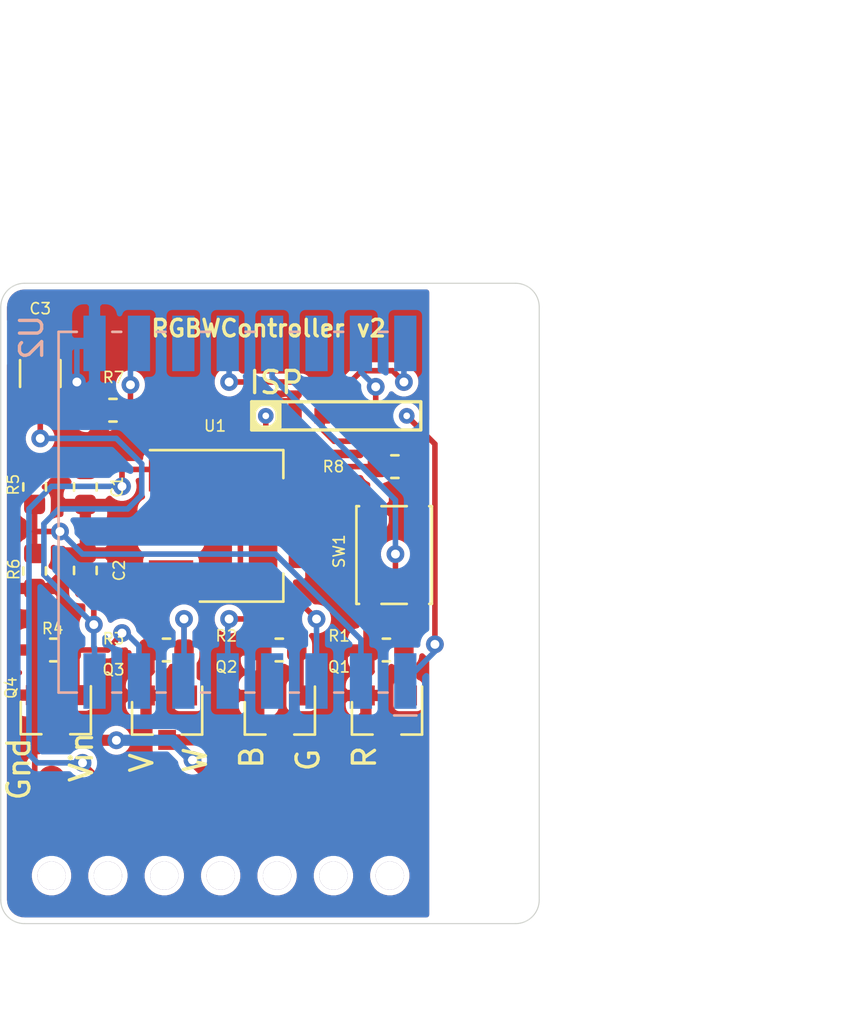
<source format=kicad_pcb>
(kicad_pcb (version 20171130) (host pcbnew "(5.1.5)-3")

  (general
    (thickness 1.6)
    (drawings 9)
    (tracks 210)
    (zones 0)
    (modules 20)
    (nets 21)
  )

  (page A4)
  (title_block
    (title "ESP8266 RGBA Receiver")
    (company pfuuser.ch)
  )

  (layers
    (0 F.Cu signal)
    (31 B.Cu signal)
    (32 B.Adhes user hide)
    (33 F.Adhes user hide)
    (34 B.Paste user hide)
    (35 F.Paste user hide)
    (36 B.SilkS user hide)
    (37 F.SilkS user)
    (38 B.Mask user hide)
    (39 F.Mask user hide)
    (40 Dwgs.User user hide)
    (41 Cmts.User user hide)
    (42 Eco1.User user hide)
    (43 Eco2.User user hide)
    (44 Edge.Cuts user)
    (45 Margin user hide)
    (46 B.CrtYd user hide)
    (47 F.CrtYd user hide)
    (48 B.Fab user hide)
    (49 F.Fab user hide)
  )

  (setup
    (last_trace_width 0.25)
    (user_trace_width 0.25)
    (user_trace_width 0.5)
    (user_trace_width 1)
    (trace_clearance 0.2)
    (zone_clearance 0.254)
    (zone_45_only no)
    (trace_min 0.2)
    (via_size 0.8)
    (via_drill 0.4)
    (via_min_size 0.4)
    (via_min_drill 0.3)
    (uvia_size 0.3)
    (uvia_drill 0.1)
    (uvias_allowed no)
    (uvia_min_size 0.2)
    (uvia_min_drill 0.1)
    (edge_width 0.05)
    (segment_width 0.2)
    (pcb_text_width 0.3)
    (pcb_text_size 1.5 1.5)
    (mod_edge_width 0.12)
    (mod_text_size 1 1)
    (mod_text_width 0.15)
    (pad_size 1.27 1.27)
    (pad_drill 1.27)
    (pad_to_mask_clearance 0.051)
    (solder_mask_min_width 0.25)
    (aux_axis_origin 0 0)
    (visible_elements 7FFFFF3F)
    (pcbplotparams
      (layerselection 0x010fc_ffffffff)
      (usegerberextensions false)
      (usegerberattributes false)
      (usegerberadvancedattributes false)
      (creategerberjobfile false)
      (excludeedgelayer true)
      (linewidth 0.100000)
      (plotframeref false)
      (viasonmask false)
      (mode 1)
      (useauxorigin false)
      (hpglpennumber 1)
      (hpglpenspeed 20)
      (hpglpendiameter 15.000000)
      (psnegative false)
      (psa4output false)
      (plotreference true)
      (plotvalue true)
      (plotinvisibletext false)
      (padsonsilk false)
      (subtractmaskfromsilk false)
      (outputformat 1)
      (mirror false)
      (drillshape 0)
      (scaleselection 1)
      (outputdirectory "output/"))
  )

  (net 0 "")
  (net 1 GND)
  (net 2 VBUS)
  (net 3 +3V3)
  (net 4 /GPIO0)
  (net 5 /TXD)
  (net 6 /RXD)
  (net 7 /nRST)
  (net 8 /LED_R)
  (net 9 /GPIO4)
  (net 10 /LED_G)
  (net 11 /GPIO5)
  (net 12 /LED_B)
  (net 13 /GPIO12)
  (net 14 /LED_A)
  (net 15 /GPIO13)
  (net 16 "Net-(R5-Pad1)")
  (net 17 /GPIO15)
  (net 18 /GPIO16)
  (net 19 /GPIO14)
  (net 20 /IntLed)

  (net_class Default "This is the default net class."
    (clearance 0.2)
    (trace_width 0.25)
    (via_dia 0.8)
    (via_drill 0.4)
    (uvia_dia 0.3)
    (uvia_drill 0.1)
    (add_net +3V3)
    (add_net /GPIO0)
    (add_net /GPIO12)
    (add_net /GPIO13)
    (add_net /GPIO14)
    (add_net /GPIO15)
    (add_net /GPIO16)
    (add_net /GPIO4)
    (add_net /GPIO5)
    (add_net /IntLed)
    (add_net /LED_A)
    (add_net /LED_B)
    (add_net /LED_G)
    (add_net /LED_R)
    (add_net /RXD)
    (add_net /TXD)
    (add_net /nRST)
    (add_net GND)
    (add_net "Net-(R5-Pad1)")
    (add_net VBUS)
  )

  (module footprint:7Wire_Solder (layer F.Cu) (tedit 5E6973E9) (tstamp 5E6A1CB9)
    (at 95.631 73.152 270)
    (path /5E697905)
    (fp_text reference J1 (at 0.254 14.986 90) (layer F.SilkS) hide
      (effects (font (size 0.5 0.5) (thickness 0.075)))
    )
    (fp_text value RGBAConnector (at 0 -2.032 90) (layer F.Fab) hide
      (effects (font (size 1 1) (thickness 0.15)))
    )
    (fp_text user Gnd (at -1.7526 16.7132 90) (layer F.SilkS)
      (effects (font (size 1 1) (thickness 0.15)))
    )
    (fp_text user Vin (at -2.286 13.8938 90) (layer F.SilkS)
      (effects (font (size 1 1) (thickness 0.15)))
    )
    (fp_text user V (at -2.032 11.176 90) (layer F.SilkS)
      (effects (font (size 1 1) (thickness 0.15)))
    )
    (fp_text user W (at -2.159 8.763 90) (layer F.SilkS)
      (effects (font (size 1 1) (thickness 0.15)))
    )
    (fp_text user B (at -2.286 6.223 90) (layer F.SilkS)
      (effects (font (size 1 1) (thickness 0.15)))
    )
    (fp_text user G (at -2.159 3.683 90) (layer F.SilkS)
      (effects (font (size 1 1) (thickness 0.15)))
    )
    (fp_text user R (at -2.286 1.143 90) (layer F.SilkS)
      (effects (font (size 1 1) (thickness 0.15)))
    )
    (pad "" thru_hole circle (at 3.048 15.24) (size 1.27 1.27) (drill 1.27) (layers *.Cu *.Mask))
    (pad "" thru_hole circle (at 3.048 12.7) (size 1.27 1.27) (drill 1.27) (layers *.Cu *.Mask))
    (pad "" thru_hole circle (at 3.048 10.16) (size 1.27 1.27) (drill 1.27) (layers *.Cu *.Mask))
    (pad "" thru_hole circle (at 3.048 7.62) (size 1.27 1.27) (drill 1.27) (layers *.Cu *.Mask))
    (pad "" thru_hole circle (at 3.048 5.08) (size 1.27 1.27) (drill 1.27) (layers *.Cu *.Mask))
    (pad "" thru_hole circle (at 3.048 2.54) (size 1.27 1.27) (drill 1.27) (layers *.Cu *.Mask))
    (pad "" thru_hole circle (at 3.048 0) (size 1.27 1.27) (drill 1.27) (layers *.Cu *.Mask))
    (pad 7 smd roundrect (at 0 15.24) (size 1.27 3.81) (layers F.Cu F.Paste F.Mask) (roundrect_rratio 0.5)
      (net 1 GND))
    (pad 6 smd roundrect (at 0 12.7) (size 1.27 3.81) (layers F.Cu F.Paste F.Mask) (roundrect_rratio 0.5)
      (net 2 VBUS))
    (pad 5 smd roundrect (at 0 10.16) (size 1.27 3.81) (layers F.Cu F.Paste F.Mask) (roundrect_rratio 0.5)
      (net 2 VBUS))
    (pad 4 smd roundrect (at 0 7.62) (size 1.27 3.81) (layers F.Cu F.Paste F.Mask) (roundrect_rratio 0.5)
      (net 14 /LED_A))
    (pad 3 smd roundrect (at 0 5.08) (size 1.27 3.81) (layers F.Cu F.Paste F.Mask) (roundrect_rratio 0.5)
      (net 12 /LED_B))
    (pad 2 smd roundrect (at 0 2.54) (size 1.27 3.81) (layers F.Cu F.Paste F.Mask) (roundrect_rratio 0.5)
      (net 10 /LED_G))
    (pad 1 smd roundrect (at 0 0) (size 1.27 3.81) (layers F.Cu F.Paste F.Mask) (roundrect_rratio 0.5)
      (net 8 /LED_R))
  )

  (module Capacitor_SMD:C_0603_1608Metric (layer F.Cu) (tedit 5B301BBE) (tstamp 5E6A1CF9)
    (at 81.915 58.6995 270)
    (descr "Capacitor SMD 0603 (1608 Metric), square (rectangular) end terminal, IPC_7351 nominal, (Body size source: http://www.tortai-tech.com/upload/download/2011102023233369053.pdf), generated with kicad-footprint-generator")
    (tags capacitor)
    (path /5E686898)
    (attr smd)
    (fp_text reference C1 (at 0 -1.43 90) (layer F.SilkS)
      (effects (font (size 0.5 0.5) (thickness 0.075)))
    )
    (fp_text value "1u 25V" (at 0 1.43 90) (layer F.Fab)
      (effects (font (size 1 1) (thickness 0.15)))
    )
    (fp_text user %R (at 0 0 90) (layer F.Fab)
      (effects (font (size 0.4 0.4) (thickness 0.06)))
    )
    (fp_line (start 1.48 0.73) (end -1.48 0.73) (layer F.CrtYd) (width 0.05))
    (fp_line (start 1.48 -0.73) (end 1.48 0.73) (layer F.CrtYd) (width 0.05))
    (fp_line (start -1.48 -0.73) (end 1.48 -0.73) (layer F.CrtYd) (width 0.05))
    (fp_line (start -1.48 0.73) (end -1.48 -0.73) (layer F.CrtYd) (width 0.05))
    (fp_line (start -0.162779 0.51) (end 0.162779 0.51) (layer F.SilkS) (width 0.12))
    (fp_line (start -0.162779 -0.51) (end 0.162779 -0.51) (layer F.SilkS) (width 0.12))
    (fp_line (start 0.8 0.4) (end -0.8 0.4) (layer F.Fab) (width 0.1))
    (fp_line (start 0.8 -0.4) (end 0.8 0.4) (layer F.Fab) (width 0.1))
    (fp_line (start -0.8 -0.4) (end 0.8 -0.4) (layer F.Fab) (width 0.1))
    (fp_line (start -0.8 0.4) (end -0.8 -0.4) (layer F.Fab) (width 0.1))
    (pad 2 smd roundrect (at 0.7875 0 270) (size 0.875 0.95) (layers F.Cu F.Paste F.Mask) (roundrect_rratio 0.25)
      (net 1 GND))
    (pad 1 smd roundrect (at -0.7875 0 270) (size 0.875 0.95) (layers F.Cu F.Paste F.Mask) (roundrect_rratio 0.25)
      (net 2 VBUS))
    (model ${KISYS3DMOD}/Capacitor_SMD.3dshapes/C_0603_1608Metric.wrl
      (at (xyz 0 0 0))
      (scale (xyz 1 1 1))
      (rotate (xyz 0 0 0))
    )
  )

  (module RF_Module:ESP-07 (layer B.Cu) (tedit 5B1D6972) (tstamp 5E68BEE2)
    (at 91.429 59.837 90)
    (descr "Wi-Fi Module, http://wiki.ai-thinker.com/_media/esp8266/docs/a007ps01a2_esp-07_product_specification_v1.2.pdf")
    (tags "Wi-Fi Module")
    (path /5E680787)
    (attr smd)
    (fp_text reference U2 (at 7.874 -11.938 90) (layer B.SilkS)
      (effects (font (size 1 1) (thickness 0.15)) (justify mirror))
    )
    (fp_text value ESP-07 (at 0 -9.6 90) (layer B.Fab)
      (effects (font (size 1 1) (thickness 0.15)) (justify mirror))
    )
    (fp_text user "No metal, traces, or components\non any PCB layer if using on-board antenna" (at 0 14.3 270) (layer Cmts.User)
      (effects (font (size 0.8 0.8) (thickness 0.12)))
    )
    (fp_text user "KEEP-OUT ZONE" (at 0 17.3 270) (layer Cmts.User)
      (effects (font (size 1 1) (thickness 0.15)))
    )
    (fp_text user %R (at 0 0 90) (layer B.Fab)
      (effects (font (size 1 1) (thickness 0.15)) (justify mirror))
    )
    (fp_line (start -8 10.6) (end 8 10.6) (layer B.Fab) (width 0.1))
    (fp_line (start 8 10.6) (end 8 -10.6) (layer B.Fab) (width 0.1))
    (fp_line (start 8 -10.6) (end -8 -10.6) (layer B.Fab) (width 0.1))
    (fp_line (start -8 -10.6) (end -8 4.4) (layer B.Fab) (width 0.1))
    (fp_line (start -8 4.4) (end -7.5 4.9) (layer B.Fab) (width 0.1))
    (fp_line (start -7.5 4.9) (end -8 5.4) (layer B.Fab) (width 0.1))
    (fp_line (start -8 5.4) (end -8 10.6) (layer B.Fab) (width 0.1))
    (fp_line (start -9.1 10.85) (end 9.1 10.85) (layer B.CrtYd) (width 0.05))
    (fp_line (start 9.1 10.85) (end 9.1 -10.85) (layer B.CrtYd) (width 0.05))
    (fp_line (start 9.1 -10.85) (end -9.1 -10.85) (layer B.CrtYd) (width 0.05))
    (fp_line (start -9.1 -10.85) (end -9.1 10.85) (layer B.CrtYd) (width 0.05))
    (fp_line (start 8.12 -9.9) (end 8.12 -10.72) (layer B.SilkS) (width 0.12))
    (fp_line (start 8.12 -10.72) (end -8.12 -10.72) (layer B.SilkS) (width 0.12))
    (fp_line (start -8.12 -10.72) (end -8.12 -9.9) (layer B.SilkS) (width 0.12))
    (fp_line (start -9.15 5.4) (end -9.15 4.4) (layer B.SilkS) (width 0.12))
    (fp_line (start -23 25.6) (end 23 25.6) (layer Dwgs.User) (width 0.12))
    (fp_line (start -23 25.6) (end -23 6) (layer Dwgs.User) (width 0.12))
    (fp_line (start 23 6) (end -23 6) (layer Dwgs.User) (width 0.12))
    (fp_line (start 23 6) (end 23 25.6) (layer Dwgs.User) (width 0.12))
    (fp_line (start -20 25.6) (end -23 22.6) (layer Dwgs.User) (width 0.12))
    (fp_line (start -17 25.6) (end -23 19.6) (layer Dwgs.User) (width 0.12))
    (fp_line (start -14 25.6) (end -23 16.6) (layer Dwgs.User) (width 0.12))
    (fp_line (start -11 25.6) (end -23 13.6) (layer Dwgs.User) (width 0.12))
    (fp_line (start -8 25.6) (end -23 10.6) (layer Dwgs.User) (width 0.12))
    (fp_line (start -5 25.6) (end -23 7.6) (layer Dwgs.User) (width 0.12))
    (fp_line (start -2 25.6) (end -21.6 6) (layer Dwgs.User) (width 0.12))
    (fp_line (start 1 25.6) (end -18.6 6) (layer Dwgs.User) (width 0.12))
    (fp_line (start -15.6 6) (end 4 25.6) (layer Dwgs.User) (width 0.12))
    (fp_line (start -6.6 6) (end 13 25.6) (layer Dwgs.User) (width 0.12))
    (fp_line (start 10 25.6) (end -9.6 6) (layer Dwgs.User) (width 0.12))
    (fp_line (start 7 25.6) (end -12.6 6) (layer Dwgs.User) (width 0.12))
    (fp_line (start 2.4 6) (end 22 25.6) (layer Dwgs.User) (width 0.12))
    (fp_line (start 16 25.6) (end -3.6 6) (layer Dwgs.User) (width 0.12))
    (fp_line (start 19 25.6) (end -0.6 6) (layer Dwgs.User) (width 0.12))
    (fp_line (start 5.4 6) (end 23 23.6) (layer Dwgs.User) (width 0.12))
    (fp_line (start 23 20.6) (end 8.4 6) (layer Dwgs.User) (width 0.12))
    (fp_line (start 23 17.6) (end 11.4 6) (layer Dwgs.User) (width 0.12))
    (fp_line (start 23 14.6) (end 14.4 6) (layer Dwgs.User) (width 0.12))
    (fp_line (start 23 11.6) (end 17.4 6) (layer Dwgs.User) (width 0.12))
    (fp_line (start 23 8.6) (end 20.4 6) (layer Dwgs.User) (width 0.12))
    (fp_line (start -8.12 -8.3) (end -8.12 -7.9) (layer B.SilkS) (width 0.12))
    (fp_line (start 8.12 -8.3) (end 8.12 -7.9) (layer B.SilkS) (width 0.12))
    (fp_line (start -8.12 -6.3) (end -8.12 -5.9) (layer B.SilkS) (width 0.12))
    (fp_line (start 8.12 -6.3) (end 8.12 -5.9) (layer B.SilkS) (width 0.12))
    (fp_line (start -8.12 -4.3) (end -8.12 -3.9) (layer B.SilkS) (width 0.12))
    (fp_line (start 8.12 -4.3) (end 8.12 -3.9) (layer B.SilkS) (width 0.12))
    (fp_line (start -8.12 -2.3) (end -8.12 -1.9) (layer B.SilkS) (width 0.12))
    (fp_line (start 8.12 -2.3) (end 8.12 -1.9) (layer B.SilkS) (width 0.12))
    (fp_line (start -8.12 -0.3) (end -8.12 0.1) (layer B.SilkS) (width 0.12))
    (fp_line (start 8.12 -0.3) (end 8.12 0.1) (layer B.SilkS) (width 0.12))
    (fp_line (start -8.12 1.7) (end -8.12 2.1) (layer B.SilkS) (width 0.12))
    (fp_line (start 8.12 1.7) (end 8.12 2.1) (layer B.SilkS) (width 0.12))
    (fp_line (start -8.12 3.7) (end -8.12 4.1) (layer B.SilkS) (width 0.12))
    (fp_line (start 8.12 3.7) (end 8.12 4.1) (layer B.SilkS) (width 0.12))
    (pad 1 smd rect (at -7.6 4.9 90) (size 2.5 1) (layers B.Cu B.Paste B.Mask)
      (net 7 /nRST))
    (pad 2 smd rect (at -7.6 2.9 90) (size 2.5 1) (layers B.Cu B.Paste B.Mask)
      (net 16 "Net-(R5-Pad1)"))
    (pad 3 smd rect (at -7.6 0.9 90) (size 2.5 1) (layers B.Cu B.Paste B.Mask)
      (net 3 +3V3))
    (pad 4 smd rect (at -7.6 -1.1 90) (size 2.5 1) (layers B.Cu B.Paste B.Mask)
      (net 18 /GPIO16))
    (pad 5 smd rect (at -7.6 -3.1 90) (size 2.5 1) (layers B.Cu B.Paste B.Mask)
      (net 19 /GPIO14))
    (pad 6 smd rect (at -7.6 -5.1 90) (size 2.5 1) (layers B.Cu B.Paste B.Mask)
      (net 13 /GPIO12))
    (pad 7 smd rect (at -7.6 -7.1 90) (size 2.5 1) (layers B.Cu B.Paste B.Mask)
      (net 15 /GPIO13))
    (pad 8 smd rect (at -7.6 -9.1 90) (size 2.5 1) (layers B.Cu B.Paste B.Mask)
      (net 3 +3V3))
    (pad 9 smd rect (at 7.6 -9.1 90) (size 2.5 1) (layers B.Cu B.Paste B.Mask)
      (net 1 GND))
    (pad 10 smd rect (at 7.6 -7.1 90) (size 2.5 1) (layers B.Cu B.Paste B.Mask)
      (net 17 /GPIO15))
    (pad 11 smd rect (at 7.6 -5.1 90) (size 2.5 1) (layers B.Cu B.Paste B.Mask)
      (net 20 /IntLed))
    (pad 12 smd rect (at 7.6 -3.1 90) (size 2.5 1) (layers B.Cu B.Paste B.Mask)
      (net 4 /GPIO0))
    (pad 13 smd rect (at 7.6 -1.1 90) (size 2.5 1) (layers B.Cu B.Paste B.Mask)
      (net 9 /GPIO4))
    (pad 14 smd rect (at 7.6 0.9 90) (size 2.5 1) (layers B.Cu B.Paste B.Mask)
      (net 11 /GPIO5))
    (pad 15 smd rect (at 7.6 2.9 90) (size 2.5 1) (layers B.Cu B.Paste B.Mask)
      (net 6 /RXD))
    (pad 16 smd rect (at 7.6 4.9 90) (size 2.5 1) (layers B.Cu B.Paste B.Mask)
      (net 5 /TXD))
    (model ${KISYS3DMOD}/RF_Module.3dshapes/ESP-07.wrl
      (at (xyz 0 0 0))
      (scale (xyz 1 1 1))
      (rotate (xyz 0 0 0))
    )
  )

  (module Package_TO_SOT_SMD:SOT-223-3_TabPin2 (layer F.Cu) (tedit 5A02FF57) (tstamp 5E6A1A49)
    (at 88.925 60.452)
    (descr "module CMS SOT223 4 pins")
    (tags "CMS SOT")
    (path /5E685026)
    (attr smd)
    (fp_text reference U1 (at -1.168 -4.5) (layer F.SilkS)
      (effects (font (size 0.5 0.5) (thickness 0.075)))
    )
    (fp_text value MCP1702-3302_SOT223 (at 0 4.5) (layer F.Fab) hide
      (effects (font (size 1 1) (thickness 0.15)))
    )
    (fp_line (start 1.85 -3.35) (end 1.85 3.35) (layer F.Fab) (width 0.1))
    (fp_line (start -1.85 3.35) (end 1.85 3.35) (layer F.Fab) (width 0.1))
    (fp_line (start -4.1 -3.41) (end 1.91 -3.41) (layer F.SilkS) (width 0.12))
    (fp_line (start -0.85 -3.35) (end 1.85 -3.35) (layer F.Fab) (width 0.1))
    (fp_line (start -1.85 3.41) (end 1.91 3.41) (layer F.SilkS) (width 0.12))
    (fp_line (start -1.85 -2.35) (end -1.85 3.35) (layer F.Fab) (width 0.1))
    (fp_line (start -1.85 -2.35) (end -0.85 -3.35) (layer F.Fab) (width 0.1))
    (fp_line (start -4.4 -3.6) (end -4.4 3.6) (layer F.CrtYd) (width 0.05))
    (fp_line (start -4.4 3.6) (end 4.4 3.6) (layer F.CrtYd) (width 0.05))
    (fp_line (start 4.4 3.6) (end 4.4 -3.6) (layer F.CrtYd) (width 0.05))
    (fp_line (start 4.4 -3.6) (end -4.4 -3.6) (layer F.CrtYd) (width 0.05))
    (fp_line (start 1.91 -3.41) (end 1.91 -2.15) (layer F.SilkS) (width 0.12))
    (fp_line (start 1.91 3.41) (end 1.91 2.15) (layer F.SilkS) (width 0.12))
    (fp_text user %R (at 0 0 90) (layer F.Fab)
      (effects (font (size 0.8 0.8) (thickness 0.12)))
    )
    (pad 1 smd rect (at -3.15 -2.3) (size 2 1.5) (layers F.Cu F.Paste F.Mask)
      (net 2 VBUS))
    (pad 3 smd rect (at -3.15 2.3) (size 2 1.5) (layers F.Cu F.Paste F.Mask)
      (net 3 +3V3))
    (pad 2 smd rect (at -3.15 0) (size 2 1.5) (layers F.Cu F.Paste F.Mask)
      (net 1 GND))
    (pad 2 smd rect (at 3.15 0) (size 2 3.8) (layers F.Cu F.Paste F.Mask)
      (net 1 GND))
    (model ${KISYS3DMOD}/Package_TO_SOT_SMD.3dshapes/SOT-223.wrl
      (at (xyz 0 0 0))
      (scale (xyz 1 1 1))
      (rotate (xyz 0 0 0))
    )
  )

  (module Button_Switch_SMD:SW_SPST_PTS810 (layer F.Cu) (tedit 5B0610A8) (tstamp 5E6A19CC)
    (at 95.826 61.765 270)
    (descr "C&K Components, PTS 810 Series, Microminiature SMT Top Actuated, http://www.ckswitches.com/media/1476/pts810.pdf")
    (tags "SPST Button Switch")
    (path /5E6E3CE6)
    (attr smd)
    (fp_text reference SW1 (at -0.17 2.481 90) (layer F.SilkS)
      (effects (font (size 0.5 0.5) (thickness 0.075)))
    )
    (fp_text value SW_Push (at 0 2.6 90) (layer F.Fab)
      (effects (font (size 1 1) (thickness 0.15)))
    )
    (fp_arc (start 0.4 0) (end 0.4 -1.1) (angle 180) (layer F.Fab) (width 0.1))
    (fp_line (start 2.1 1.6) (end 2.1 -1.6) (layer F.Fab) (width 0.1))
    (fp_line (start 2.1 -1.6) (end -2.1 -1.6) (layer F.Fab) (width 0.1))
    (fp_line (start -2.1 -1.6) (end -2.1 1.6) (layer F.Fab) (width 0.1))
    (fp_line (start -2.1 1.6) (end 2.1 1.6) (layer F.Fab) (width 0.1))
    (fp_arc (start -0.4 0) (end -0.4 1.1) (angle 180) (layer F.Fab) (width 0.1))
    (fp_line (start -0.4 -1.1) (end 0.4 -1.1) (layer F.Fab) (width 0.1))
    (fp_line (start 0.4 1.1) (end -0.4 1.1) (layer F.Fab) (width 0.1))
    (fp_line (start 2.2 -1.7) (end -2.2 -1.7) (layer F.SilkS) (width 0.12))
    (fp_line (start -2.2 -1.7) (end -2.2 -1.58) (layer F.SilkS) (width 0.12))
    (fp_line (start -2.2 -0.57) (end -2.2 0.57) (layer F.SilkS) (width 0.12))
    (fp_line (start -2.2 1.58) (end -2.2 1.7) (layer F.SilkS) (width 0.12))
    (fp_line (start -2.2 1.7) (end 2.2 1.7) (layer F.SilkS) (width 0.12))
    (fp_line (start 2.2 1.7) (end 2.2 1.58) (layer F.SilkS) (width 0.12))
    (fp_line (start 2.2 0.57) (end 2.2 -0.57) (layer F.SilkS) (width 0.12))
    (fp_line (start 2.2 -1.58) (end 2.2 -1.7) (layer F.SilkS) (width 0.12))
    (fp_text user %R (at 0 0 90) (layer F.Fab)
      (effects (font (size 0.6 0.6) (thickness 0.09)))
    )
    (fp_line (start 2.85 -1.85) (end 2.85 1.85) (layer F.CrtYd) (width 0.05))
    (fp_line (start 2.85 1.85) (end -2.85 1.85) (layer F.CrtYd) (width 0.05))
    (fp_line (start -2.85 1.85) (end -2.85 -1.85) (layer F.CrtYd) (width 0.05))
    (fp_line (start -2.85 -1.85) (end 2.85 -1.85) (layer F.CrtYd) (width 0.05))
    (pad 2 smd rect (at 2.075 1.075 270) (size 1.05 0.65) (layers F.Cu F.Paste F.Mask)
      (net 1 GND))
    (pad 2 smd rect (at -2.075 1.075 270) (size 1.05 0.65) (layers F.Cu F.Paste F.Mask)
      (net 1 GND))
    (pad 1 smd rect (at 2.075 -1.075 270) (size 1.05 0.65) (layers F.Cu F.Paste F.Mask)
      (net 4 /GPIO0))
    (pad 1 smd rect (at -2.075 -1.075 270) (size 1.05 0.65) (layers F.Cu F.Paste F.Mask)
      (net 4 /GPIO0))
    (model ${KISYS3DMOD}/Button_Switch_SMD.3dshapes/SW_SPST_PTS810.wrl
      (at (xyz 0 0 0))
      (scale (xyz 1 1 1))
      (rotate (xyz 0 0 0))
    )
  )

  (module Resistor_SMD:R_0603_1608Metric (layer F.Cu) (tedit 5B301BBD) (tstamp 5E6A1990)
    (at 95.8595 57.785 180)
    (descr "Resistor SMD 0603 (1608 Metric), square (rectangular) end terminal, IPC_7351 nominal, (Body size source: http://www.tortai-tech.com/upload/download/2011102023233369053.pdf), generated with kicad-footprint-generator")
    (tags resistor)
    (path /5E6E7BFF)
    (attr smd)
    (fp_text reference R8 (at 2.7685 0) (layer F.SilkS)
      (effects (font (size 0.5 0.5) (thickness 0.075)))
    )
    (fp_text value 10k (at 0 1.43) (layer F.Fab) hide
      (effects (font (size 1 1) (thickness 0.15)))
    )
    (fp_text user %R (at 0 0) (layer F.Fab)
      (effects (font (size 0.4 0.4) (thickness 0.06)))
    )
    (fp_line (start 1.48 0.73) (end -1.48 0.73) (layer F.CrtYd) (width 0.05))
    (fp_line (start 1.48 -0.73) (end 1.48 0.73) (layer F.CrtYd) (width 0.05))
    (fp_line (start -1.48 -0.73) (end 1.48 -0.73) (layer F.CrtYd) (width 0.05))
    (fp_line (start -1.48 0.73) (end -1.48 -0.73) (layer F.CrtYd) (width 0.05))
    (fp_line (start -0.162779 0.51) (end 0.162779 0.51) (layer F.SilkS) (width 0.12))
    (fp_line (start -0.162779 -0.51) (end 0.162779 -0.51) (layer F.SilkS) (width 0.12))
    (fp_line (start 0.8 0.4) (end -0.8 0.4) (layer F.Fab) (width 0.1))
    (fp_line (start 0.8 -0.4) (end 0.8 0.4) (layer F.Fab) (width 0.1))
    (fp_line (start -0.8 -0.4) (end 0.8 -0.4) (layer F.Fab) (width 0.1))
    (fp_line (start -0.8 0.4) (end -0.8 -0.4) (layer F.Fab) (width 0.1))
    (pad 2 smd roundrect (at 0.7875 0 180) (size 0.875 0.95) (layers F.Cu F.Paste F.Mask) (roundrect_rratio 0.25)
      (net 3 +3V3))
    (pad 1 smd roundrect (at -0.7875 0 180) (size 0.875 0.95) (layers F.Cu F.Paste F.Mask) (roundrect_rratio 0.25)
      (net 4 /GPIO0))
    (model ${KISYS3DMOD}/Resistor_SMD.3dshapes/R_0603_1608Metric.wrl
      (at (xyz 0 0 0))
      (scale (xyz 1 1 1))
      (rotate (xyz 0 0 0))
    )
  )

  (module Resistor_SMD:R_0603_1608Metric (layer F.Cu) (tedit 5B301BBD) (tstamp 5E6A1960)
    (at 83.1595 55.245)
    (descr "Resistor SMD 0603 (1608 Metric), square (rectangular) end terminal, IPC_7351 nominal, (Body size source: http://www.tortai-tech.com/upload/download/2011102023233369053.pdf), generated with kicad-footprint-generator")
    (tags resistor)
    (path /5E68F2D6)
    (attr smd)
    (fp_text reference R7 (at 0.0255 -1.473) (layer F.SilkS)
      (effects (font (size 0.5 0.5) (thickness 0.075)))
    )
    (fp_text value 10k (at 0 1.43) (layer F.Fab) hide
      (effects (font (size 1 1) (thickness 0.15)))
    )
    (fp_text user %R (at 0.4825 0) (layer F.Fab)
      (effects (font (size 0.4 0.4) (thickness 0.06)))
    )
    (fp_line (start 1.48 0.73) (end -1.48 0.73) (layer F.CrtYd) (width 0.05))
    (fp_line (start 1.48 -0.73) (end 1.48 0.73) (layer F.CrtYd) (width 0.05))
    (fp_line (start -1.48 -0.73) (end 1.48 -0.73) (layer F.CrtYd) (width 0.05))
    (fp_line (start -1.48 0.73) (end -1.48 -0.73) (layer F.CrtYd) (width 0.05))
    (fp_line (start -0.162779 0.51) (end 0.162779 0.51) (layer F.SilkS) (width 0.12))
    (fp_line (start -0.162779 -0.51) (end 0.162779 -0.51) (layer F.SilkS) (width 0.12))
    (fp_line (start 0.8 0.4) (end -0.8 0.4) (layer F.Fab) (width 0.1))
    (fp_line (start 0.8 -0.4) (end 0.8 0.4) (layer F.Fab) (width 0.1))
    (fp_line (start -0.8 -0.4) (end 0.8 -0.4) (layer F.Fab) (width 0.1))
    (fp_line (start -0.8 0.4) (end -0.8 -0.4) (layer F.Fab) (width 0.1))
    (pad 2 smd roundrect (at 0.7875 0) (size 0.875 0.95) (layers F.Cu F.Paste F.Mask) (roundrect_rratio 0.25)
      (net 17 /GPIO15))
    (pad 1 smd roundrect (at -0.7875 0) (size 0.875 0.95) (layers F.Cu F.Paste F.Mask) (roundrect_rratio 0.25)
      (net 1 GND))
    (model ${KISYS3DMOD}/Resistor_SMD.3dshapes/R_0603_1608Metric.wrl
      (at (xyz 0 0 0))
      (scale (xyz 1 1 1))
      (rotate (xyz 0 0 0))
    )
  )

  (module Resistor_SMD:R_0603_1608Metric (layer F.Cu) (tedit 5B301BBD) (tstamp 5E6A1AB3)
    (at 79.629 62.484 90)
    (descr "Resistor SMD 0603 (1608 Metric), square (rectangular) end terminal, IPC_7351 nominal, (Body size source: http://www.tortai-tech.com/upload/download/2011102023233369053.pdf), generated with kicad-footprint-generator")
    (tags resistor)
    (path /5E6BE2F1)
    (attr smd)
    (fp_text reference R6 (at 0.0762 -0.9398 90) (layer F.SilkS)
      (effects (font (size 0.5 0.5) (thickness 0.075)))
    )
    (fp_text value 820R (at 0 1.43 90) (layer F.Fab) hide
      (effects (font (size 1 1) (thickness 0.15)))
    )
    (fp_text user %R (at 0 0 90) (layer F.Fab)
      (effects (font (size 0.4 0.4) (thickness 0.06)))
    )
    (fp_line (start 1.48 0.73) (end -1.48 0.73) (layer F.CrtYd) (width 0.05))
    (fp_line (start 1.48 -0.73) (end 1.48 0.73) (layer F.CrtYd) (width 0.05))
    (fp_line (start -1.48 -0.73) (end 1.48 -0.73) (layer F.CrtYd) (width 0.05))
    (fp_line (start -1.48 0.73) (end -1.48 -0.73) (layer F.CrtYd) (width 0.05))
    (fp_line (start -0.162779 0.51) (end 0.162779 0.51) (layer F.SilkS) (width 0.12))
    (fp_line (start -0.162779 -0.51) (end 0.162779 -0.51) (layer F.SilkS) (width 0.12))
    (fp_line (start 0.8 0.4) (end -0.8 0.4) (layer F.Fab) (width 0.1))
    (fp_line (start 0.8 -0.4) (end 0.8 0.4) (layer F.Fab) (width 0.1))
    (fp_line (start -0.8 -0.4) (end 0.8 -0.4) (layer F.Fab) (width 0.1))
    (fp_line (start -0.8 0.4) (end -0.8 -0.4) (layer F.Fab) (width 0.1))
    (pad 2 smd roundrect (at 0.7875 0 90) (size 0.875 0.95) (layers F.Cu F.Paste F.Mask) (roundrect_rratio 0.25)
      (net 16 "Net-(R5-Pad1)"))
    (pad 1 smd roundrect (at -0.7875 0 90) (size 0.875 0.95) (layers F.Cu F.Paste F.Mask) (roundrect_rratio 0.25)
      (net 1 GND))
    (model ${KISYS3DMOD}/Resistor_SMD.3dshapes/R_0603_1608Metric.wrl
      (at (xyz 0 0 0))
      (scale (xyz 1 1 1))
      (rotate (xyz 0 0 0))
    )
  )

  (module Resistor_SMD:R_0603_1608Metric (layer F.Cu) (tedit 5B301BBD) (tstamp 5E6A1A14)
    (at 79.629 58.6995 90)
    (descr "Resistor SMD 0603 (1608 Metric), square (rectangular) end terminal, IPC_7351 nominal, (Body size source: http://www.tortai-tech.com/upload/download/2011102023233369053.pdf), generated with kicad-footprint-generator")
    (tags resistor)
    (path /5E6BDBBA)
    (attr smd)
    (fp_text reference R5 (at 0.1017 -0.9652 90) (layer F.SilkS)
      (effects (font (size 0.5 0.5) (thickness 0.075)))
    )
    (fp_text value 10k (at 0 1.43 90) (layer F.Fab) hide
      (effects (font (size 1 1) (thickness 0.15)))
    )
    (fp_text user %R (at 0 0 90) (layer F.Fab)
      (effects (font (size 0.4 0.4) (thickness 0.06)))
    )
    (fp_line (start 1.48 0.73) (end -1.48 0.73) (layer F.CrtYd) (width 0.05))
    (fp_line (start 1.48 -0.73) (end 1.48 0.73) (layer F.CrtYd) (width 0.05))
    (fp_line (start -1.48 -0.73) (end 1.48 -0.73) (layer F.CrtYd) (width 0.05))
    (fp_line (start -1.48 0.73) (end -1.48 -0.73) (layer F.CrtYd) (width 0.05))
    (fp_line (start -0.162779 0.51) (end 0.162779 0.51) (layer F.SilkS) (width 0.12))
    (fp_line (start -0.162779 -0.51) (end 0.162779 -0.51) (layer F.SilkS) (width 0.12))
    (fp_line (start 0.8 0.4) (end -0.8 0.4) (layer F.Fab) (width 0.1))
    (fp_line (start 0.8 -0.4) (end 0.8 0.4) (layer F.Fab) (width 0.1))
    (fp_line (start -0.8 -0.4) (end 0.8 -0.4) (layer F.Fab) (width 0.1))
    (fp_line (start -0.8 0.4) (end -0.8 -0.4) (layer F.Fab) (width 0.1))
    (pad 2 smd roundrect (at 0.7875 0 90) (size 0.875 0.95) (layers F.Cu F.Paste F.Mask) (roundrect_rratio 0.25)
      (net 2 VBUS))
    (pad 1 smd roundrect (at -0.7875 0 90) (size 0.875 0.95) (layers F.Cu F.Paste F.Mask) (roundrect_rratio 0.25)
      (net 16 "Net-(R5-Pad1)"))
    (model ${KISYS3DMOD}/Resistor_SMD.3dshapes/R_0603_1608Metric.wrl
      (at (xyz 0 0 0))
      (scale (xyz 1 1 1))
      (rotate (xyz 0 0 0))
    )
  )

  (module Resistor_SMD:R_0603_1608Metric (layer F.Cu) (tedit 5B301BBD) (tstamp 5E6A1B1F)
    (at 80.4925 66.04)
    (descr "Resistor SMD 0603 (1608 Metric), square (rectangular) end terminal, IPC_7351 nominal, (Body size source: http://www.tortai-tech.com/upload/download/2011102023233369053.pdf), generated with kicad-footprint-generator")
    (tags resistor)
    (path /5E6C9047)
    (attr smd)
    (fp_text reference R4 (at -0.0507 -0.9652 180) (layer F.SilkS)
      (effects (font (size 0.5 0.5) (thickness 0.075)))
    )
    (fp_text value 10k (at 0 1.43) (layer F.Fab) hide
      (effects (font (size 1 1) (thickness 0.15)))
    )
    (fp_text user %R (at 0 0) (layer F.Fab)
      (effects (font (size 0.4 0.4) (thickness 0.06)))
    )
    (fp_line (start 1.48 0.73) (end -1.48 0.73) (layer F.CrtYd) (width 0.05))
    (fp_line (start 1.48 -0.73) (end 1.48 0.73) (layer F.CrtYd) (width 0.05))
    (fp_line (start -1.48 -0.73) (end 1.48 -0.73) (layer F.CrtYd) (width 0.05))
    (fp_line (start -1.48 0.73) (end -1.48 -0.73) (layer F.CrtYd) (width 0.05))
    (fp_line (start -0.162779 0.51) (end 0.162779 0.51) (layer F.SilkS) (width 0.12))
    (fp_line (start -0.162779 -0.51) (end 0.162779 -0.51) (layer F.SilkS) (width 0.12))
    (fp_line (start 0.8 0.4) (end -0.8 0.4) (layer F.Fab) (width 0.1))
    (fp_line (start 0.8 -0.4) (end 0.8 0.4) (layer F.Fab) (width 0.1))
    (fp_line (start -0.8 -0.4) (end 0.8 -0.4) (layer F.Fab) (width 0.1))
    (fp_line (start -0.8 0.4) (end -0.8 -0.4) (layer F.Fab) (width 0.1))
    (pad 2 smd roundrect (at 0.7875 0) (size 0.875 0.95) (layers F.Cu F.Paste F.Mask) (roundrect_rratio 0.25)
      (net 15 /GPIO13))
    (pad 1 smd roundrect (at -0.7875 0) (size 0.875 0.95) (layers F.Cu F.Paste F.Mask) (roundrect_rratio 0.25)
      (net 1 GND))
    (model ${KISYS3DMOD}/Resistor_SMD.3dshapes/R_0603_1608Metric.wrl
      (at (xyz 0 0 0))
      (scale (xyz 1 1 1))
      (rotate (xyz 0 0 0))
    )
  )

  (module Resistor_SMD:R_0603_1608Metric (layer F.Cu) (tedit 5B301BBD) (tstamp 5E6A18D0)
    (at 85.5725 66.04)
    (descr "Resistor SMD 0603 (1608 Metric), square (rectangular) end terminal, IPC_7351 nominal, (Body size source: http://www.tortai-tech.com/upload/download/2011102023233369053.pdf), generated with kicad-footprint-generator")
    (tags resistor)
    (path /5E6C614E)
    (attr smd)
    (fp_text reference R3 (at -2.3875 -0.508) (layer F.SilkS)
      (effects (font (size 0.5 0.5) (thickness 0.075)))
    )
    (fp_text value 10k (at 0 1.43) (layer F.Fab) hide
      (effects (font (size 1 1) (thickness 0.15)))
    )
    (fp_text user %R (at 0 0) (layer F.Fab)
      (effects (font (size 0.4 0.4) (thickness 0.06)))
    )
    (fp_line (start 1.48 0.73) (end -1.48 0.73) (layer F.CrtYd) (width 0.05))
    (fp_line (start 1.48 -0.73) (end 1.48 0.73) (layer F.CrtYd) (width 0.05))
    (fp_line (start -1.48 -0.73) (end 1.48 -0.73) (layer F.CrtYd) (width 0.05))
    (fp_line (start -1.48 0.73) (end -1.48 -0.73) (layer F.CrtYd) (width 0.05))
    (fp_line (start -0.162779 0.51) (end 0.162779 0.51) (layer F.SilkS) (width 0.12))
    (fp_line (start -0.162779 -0.51) (end 0.162779 -0.51) (layer F.SilkS) (width 0.12))
    (fp_line (start 0.8 0.4) (end -0.8 0.4) (layer F.Fab) (width 0.1))
    (fp_line (start 0.8 -0.4) (end 0.8 0.4) (layer F.Fab) (width 0.1))
    (fp_line (start -0.8 -0.4) (end 0.8 -0.4) (layer F.Fab) (width 0.1))
    (fp_line (start -0.8 0.4) (end -0.8 -0.4) (layer F.Fab) (width 0.1))
    (pad 2 smd roundrect (at 0.7875 0) (size 0.875 0.95) (layers F.Cu F.Paste F.Mask) (roundrect_rratio 0.25)
      (net 13 /GPIO12))
    (pad 1 smd roundrect (at -0.7875 0) (size 0.875 0.95) (layers F.Cu F.Paste F.Mask) (roundrect_rratio 0.25)
      (net 1 GND))
    (model ${KISYS3DMOD}/Resistor_SMD.3dshapes/R_0603_1608Metric.wrl
      (at (xyz 0 0 0))
      (scale (xyz 1 1 1))
      (rotate (xyz 0 0 0))
    )
  )

  (module Resistor_SMD:R_0603_1608Metric (layer F.Cu) (tedit 5B301BBD) (tstamp 5E6A1930)
    (at 90.6525 66.04)
    (descr "Resistor SMD 0603 (1608 Metric), square (rectangular) end terminal, IPC_7351 nominal, (Body size source: http://www.tortai-tech.com/upload/download/2011102023233369053.pdf), generated with kicad-footprint-generator")
    (tags resistor)
    (path /5E6C332C)
    (attr smd)
    (fp_text reference R2 (at -2.3875 -0.635) (layer F.SilkS)
      (effects (font (size 0.5 0.5) (thickness 0.075)))
    )
    (fp_text value 10k (at 0 1.43) (layer F.Fab) hide
      (effects (font (size 1 1) (thickness 0.15)))
    )
    (fp_text user %R (at 0 0) (layer F.Fab)
      (effects (font (size 0.4 0.4) (thickness 0.06)))
    )
    (fp_line (start 1.48 0.73) (end -1.48 0.73) (layer F.CrtYd) (width 0.05))
    (fp_line (start 1.48 -0.73) (end 1.48 0.73) (layer F.CrtYd) (width 0.05))
    (fp_line (start -1.48 -0.73) (end 1.48 -0.73) (layer F.CrtYd) (width 0.05))
    (fp_line (start -1.48 0.73) (end -1.48 -0.73) (layer F.CrtYd) (width 0.05))
    (fp_line (start -0.162779 0.51) (end 0.162779 0.51) (layer F.SilkS) (width 0.12))
    (fp_line (start -0.162779 -0.51) (end 0.162779 -0.51) (layer F.SilkS) (width 0.12))
    (fp_line (start 0.8 0.4) (end -0.8 0.4) (layer F.Fab) (width 0.1))
    (fp_line (start 0.8 -0.4) (end 0.8 0.4) (layer F.Fab) (width 0.1))
    (fp_line (start -0.8 -0.4) (end 0.8 -0.4) (layer F.Fab) (width 0.1))
    (fp_line (start -0.8 0.4) (end -0.8 -0.4) (layer F.Fab) (width 0.1))
    (pad 2 smd roundrect (at 0.7875 0) (size 0.875 0.95) (layers F.Cu F.Paste F.Mask) (roundrect_rratio 0.25)
      (net 19 /GPIO14))
    (pad 1 smd roundrect (at -0.7875 0) (size 0.875 0.95) (layers F.Cu F.Paste F.Mask) (roundrect_rratio 0.25)
      (net 1 GND))
    (model ${KISYS3DMOD}/Resistor_SMD.3dshapes/R_0603_1608Metric.wrl
      (at (xyz 0 0 0))
      (scale (xyz 1 1 1))
      (rotate (xyz 0 0 0))
    )
  )

  (module Resistor_SMD:R_0603_1608Metric (layer F.Cu) (tedit 5B301BBD) (tstamp 5E6A1900)
    (at 95.4785 66.04)
    (descr "Resistor SMD 0603 (1608 Metric), square (rectangular) end terminal, IPC_7351 nominal, (Body size source: http://www.tortai-tech.com/upload/download/2011102023233369053.pdf), generated with kicad-footprint-generator")
    (tags resistor)
    (path /5E6A391E)
    (attr smd)
    (fp_text reference R1 (at -2.1335 -0.635) (layer F.SilkS)
      (effects (font (size 0.5 0.5) (thickness 0.075)))
    )
    (fp_text value 10k (at 0 1.43) (layer F.Fab) hide
      (effects (font (size 1 1) (thickness 0.15)))
    )
    (fp_text user %R (at 0 0) (layer F.Fab)
      (effects (font (size 0.4 0.4) (thickness 0.06)))
    )
    (fp_line (start 1.48 0.73) (end -1.48 0.73) (layer F.CrtYd) (width 0.05))
    (fp_line (start 1.48 -0.73) (end 1.48 0.73) (layer F.CrtYd) (width 0.05))
    (fp_line (start -1.48 -0.73) (end 1.48 -0.73) (layer F.CrtYd) (width 0.05))
    (fp_line (start -1.48 0.73) (end -1.48 -0.73) (layer F.CrtYd) (width 0.05))
    (fp_line (start -0.162779 0.51) (end 0.162779 0.51) (layer F.SilkS) (width 0.12))
    (fp_line (start -0.162779 -0.51) (end 0.162779 -0.51) (layer F.SilkS) (width 0.12))
    (fp_line (start 0.8 0.4) (end -0.8 0.4) (layer F.Fab) (width 0.1))
    (fp_line (start 0.8 -0.4) (end 0.8 0.4) (layer F.Fab) (width 0.1))
    (fp_line (start -0.8 -0.4) (end 0.8 -0.4) (layer F.Fab) (width 0.1))
    (fp_line (start -0.8 0.4) (end -0.8 -0.4) (layer F.Fab) (width 0.1))
    (pad 2 smd roundrect (at 0.7875 0) (size 0.875 0.95) (layers F.Cu F.Paste F.Mask) (roundrect_rratio 0.25)
      (net 9 /GPIO4))
    (pad 1 smd roundrect (at -0.7875 0) (size 0.875 0.95) (layers F.Cu F.Paste F.Mask) (roundrect_rratio 0.25)
      (net 1 GND))
    (model ${KISYS3DMOD}/Resistor_SMD.3dshapes/R_0603_1608Metric.wrl
      (at (xyz 0 0 0))
      (scale (xyz 1 1 1))
      (rotate (xyz 0 0 0))
    )
  )

  (module Package_TO_SOT_SMD:SOT-23 (layer F.Cu) (tedit 5A02FF57) (tstamp 5E6A33D6)
    (at 80.584 69.072 270)
    (descr "SOT-23, Standard")
    (tags SOT-23)
    (path /5E6C9041)
    (attr smd)
    (fp_text reference Q4 (at -1.3302 2.0218 270) (layer F.SilkS)
      (effects (font (size 0.5 0.5) (thickness 0.075)))
    )
    (fp_text value PMV16XNR (at 0 2.5 90) (layer F.Fab) hide
      (effects (font (size 1 1) (thickness 0.15)))
    )
    (fp_line (start 0.76 1.58) (end -0.7 1.58) (layer F.SilkS) (width 0.12))
    (fp_line (start 0.76 -1.58) (end -1.4 -1.58) (layer F.SilkS) (width 0.12))
    (fp_line (start -1.7 1.75) (end -1.7 -1.75) (layer F.CrtYd) (width 0.05))
    (fp_line (start 1.7 1.75) (end -1.7 1.75) (layer F.CrtYd) (width 0.05))
    (fp_line (start 1.7 -1.75) (end 1.7 1.75) (layer F.CrtYd) (width 0.05))
    (fp_line (start -1.7 -1.75) (end 1.7 -1.75) (layer F.CrtYd) (width 0.05))
    (fp_line (start 0.76 -1.58) (end 0.76 -0.65) (layer F.SilkS) (width 0.12))
    (fp_line (start 0.76 1.58) (end 0.76 0.65) (layer F.SilkS) (width 0.12))
    (fp_line (start -0.7 1.52) (end 0.7 1.52) (layer F.Fab) (width 0.1))
    (fp_line (start 0.7 -1.52) (end 0.7 1.52) (layer F.Fab) (width 0.1))
    (fp_line (start -0.7 -0.95) (end -0.15 -1.52) (layer F.Fab) (width 0.1))
    (fp_line (start -0.15 -1.52) (end 0.7 -1.52) (layer F.Fab) (width 0.1))
    (fp_line (start -0.7 -0.95) (end -0.7 1.5) (layer F.Fab) (width 0.1))
    (fp_text user %R (at 0 0) (layer F.Fab)
      (effects (font (size 0.5 0.5) (thickness 0.075)))
    )
    (pad 3 smd rect (at 1 0 270) (size 0.9 0.8) (layers F.Cu F.Paste F.Mask)
      (net 14 /LED_A))
    (pad 2 smd rect (at -1 0.95 270) (size 0.9 0.8) (layers F.Cu F.Paste F.Mask)
      (net 1 GND))
    (pad 1 smd rect (at -1 -0.95 270) (size 0.9 0.8) (layers F.Cu F.Paste F.Mask)
      (net 15 /GPIO13))
    (model ${KISYS3DMOD}/Package_TO_SOT_SMD.3dshapes/SOT-23.wrl
      (at (xyz 0 0 0))
      (scale (xyz 1 1 1))
      (rotate (xyz 0 0 0))
    )
  )

  (module Package_TO_SOT_SMD:SOT-23 (layer F.Cu) (tedit 5A02FF57) (tstamp 5E6A1898)
    (at 85.598 69.088 270)
    (descr "SOT-23, Standard")
    (tags SOT-23)
    (path /5E6C6148)
    (attr smd)
    (fp_text reference Q3 (at -2.159 2.413 180) (layer F.SilkS)
      (effects (font (size 0.5 0.5) (thickness 0.075)))
    )
    (fp_text value PMV16XNR (at 0 2.5 90) (layer F.Fab) hide
      (effects (font (size 1 1) (thickness 0.15)))
    )
    (fp_line (start 0.76 1.58) (end -0.7 1.58) (layer F.SilkS) (width 0.12))
    (fp_line (start 0.76 -1.58) (end -1.4 -1.58) (layer F.SilkS) (width 0.12))
    (fp_line (start -1.7 1.75) (end -1.7 -1.75) (layer F.CrtYd) (width 0.05))
    (fp_line (start 1.7 1.75) (end -1.7 1.75) (layer F.CrtYd) (width 0.05))
    (fp_line (start 1.7 -1.75) (end 1.7 1.75) (layer F.CrtYd) (width 0.05))
    (fp_line (start -1.7 -1.75) (end 1.7 -1.75) (layer F.CrtYd) (width 0.05))
    (fp_line (start 0.76 -1.58) (end 0.76 -0.65) (layer F.SilkS) (width 0.12))
    (fp_line (start 0.76 1.58) (end 0.76 0.65) (layer F.SilkS) (width 0.12))
    (fp_line (start -0.7 1.52) (end 0.7 1.52) (layer F.Fab) (width 0.1))
    (fp_line (start 0.7 -1.52) (end 0.7 1.52) (layer F.Fab) (width 0.1))
    (fp_line (start -0.7 -0.95) (end -0.15 -1.52) (layer F.Fab) (width 0.1))
    (fp_line (start -0.15 -1.52) (end 0.7 -1.52) (layer F.Fab) (width 0.1))
    (fp_line (start -0.7 -0.95) (end -0.7 1.5) (layer F.Fab) (width 0.1))
    (fp_text user %R (at 0 0) (layer F.Fab)
      (effects (font (size 0.5 0.5) (thickness 0.075)))
    )
    (pad 3 smd rect (at 1 0 270) (size 0.9 0.8) (layers F.Cu F.Paste F.Mask)
      (net 12 /LED_B))
    (pad 2 smd rect (at -1 0.95 270) (size 0.9 0.8) (layers F.Cu F.Paste F.Mask)
      (net 1 GND))
    (pad 1 smd rect (at -1 -0.95 270) (size 0.9 0.8) (layers F.Cu F.Paste F.Mask)
      (net 13 /GPIO12))
    (model ${KISYS3DMOD}/Package_TO_SOT_SMD.3dshapes/SOT-23.wrl
      (at (xyz 0 0 0))
      (scale (xyz 1 1 1))
      (rotate (xyz 0 0 0))
    )
  )

  (module Package_TO_SOT_SMD:SOT-23 (layer F.Cu) (tedit 5A02FF57) (tstamp 5E6A185C)
    (at 90.678 69.088 270)
    (descr "SOT-23, Standard")
    (tags SOT-23)
    (path /5E6C3326)
    (attr smd)
    (fp_text reference Q2 (at -2.286 2.413 180) (layer F.SilkS)
      (effects (font (size 0.5 0.5) (thickness 0.075)))
    )
    (fp_text value PMV16XNR (at 0 2.5 90) (layer F.Fab) hide
      (effects (font (size 1 1) (thickness 0.15)))
    )
    (fp_line (start 0.76 1.58) (end -0.7 1.58) (layer F.SilkS) (width 0.12))
    (fp_line (start 0.76 -1.58) (end -1.4 -1.58) (layer F.SilkS) (width 0.12))
    (fp_line (start -1.7 1.75) (end -1.7 -1.75) (layer F.CrtYd) (width 0.05))
    (fp_line (start 1.7 1.75) (end -1.7 1.75) (layer F.CrtYd) (width 0.05))
    (fp_line (start 1.7 -1.75) (end 1.7 1.75) (layer F.CrtYd) (width 0.05))
    (fp_line (start -1.7 -1.75) (end 1.7 -1.75) (layer F.CrtYd) (width 0.05))
    (fp_line (start 0.76 -1.58) (end 0.76 -0.65) (layer F.SilkS) (width 0.12))
    (fp_line (start 0.76 1.58) (end 0.76 0.65) (layer F.SilkS) (width 0.12))
    (fp_line (start -0.7 1.52) (end 0.7 1.52) (layer F.Fab) (width 0.1))
    (fp_line (start 0.7 -1.52) (end 0.7 1.52) (layer F.Fab) (width 0.1))
    (fp_line (start -0.7 -0.95) (end -0.15 -1.52) (layer F.Fab) (width 0.1))
    (fp_line (start -0.15 -1.52) (end 0.7 -1.52) (layer F.Fab) (width 0.1))
    (fp_line (start -0.7 -0.95) (end -0.7 1.5) (layer F.Fab) (width 0.1))
    (fp_text user %R (at 0 0) (layer F.Fab)
      (effects (font (size 0.5 0.5) (thickness 0.075)))
    )
    (pad 3 smd rect (at 1 0 270) (size 0.9 0.8) (layers F.Cu F.Paste F.Mask)
      (net 10 /LED_G))
    (pad 2 smd rect (at -1 0.95 270) (size 0.9 0.8) (layers F.Cu F.Paste F.Mask)
      (net 1 GND))
    (pad 1 smd rect (at -1 -0.95 270) (size 0.9 0.8) (layers F.Cu F.Paste F.Mask)
      (net 19 /GPIO14))
    (model ${KISYS3DMOD}/Package_TO_SOT_SMD.3dshapes/SOT-23.wrl
      (at (xyz 0 0 0))
      (scale (xyz 1 1 1))
      (rotate (xyz 0 0 0))
    )
  )

  (module Package_TO_SOT_SMD:SOT-23 (layer F.Cu) (tedit 5A02FF57) (tstamp 5E6A17E4)
    (at 95.504 69.088 270)
    (descr "SOT-23, Standard")
    (tags SOT-23)
    (path /5E692A53)
    (attr smd)
    (fp_text reference Q1 (at -2.286 2.159 180) (layer F.SilkS)
      (effects (font (size 0.5 0.5) (thickness 0.075)))
    )
    (fp_text value PMV16XNR (at 0 2.5 90) (layer F.Fab) hide
      (effects (font (size 1 1) (thickness 0.15)))
    )
    (fp_line (start 0.76 1.58) (end -0.7 1.58) (layer F.SilkS) (width 0.12))
    (fp_line (start 0.76 -1.58) (end -1.4 -1.58) (layer F.SilkS) (width 0.12))
    (fp_line (start -1.7 1.75) (end -1.7 -1.75) (layer F.CrtYd) (width 0.05))
    (fp_line (start 1.7 1.75) (end -1.7 1.75) (layer F.CrtYd) (width 0.05))
    (fp_line (start 1.7 -1.75) (end 1.7 1.75) (layer F.CrtYd) (width 0.05))
    (fp_line (start -1.7 -1.75) (end 1.7 -1.75) (layer F.CrtYd) (width 0.05))
    (fp_line (start 0.76 -1.58) (end 0.76 -0.65) (layer F.SilkS) (width 0.12))
    (fp_line (start 0.76 1.58) (end 0.76 0.65) (layer F.SilkS) (width 0.12))
    (fp_line (start -0.7 1.52) (end 0.7 1.52) (layer F.Fab) (width 0.1))
    (fp_line (start 0.7 -1.52) (end 0.7 1.52) (layer F.Fab) (width 0.1))
    (fp_line (start -0.7 -0.95) (end -0.15 -1.52) (layer F.Fab) (width 0.1))
    (fp_line (start -0.15 -1.52) (end 0.7 -1.52) (layer F.Fab) (width 0.1))
    (fp_line (start -0.7 -0.95) (end -0.7 1.5) (layer F.Fab) (width 0.1))
    (fp_text user %R (at 0 0) (layer F.Fab)
      (effects (font (size 0.5 0.5) (thickness 0.075)))
    )
    (pad 3 smd rect (at 1 0 270) (size 0.9 0.8) (layers F.Cu F.Paste F.Mask)
      (net 8 /LED_R))
    (pad 2 smd rect (at -1 0.95 270) (size 0.9 0.8) (layers F.Cu F.Paste F.Mask)
      (net 1 GND))
    (pad 1 smd rect (at -1 -0.95 270) (size 0.9 0.8) (layers F.Cu F.Paste F.Mask)
      (net 9 /GPIO4))
    (model ${KISYS3DMOD}/Package_TO_SOT_SMD.3dshapes/SOT-23.wrl
      (at (xyz 0 0 0))
      (scale (xyz 1 1 1))
      (rotate (xyz 0 0 0))
    )
  )

  (module footprint:POGO_ISP (layer F.Cu) (tedit 5A8D72D9) (tstamp 5E6A1820)
    (at 93.218 55.499 180)
    (path /5E6831F0)
    (fp_text reference P1 (at -1.85 1.5) (layer F.SilkS) hide
      (effects (font (size 0.5 0.5) (thickness 0.075)))
    )
    (fp_text value ISP (at 0 -1.5) (layer F.Fab)
      (effects (font (size 1 1) (thickness 0.15)))
    )
    (fp_line (start -3.81 -0.635) (end 3.81 -0.635) (layer F.SilkS) (width 0.15))
    (fp_line (start 3.81 -0.635) (end 3.81 0.635) (layer F.SilkS) (width 0.15))
    (fp_line (start 3.81 0.635) (end -3.81 0.635) (layer F.SilkS) (width 0.15))
    (fp_line (start -3.81 0.635) (end -3.81 -0.635) (layer F.SilkS) (width 0.15))
    (fp_text user ISP (at 2.7 1.5 180) (layer F.SilkS)
      (effects (font (size 1 1) (thickness 0.15)))
    )
    (fp_circle (center 3.175 0) (end 3.556 0.381) (layer F.SilkS) (width 0.15))
    (fp_line (start 2.54 -0.508) (end 3.683 -0.508) (layer F.SilkS) (width 0.15))
    (fp_line (start 3.683 -0.508) (end 3.683 0.508) (layer F.SilkS) (width 0.15))
    (fp_line (start 3.683 0.508) (end 2.54 0.508) (layer F.SilkS) (width 0.15))
    (fp_line (start 2.54 0.508) (end 2.54 -0.508) (layer F.SilkS) (width 0.15))
    (fp_line (start 2.667 -0.508) (end 2.667 0.508) (layer F.SilkS) (width 0.15))
    (pad 6 smd rect (at 1.905 0 180) (size 0.7 0.7) (layers F.Cu F.Mask)
      (net 1 GND))
    (pad 3 smd rect (at 0.635 0 180) (size 0.7 0.7) (layers F.Cu F.Mask)
      (net 4 /GPIO0))
    (pad 1 smd rect (at -0.635 0 180) (size 0.7 0.7) (layers F.Cu F.Mask)
      (net 5 /TXD))
    (pad 2 thru_hole circle (at 3.175 0 180) (size 0.7048 0.7048) (drill 0.3) (layers *.Cu *.Mask)
      (net 3 +3V3))
    (pad 4 smd rect (at -1.905 0 180) (size 0.7 0.7) (layers F.Cu F.Mask)
      (net 6 /RXD))
    (pad 5 thru_hole circle (at -3.175 0 180) (size 0.7048 0.7048) (drill 0.3) (layers *.Cu *.Mask)
      (net 7 /nRST))
  )

  (module Capacitor_SMD:C_1206_3216Metric (layer F.Cu) (tedit 5B301BBE) (tstamp 5E6A17B0)
    (at 79.883 53.594 90)
    (descr "Capacitor SMD 1206 (3216 Metric), square (rectangular) end terminal, IPC_7351 nominal, (Body size source: http://www.tortai-tech.com/upload/download/2011102023233369053.pdf), generated with kicad-footprint-generator")
    (tags capacitor)
    (path /5E6AF2E7)
    (attr smd)
    (fp_text reference C3 (at 2.921 0 180) (layer F.SilkS)
      (effects (font (size 0.5 0.5) (thickness 0.075)))
    )
    (fp_text value "100u 6.3V" (at 0 1.82 270) (layer F.Fab) hide
      (effects (font (size 1 1) (thickness 0.15)))
    )
    (fp_text user %R (at 0 0 270) (layer F.Fab)
      (effects (font (size 0.8 0.8) (thickness 0.12)))
    )
    (fp_line (start 2.28 1.12) (end -2.28 1.12) (layer F.CrtYd) (width 0.05))
    (fp_line (start 2.28 -1.12) (end 2.28 1.12) (layer F.CrtYd) (width 0.05))
    (fp_line (start -2.28 -1.12) (end 2.28 -1.12) (layer F.CrtYd) (width 0.05))
    (fp_line (start -2.28 1.12) (end -2.28 -1.12) (layer F.CrtYd) (width 0.05))
    (fp_line (start -0.602064 0.91) (end 0.602064 0.91) (layer F.SilkS) (width 0.12))
    (fp_line (start -0.602064 -0.91) (end 0.602064 -0.91) (layer F.SilkS) (width 0.12))
    (fp_line (start 1.6 0.8) (end -1.6 0.8) (layer F.Fab) (width 0.1))
    (fp_line (start 1.6 -0.8) (end 1.6 0.8) (layer F.Fab) (width 0.1))
    (fp_line (start -1.6 -0.8) (end 1.6 -0.8) (layer F.Fab) (width 0.1))
    (fp_line (start -1.6 0.8) (end -1.6 -0.8) (layer F.Fab) (width 0.1))
    (pad 2 smd roundrect (at 1.4 0 90) (size 1.25 1.75) (layers F.Cu F.Paste F.Mask) (roundrect_rratio 0.2)
      (net 1 GND))
    (pad 1 smd roundrect (at -1.4 0 90) (size 1.25 1.75) (layers F.Cu F.Paste F.Mask) (roundrect_rratio 0.2)
      (net 3 +3V3))
    (model ${KISYS3DMOD}/Capacitor_SMD.3dshapes/C_1206_3216Metric.wrl
      (at (xyz 0 0 0))
      (scale (xyz 1 1 1))
      (rotate (xyz 0 0 0))
    )
  )

  (module Capacitor_SMD:C_0603_1608Metric (layer F.Cu) (tedit 5B301BBE) (tstamp 5E6A1A83)
    (at 81.915 62.4585 90)
    (descr "Capacitor SMD 0603 (1608 Metric), square (rectangular) end terminal, IPC_7351 nominal, (Body size source: http://www.tortai-tech.com/upload/download/2011102023233369053.pdf), generated with kicad-footprint-generator")
    (tags capacitor)
    (path /5E6874E0)
    (attr smd)
    (fp_text reference C2 (at 0 1.524 90) (layer F.SilkS)
      (effects (font (size 0.5 0.5) (thickness 0.075)))
    )
    (fp_text value "1u 25V" (at 0 1.43 90) (layer F.Fab) hide
      (effects (font (size 1 1) (thickness 0.15)))
    )
    (fp_text user %R (at 0 0 90) (layer F.Fab)
      (effects (font (size 0.4 0.4) (thickness 0.06)))
    )
    (fp_line (start 1.48 0.73) (end -1.48 0.73) (layer F.CrtYd) (width 0.05))
    (fp_line (start 1.48 -0.73) (end 1.48 0.73) (layer F.CrtYd) (width 0.05))
    (fp_line (start -1.48 -0.73) (end 1.48 -0.73) (layer F.CrtYd) (width 0.05))
    (fp_line (start -1.48 0.73) (end -1.48 -0.73) (layer F.CrtYd) (width 0.05))
    (fp_line (start -0.162779 0.51) (end 0.162779 0.51) (layer F.SilkS) (width 0.12))
    (fp_line (start -0.162779 -0.51) (end 0.162779 -0.51) (layer F.SilkS) (width 0.12))
    (fp_line (start 0.8 0.4) (end -0.8 0.4) (layer F.Fab) (width 0.1))
    (fp_line (start 0.8 -0.4) (end 0.8 0.4) (layer F.Fab) (width 0.1))
    (fp_line (start -0.8 -0.4) (end 0.8 -0.4) (layer F.Fab) (width 0.1))
    (fp_line (start -0.8 0.4) (end -0.8 -0.4) (layer F.Fab) (width 0.1))
    (pad 2 smd roundrect (at 0.7875 0 90) (size 0.875 0.95) (layers F.Cu F.Paste F.Mask) (roundrect_rratio 0.25)
      (net 1 GND))
    (pad 1 smd roundrect (at -0.7875 0 90) (size 0.875 0.95) (layers F.Cu F.Paste F.Mask) (roundrect_rratio 0.25)
      (net 3 +3V3))
    (model ${KISYS3DMOD}/Capacitor_SMD.3dshapes/C_0603_1608Metric.wrl
      (at (xyz 0 0 0))
      (scale (xyz 1 1 1))
      (rotate (xyz 0 0 0))
    )
  )

  (gr_arc (start 101.2952 50.5968) (end 102.362 50.5968) (angle -90) (layer Edge.Cuts) (width 0.05) (tstamp 5E72BC75))
  (gr_arc (start 101.2952 77.2922) (end 101.2952 78.359) (angle -90) (layer Edge.Cuts) (width 0.05) (tstamp 5E72BC75))
  (gr_arc (start 79.1718 77.2922) (end 78.105 77.2922) (angle -90) (layer Edge.Cuts) (width 0.05) (tstamp 5E72BC75))
  (gr_arc (start 79.1718 50.5968) (end 79.1718 49.53) (angle -90) (layer Edge.Cuts) (width 0.05))
  (gr_text "RGBWController v2" (at 90.17 51.562) (layer F.SilkS)
    (effects (font (size 0.75 0.75) (thickness 0.15)))
  )
  (gr_line (start 101.2952 49.53) (end 79.1718 49.53) (layer Edge.Cuts) (width 0.05) (tstamp 5E6A0A62))
  (gr_line (start 102.362 77.2922) (end 102.362 50.5968) (layer Edge.Cuts) (width 0.05))
  (gr_line (start 79.1718 78.359) (end 101.2952 78.359) (layer Edge.Cuts) (width 0.05))
  (gr_line (start 78.105 50.5968) (end 78.105 77.2922) (layer Edge.Cuts) (width 0.05))

  (segment (start 85.775 60.452) (end 84.201 60.452) (width 0.25) (layer F.Cu) (net 1) (tstamp 5E6A1B43))
  (segment (start 83.236 59.487) (end 81.915 59.487) (width 0.25) (layer F.Cu) (net 1) (tstamp 5E6A1B40))
  (segment (start 84.201 60.452) (end 83.236 59.487) (width 0.25) (layer F.Cu) (net 1) (tstamp 5E6A1B46))
  (segment (start 81.915 59.487) (end 81.915 61.671) (width 0.25) (layer F.Cu) (net 1) (tstamp 5E6A178F))
  (segment (start 81.44 61.671) (end 80.772 62.339) (width 0.25) (layer F.Cu) (net 1) (tstamp 5E6A1783))
  (segment (start 81.915 61.671) (end 81.44 61.671) (width 0.25) (layer F.Cu) (net 1) (tstamp 5E6A1780))
  (segment (start 80.104 63.2715) (end 79.629 63.2715) (width 0.25) (layer F.Cu) (net 1) (tstamp 5E6A179E))
  (segment (start 80.772 62.6035) (end 80.104 63.2715) (width 0.25) (layer F.Cu) (net 1) (tstamp 5E6A1795))
  (segment (start 80.772 62.339) (end 80.772 62.6035) (width 0.25) (layer F.Cu) (net 1) (tstamp 5E6A179B))
  (segment (start 84.648 66.177) (end 84.785 66.04) (width 0.25) (layer F.Cu) (net 1) (tstamp 5E6A16F9))
  (segment (start 84.648 68.088) (end 84.648 66.177) (width 0.25) (layer F.Cu) (net 1) (tstamp 5E6A16FF))
  (segment (start 79.634 66.111) (end 79.705 66.04) (width 0.25) (layer F.Cu) (net 1) (tstamp 5E6A16E7))
  (segment (start 79.634 68.072) (end 79.634 66.111) (width 0.25) (layer F.Cu) (net 1) (tstamp 5E6A16F0))
  (segment (start 89.728 66.177) (end 89.865 66.04) (width 0.25) (layer F.Cu) (net 1) (tstamp 5E6A16ED))
  (segment (start 89.728 68.088) (end 89.728 66.177) (width 0.25) (layer F.Cu) (net 1) (tstamp 5E6A16EA))
  (segment (start 94.554 66.177) (end 94.691 66.04) (width 0.25) (layer F.Cu) (net 1) (tstamp 5E6A16E1))
  (segment (start 94.554 68.088) (end 94.554 66.177) (width 0.25) (layer F.Cu) (net 1) (tstamp 5E6A16E4))
  (segment (start 94.554 68.788) (end 94.254 69.088) (width 0.25) (layer F.Cu) (net 1) (tstamp 5E6A16D5))
  (segment (start 94.554 68.088) (end 94.554 68.788) (width 0.25) (layer F.Cu) (net 1) (tstamp 5E6A16D2))
  (segment (start 89.728 69.027) (end 89.728 68.088) (width 0.25) (layer F.Cu) (net 1) (tstamp 5E6A16CF))
  (segment (start 89.789 69.088) (end 89.728 69.027) (width 0.25) (layer F.Cu) (net 1) (tstamp 5E6A16C9))
  (segment (start 89.789 69.088) (end 85.852 69.088) (width 0.25) (layer F.Cu) (net 1) (tstamp 5E6A16CC))
  (segment (start 94.254 69.088) (end 89.789 69.088) (width 0.25) (layer F.Cu) (net 1) (tstamp 5E6A16C6))
  (segment (start 84.582 69.088) (end 84.648 69.022) (width 0.25) (layer F.Cu) (net 1) (tstamp 5E6A16C3))
  (segment (start 84.648 69.022) (end 84.648 68.088) (width 0.25) (layer F.Cu) (net 1) (tstamp 5E6A16BD))
  (segment (start 85.852 69.088) (end 84.582 69.088) (width 0.25) (layer F.Cu) (net 1) (tstamp 5E6A16C0))
  (segment (start 79.634 69.083) (end 79.634 68.072) (width 0.25) (layer F.Cu) (net 1) (tstamp 5E6A16B4))
  (segment (start 79.629 69.088) (end 79.634 69.083) (width 0.25) (layer F.Cu) (net 1) (tstamp 5E6A16BA))
  (segment (start 84.582 69.088) (end 79.629 69.088) (width 0.25) (layer F.Cu) (net 1) (tstamp 5E6A16B7))
  (segment (start 79.705 63.3475) (end 79.629 63.2715) (width 0.25) (layer F.Cu) (net 1) (tstamp 5E6A1747))
  (segment (start 79.705 66.04) (end 79.705 63.3475) (width 0.25) (layer F.Cu) (net 1) (tstamp 5E6A174A))
  (segment (start 94.691 63.9) (end 94.751 63.84) (width 0.25) (layer F.Cu) (net 1) (tstamp 5E6A1BBB))
  (segment (start 94.691 66.04) (end 94.691 63.9) (width 0.25) (layer F.Cu) (net 1) (tstamp 5E6A1BD3))
  (segment (start 94.751 63.84) (end 94.751 63.065) (width 0.25) (layer F.Cu) (net 1) (tstamp 5E6A1B9A))
  (segment (start 94.751 63.065) (end 94.742 60.452) (width 0.25) (layer F.Cu) (net 1) (tstamp 5E6A1B4F))
  (segment (start 92.075 60.452) (end 94.742 60.452) (width 0.25) (layer F.Cu) (net 1) (tstamp 5E6A1B5E))
  (segment (start 94.742 60.452) (end 94.751 59.69) (width 0.25) (layer F.Cu) (net 1) (tstamp 5E6A1B5B))
  (segment (start 82.372 54.77) (end 82.372 55.245) (width 0.25) (layer F.Cu) (net 1) (tstamp 5E6A1C09))
  (segment (start 79.883 52.194) (end 82.139994 52.194) (width 0.25) (layer F.Cu) (net 1) (tstamp 5E6A1C0F))
  (segment (start 87.025 60.452) (end 85.775 60.452) (width 0.25) (layer F.Cu) (net 1) (tstamp 5E6A1BF1))
  (segment (start 87.249 60.228) (end 87.025 60.452) (width 0.25) (layer F.Cu) (net 1) (tstamp 5E6A1BEB))
  (segment (start 87.249 57.290998) (end 87.249 60.228) (width 0.25) (layer F.Cu) (net 1) (tstamp 5E6A1BEE))
  (segment (start 91.313 54.899) (end 91.313 55.499) (width 0.25) (layer F.Cu) (net 1) (tstamp 5E6A1C84))
  (segment (start 89.069401 54.821599) (end 91.235599 54.821599) (width 0.25) (layer F.Cu) (net 1) (tstamp 5E6A1C78))
  (segment (start 91.235599 54.821599) (end 91.313 54.899) (width 0.25) (layer F.Cu) (net 1) (tstamp 5E6A1C81))
  (segment (start 87.249 56.642) (end 89.069401 54.821599) (width 0.25) (layer F.Cu) (net 1) (tstamp 5E6A1C7B))
  (segment (start 87.249 57.290998) (end 87.249 56.642) (width 0.25) (layer F.Cu) (net 1) (tstamp 5E6A1C90))
  (segment (start 87.122 56.515) (end 87.249 56.642) (width 0.25) (layer F.Cu) (net 1) (tstamp 5E6A1C3F))
  (segment (start 83.167 56.515) (end 87.122 56.515) (width 0.25) (layer F.Cu) (net 1) (tstamp 5E6A1C42))
  (segment (start 82.372 55.245) (end 82.372 55.72) (width 0.25) (layer F.Cu) (net 1) (tstamp 5E6A1C4B))
  (segment (start 82.372 55.72) (end 83.167 56.515) (width 0.25) (layer F.Cu) (net 1) (tstamp 5E6A1C48))
  (via (at 81.534 53.975) (size 0.8) (drill 0.4) (layers F.Cu B.Cu) (net 1) (tstamp 5E6A169C))
  (segment (start 81.534 52.282) (end 81.534 53.975) (width 0.25) (layer B.Cu) (net 1) (tstamp 5E6A1BA0))
  (segment (start 82.329 52.237) (end 81.579 52.237) (width 0.25) (layer B.Cu) (net 1) (tstamp 5E6A1B9D))
  (segment (start 81.579 52.237) (end 81.534 52.282) (width 0.25) (layer B.Cu) (net 1) (tstamp 5E6A1B97))
  (segment (start 81.534 53.975) (end 82.099685 53.975) (width 0.25) (layer F.Cu) (net 1) (tstamp 5E6A1BA3))
  (segment (start 82.372 52.426006) (end 82.372 55.245) (width 0.25) (layer F.Cu) (net 1) (tstamp 5E6A1C5A))
  (segment (start 82.139994 52.194) (end 82.372 52.426006) (width 0.25) (layer F.Cu) (net 1) (tstamp 5E6A1C60))
  (segment (start 82.372 54.247315) (end 82.372 55.245) (width 0.25) (layer F.Cu) (net 1) (tstamp 5E6A1C66))
  (segment (start 82.099685 53.975) (end 82.372 54.247315) (width 0.25) (layer F.Cu) (net 1) (tstamp 5E6A1C45))
  (segment (start 79.634 72.395) (end 80.391 73.152) (width 0.25) (layer F.Cu) (net 1) (tstamp 5E6A1732))
  (segment (start 79.634 68.072) (end 79.634 72.395) (width 0.25) (layer F.Cu) (net 1) (tstamp 5E6A172F))
  (via (at 83.566 58.674) (size 0.8) (drill 0.4) (layers F.Cu B.Cu) (net 2) (tstamp 5E6A1B49))
  (segment (start 82.155 58.152) (end 81.915 57.912) (width 0.25) (layer F.Cu) (net 2) (tstamp 5E6A1786))
  (segment (start 81.915 57.912) (end 79.629 57.912) (width 0.25) (layer F.Cu) (net 2) (tstamp 5E6A1792))
  (segment (start 85.535 57.912) (end 85.775 58.152) (width 0.25) (layer F.Cu) (net 2) (tstamp 5E6A1798))
  (segment (start 83.566 58.108315) (end 83.566 57.912) (width 0.25) (layer F.Cu) (net 2) (tstamp 5E6A1726))
  (segment (start 81.915 57.912) (end 83.566 57.912) (width 0.25) (layer F.Cu) (net 2) (tstamp 5E6A1723))
  (segment (start 83.566 58.674) (end 83.566 58.108315) (width 0.25) (layer F.Cu) (net 2) (tstamp 5E6A1720))
  (segment (start 83.566 57.912) (end 85.535 57.912) (width 0.25) (layer F.Cu) (net 2) (tstamp 5E6A171D))
  (segment (start 85.471 73.152) (end 82.931 73.152) (width 0.5) (layer F.Cu) (net 2) (tstamp 5E6A174D))
  (segment (start 82.931 73.152) (end 82.931 72.136) (width 0.25) (layer F.Cu) (net 2) (tstamp 5E6A1741))
  (via (at 81.788 71.12) (size 0.8) (drill 0.4) (layers F.Cu B.Cu) (net 2) (tstamp 5E6A177A))
  (segment (start 82.931 72.136) (end 82.804 72.136) (width 0.25) (layer F.Cu) (net 2) (tstamp 5E6A1738))
  (segment (start 82.804 72.136) (end 81.788 71.12) (width 0.25) (layer F.Cu) (net 2) (tstamp 5E6A173E))
  (segment (start 81.788 71.12) (end 79.756 71.12) (width 0.25) (layer B.Cu) (net 2) (tstamp 5E6A1744))
  (segment (start 79.375 70.739) (end 79.375 70.612) (width 0.25) (layer B.Cu) (net 2) (tstamp 5E6A173B))
  (segment (start 79.756 71.12) (end 79.375 70.739) (width 0.25) (layer B.Cu) (net 2) (tstamp 5E6A1735))
  (segment (start 83.000315 58.674) (end 83.566 58.674) (width 0.25) (layer B.Cu) (net 2))
  (segment (start 79.375 70.612) (end 79.375 59.69) (width 0.25) (layer B.Cu) (net 2))
  (segment (start 80.391 58.674) (end 83.000315 58.674) (width 0.25) (layer B.Cu) (net 2))
  (segment (start 79.375 59.69) (end 80.391 58.674) (width 0.25) (layer B.Cu) (net 2))
  (segment (start 85.281 63.246) (end 85.775 62.752) (width 0.25) (layer F.Cu) (net 3) (tstamp 5E6A178C))
  (segment (start 81.915 63.246) (end 85.281 63.246) (width 0.25) (layer F.Cu) (net 3) (tstamp 5E6A1789))
  (segment (start 82.296 63.627) (end 81.915 63.246) (width 0.25) (layer F.Cu) (net 3) (tstamp 5E6A1BC7))
  (segment (start 82.296 64.897) (end 82.296 65.904) (width 0.25) (layer B.Cu) (net 3) (tstamp 5E6A1BB8))
  (via (at 82.296 64.897) (size 0.8) (drill 0.4) (layers F.Cu B.Cu) (net 3) (tstamp 5E6A16A5))
  (segment (start 82.296 65.904) (end 82.329 65.937) (width 0.25) (layer B.Cu) (net 3) (tstamp 5E6A1BCD))
  (segment (start 82.329 65.937) (end 82.329 67.437) (width 0.25) (layer B.Cu) (net 3) (tstamp 5E6A1BCA))
  (segment (start 82.296 64.897) (end 82.296 62.992) (width 0.25) (layer F.Cu) (net 3) (tstamp 5E6A1BC4))
  (segment (start 85.775 62.752) (end 85.993 62.752) (width 0.25) (layer F.Cu) (net 3) (tstamp 5E6A1BE2))
  (segment (start 85.993 62.752) (end 86.487 63.246) (width 0.25) (layer F.Cu) (net 3) (tstamp 5E6A1BD6))
  (via (at 92.329 64.643) (size 0.8) (drill 0.4) (layers F.Cu B.Cu) (net 3) (tstamp 5E6A16A2))
  (segment (start 90.932 63.246) (end 92.329 64.643) (width 0.25) (layer F.Cu) (net 3) (tstamp 5E6A1BDC))
  (segment (start 92.329 65.208685) (end 92.329 67.437) (width 0.25) (layer B.Cu) (net 3) (tstamp 5E6A1BD9))
  (segment (start 92.329 64.643) (end 92.329 65.208685) (width 0.25) (layer B.Cu) (net 3) (tstamp 5E6A1BE8))
  (segment (start 88.9 60.141998) (end 91.256998 57.785) (width 0.25) (layer F.Cu) (net 3) (tstamp 5E6A1BA6))
  (segment (start 94.6345 57.785) (end 95.072 57.785) (width 0.25) (layer F.Cu) (net 3) (tstamp 5E6A1BA9))
  (segment (start 88.9 63.246) (end 88.9 60.141998) (width 0.25) (layer F.Cu) (net 3) (tstamp 5E6A1BB2))
  (segment (start 86.487 63.246) (end 88.9 63.246) (width 0.25) (layer F.Cu) (net 3) (tstamp 5E6A1BD0))
  (segment (start 91.256998 57.785) (end 94.6345 57.785) (width 0.25) (layer F.Cu) (net 3) (tstamp 5E6A1BC1))
  (segment (start 88.9 63.246) (end 90.932 63.246) (width 0.25) (layer F.Cu) (net 3) (tstamp 5E6A1BBE))
  (segment (start 90.043 56.571002) (end 90.043 55.499) (width 0.25) (layer F.Cu) (net 3) (tstamp 5E6A1B94))
  (segment (start 91.256998 57.785) (end 90.043 56.571002) (width 0.25) (layer F.Cu) (net 3) (tstamp 5E6A1B8E))
  (segment (start 80.046999 60.357999) (end 80.714998 59.69) (width 0.25) (layer B.Cu) (net 3) (tstamp 5E6A1C2A))
  (segment (start 82.296 64.897) (end 80.046999 62.647999) (width 0.25) (layer B.Cu) (net 3) (tstamp 5E6A1C1B))
  (segment (start 80.046999 62.647999) (end 80.046999 60.357999) (width 0.25) (layer B.Cu) (net 3) (tstamp 5E6A1C21))
  (segment (start 80.714998 59.69) (end 83.623002 59.69) (width 0.25) (layer B.Cu) (net 3) (tstamp 5E6A1C39))
  (segment (start 83.623002 59.69) (end 83.82 59.69) (width 0.25) (layer B.Cu) (net 3) (tstamp 5E6A1C1E))
  (segment (start 83.82 59.69) (end 84.291001 59.218999) (width 0.25) (layer B.Cu) (net 3) (tstamp 5E6A1C18))
  (segment (start 84.291001 59.218999) (end 84.455 59.055) (width 0.25) (layer B.Cu) (net 3) (tstamp 5E6A1C24))
  (segment (start 84.455 59.055) (end 84.455 57.658) (width 0.25) (layer B.Cu) (net 3) (tstamp 5E6A1C36))
  (segment (start 84.455 57.658) (end 83.312 56.515) (width 0.25) (layer B.Cu) (net 3) (tstamp 5E6A1C33))
  (via (at 79.883 56.515) (size 0.8) (drill 0.4) (layers F.Cu B.Cu) (net 3) (tstamp 5E6A168D))
  (segment (start 83.312 56.515) (end 79.883 56.515) (width 0.25) (layer B.Cu) (net 3) (tstamp 5E6A1C30))
  (segment (start 79.883 56.515) (end 79.883 54.994) (width 0.25) (layer F.Cu) (net 3) (tstamp 5E6A1C15))
  (segment (start 96.901 63.84) (end 96.901 59.69) (width 0.25) (layer F.Cu) (net 4) (tstamp 5E6A1C8D))
  (segment (start 96.901 58.039) (end 96.647 57.785) (width 0.25) (layer F.Cu) (net 4) (tstamp 5E6A1C75))
  (segment (start 96.901 59.69) (end 96.901 58.039) (width 0.25) (layer F.Cu) (net 4) (tstamp 5E6A1C72))
  (segment (start 92.583 56.099) (end 93.126 56.642) (width 0.25) (layer F.Cu) (net 4) (tstamp 5E6A1C57))
  (segment (start 92.583 55.499) (end 92.583 56.099) (width 0.25) (layer F.Cu) (net 4) (tstamp 5E6A1C51))
  (segment (start 95.979 56.642) (end 96.647 57.31) (width 0.25) (layer F.Cu) (net 4) (tstamp 5E6A1C63))
  (segment (start 96.647 57.31) (end 96.647 57.785) (width 0.25) (layer F.Cu) (net 4) (tstamp 5E6A1C5D))
  (segment (start 93.126 56.642) (end 95.979 56.642) (width 0.25) (layer F.Cu) (net 4) (tstamp 5E6A1C54))
  (via (at 88.392 53.975) (size 0.8) (drill 0.4) (layers F.Cu B.Cu) (net 4) (tstamp 5E6A1696))
  (segment (start 91.659 53.975) (end 88.392 53.975) (width 0.25) (layer F.Cu) (net 4) (tstamp 5E6A1B7C))
  (segment (start 92.583 55.499) (end 92.583 54.899) (width 0.25) (layer F.Cu) (net 4) (tstamp 5E6A1B79))
  (segment (start 92.583 54.899) (end 91.659 53.975) (width 0.25) (layer F.Cu) (net 4) (tstamp 5E6A1B6D))
  (segment (start 88.392 52.3) (end 88.329 52.237) (width 0.25) (layer B.Cu) (net 4) (tstamp 5E6A1B73))
  (segment (start 88.392 53.975) (end 88.392 52.3) (width 0.25) (layer B.Cu) (net 4) (tstamp 5E6A1B70))
  (via (at 96.266 53.975) (size 0.8) (drill 0.4) (layers F.Cu B.Cu) (net 5) (tstamp 5E6A1699))
  (segment (start 96.266 52.3) (end 96.329 52.237) (width 0.25) (layer B.Cu) (net 5) (tstamp 5E6A1BDF))
  (segment (start 96.266 53.975) (end 96.266 52.3) (width 0.25) (layer B.Cu) (net 5) (tstamp 5E6A1BE5))
  (segment (start 95.758 53.467) (end 96.266 53.975) (width 0.25) (layer F.Cu) (net 5) (tstamp 5E6A1B85))
  (segment (start 94.361 53.467) (end 95.758 53.467) (width 0.25) (layer F.Cu) (net 5) (tstamp 5E6A1B8B))
  (segment (start 93.853 55.499) (end 93.853 53.975) (width 0.25) (layer F.Cu) (net 5) (tstamp 5E6A1B91))
  (segment (start 93.853 53.975) (end 94.361 53.467) (width 0.25) (layer F.Cu) (net 5) (tstamp 5E6A1B88))
  (segment (start 94.329 52.237) (end 94.329 53.525) (width 0.25) (layer B.Cu) (net 6) (tstamp 5E6A1B6A))
  (via (at 94.996 54.192) (size 0.8) (drill 0.4) (layers F.Cu B.Cu) (net 6) (tstamp 5E6A1693))
  (segment (start 94.329 53.525) (end 94.996 54.192) (width 0.25) (layer B.Cu) (net 6) (tstamp 5E6A1B7F))
  (segment (start 94.996 55.372) (end 95.123 55.499) (width 0.25) (layer F.Cu) (net 6) (tstamp 5E6A1B76))
  (segment (start 94.996 54.192) (end 94.996 55.372) (width 0.25) (layer F.Cu) (net 6) (tstamp 5E6A1B82))
  (segment (start 96.393 55.499) (end 97.663 56.769) (width 0.25) (layer F.Cu) (net 7) (tstamp 5E6A1C4E))
  (via (at 97.663 65.786) (size 0.8) (drill 0.4) (layers F.Cu B.Cu) (net 7) (tstamp 5E6A16AB))
  (segment (start 97.663 56.769) (end 97.663 65.786) (width 0.25) (layer F.Cu) (net 7) (tstamp 5E6A1C3C))
  (segment (start 97.663 66.103) (end 96.329 67.437) (width 0.25) (layer B.Cu) (net 7) (tstamp 5E6A1C2D))
  (segment (start 97.663 65.786) (end 97.663 66.103) (width 0.25) (layer B.Cu) (net 7) (tstamp 5E6A1C27))
  (segment (start 95.631 70.215) (end 95.504 70.088) (width 0.5) (layer F.Cu) (net 8) (tstamp 5E6A172C))
  (segment (start 95.631 73.152) (end 95.631 70.215) (width 0.5) (layer F.Cu) (net 8) (tstamp 5E6A1729))
  (segment (start 96.454 66.228) (end 96.266 66.04) (width 0.25) (layer F.Cu) (net 9) (tstamp 5E6A1705))
  (segment (start 96.454 68.088) (end 96.454 66.228) (width 0.25) (layer F.Cu) (net 9) (tstamp 5E6A171A))
  (segment (start 96.266 65.565) (end 95.885 65.184) (width 0.25) (layer F.Cu) (net 9) (tstamp 5E6A1B67))
  (segment (start 96.266 66.04) (end 96.266 65.565) (width 0.25) (layer F.Cu) (net 9) (tstamp 5E6A1B55))
  (via (at 95.885 61.722) (size 0.8) (drill 0.4) (layers F.Cu B.Cu) (net 9) (tstamp 5E6A169F))
  (segment (start 95.885 65.184) (end 95.885 61.722) (width 0.25) (layer F.Cu) (net 9) (tstamp 5E6A1B64))
  (segment (start 90.329 53.737) (end 90.329 52.237) (width 0.25) (layer B.Cu) (net 9) (tstamp 5E6A1B52))
  (segment (start 95.885 59.293) (end 90.329 53.737) (width 0.25) (layer B.Cu) (net 9) (tstamp 5E6A1B61))
  (segment (start 95.885 61.722) (end 95.885 59.293) (width 0.25) (layer B.Cu) (net 9) (tstamp 5E6A1B58))
  (segment (start 91.932 70.088) (end 90.678 70.088) (width 0.5) (layer F.Cu) (net 10) (tstamp 5E6A176E))
  (segment (start 93.091 73.152) (end 93.091 71.247) (width 0.5) (layer F.Cu) (net 10) (tstamp 5E6A1774))
  (segment (start 93.091 71.247) (end 91.932 70.088) (width 0.5) (layer F.Cu) (net 10) (tstamp 5E6A1771))
  (segment (start 88.376 70.088) (end 85.598 70.088) (width 0.5) (layer F.Cu) (net 12) (tstamp 5E6A176B))
  (segment (start 90.551 73.152) (end 90.551 72.263) (width 0.5) (layer F.Cu) (net 12) (tstamp 5E6A1765))
  (segment (start 90.551 72.263) (end 88.376 70.088) (width 0.5) (layer F.Cu) (net 12) (tstamp 5E6A1768))
  (segment (start 86.548 66.228) (end 86.36 66.04) (width 0.25) (layer F.Cu) (net 13) (tstamp 5E6A170E))
  (segment (start 86.548 68.088) (end 86.548 66.228) (width 0.25) (layer F.Cu) (net 13) (tstamp 5E6A1711))
  (via (at 86.36 64.643) (size 0.8) (drill 0.4) (layers F.Cu B.Cu) (net 13) (tstamp 5E6A1B4C))
  (segment (start 86.36 66.04) (end 86.36 64.643) (width 0.25) (layer F.Cu) (net 13) (tstamp 5E6A16DB))
  (segment (start 86.36 67.406) (end 86.329 67.437) (width 0.25) (layer B.Cu) (net 13) (tstamp 5E6A16D8))
  (segment (start 86.36 64.643) (end 86.36 67.406) (width 0.25) (layer B.Cu) (net 13) (tstamp 5E6A16DE))
  (via (at 86.741 70.993) (size 0.8) (drill 0.4) (layers F.Cu B.Cu) (net 14) (tstamp 5E6A177D))
  (segment (start 88.011 73.152) (end 88.011 72.263) (width 0.5) (layer F.Cu) (net 14) (tstamp 5E6A175C))
  (segment (start 88.011 72.263) (end 86.741 70.993) (width 0.5) (layer F.Cu) (net 14) (tstamp 5E6A1750))
  (segment (start 86.741 70.993) (end 86.341001 70.593001) (width 0.5) (layer B.Cu) (net 14) (tstamp 5E6A1753))
  (segment (start 86.341001 70.593001) (end 85.852 70.104) (width 0.5) (layer B.Cu) (net 14) (tstamp 5E6A175F))
  (via (at 83.312 70.104) (size 0.8) (drill 0.4) (layers F.Cu B.Cu) (net 14) (tstamp 5E6A1777))
  (segment (start 85.852 70.104) (end 83.312 70.104) (width 0.5) (layer B.Cu) (net 14) (tstamp 5E6A1759))
  (segment (start 80.616 70.104) (end 80.584 70.072) (width 0.5) (layer F.Cu) (net 14) (tstamp 5E6A1756))
  (segment (start 83.312 70.104) (end 80.616 70.104) (width 0.5) (layer F.Cu) (net 14) (tstamp 5E6A1762))
  (segment (start 81.534 66.294) (end 81.28 66.04) (width 0.25) (layer F.Cu) (net 15) (tstamp 5E6A1708))
  (segment (start 81.534 68.072) (end 81.534 66.294) (width 0.25) (layer F.Cu) (net 15) (tstamp 5E6A1717))
  (segment (start 84.329 65.937) (end 84.329 67.437) (width 0.25) (layer B.Cu) (net 15) (tstamp 5E6A1BFD))
  (segment (start 84.329 65.856315) (end 84.329 65.937) (width 0.25) (layer B.Cu) (net 15) (tstamp 5E6A1BFA))
  (segment (start 83.750685 65.278) (end 84.329 65.856315) (width 0.25) (layer B.Cu) (net 15) (tstamp 5E6A1BF4))
  (via (at 83.566 65.278) (size 0.8) (drill 0.4) (layers F.Cu B.Cu) (net 15) (tstamp 5E6A16B1))
  (segment (start 83.566 65.278) (end 83.750685 65.278) (width 0.25) (layer B.Cu) (net 15) (tstamp 5E6A1BF7))
  (segment (start 81.7175 66.04) (end 81.28 66.04) (width 0.25) (layer F.Cu) (net 15) (tstamp 5E6A1BAC))
  (segment (start 83.566 65.278) (end 82.931 66.04) (width 0.25) (layer F.Cu) (net 15) (tstamp 5E6A1BB5))
  (segment (start 82.931 66.04) (end 81.7175 66.04) (width 0.25) (layer F.Cu) (net 15) (tstamp 5E6A1BAF))
  (segment (start 94.329 65.569998) (end 90.481002 61.722) (width 0.25) (layer B.Cu) (net 16) (tstamp 5E6A1C9C))
  (segment (start 94.329 67.437) (end 94.329 65.569998) (width 0.25) (layer B.Cu) (net 16) (tstamp 5E6A1C99))
  (via (at 80.772 60.706) (size 0.8) (drill 0.4) (layers F.Cu B.Cu) (net 16) (tstamp 5E6A1690))
  (segment (start 90.481002 61.722) (end 81.788 61.722) (width 0.25) (layer B.Cu) (net 16) (tstamp 5E6A1C9F))
  (segment (start 81.788 61.722) (end 80.772 60.706) (width 0.25) (layer B.Cu) (net 16) (tstamp 5E6A1C93))
  (segment (start 80.206315 60.706) (end 79.629 60.706) (width 0.25) (layer F.Cu) (net 16) (tstamp 5E6A1C8A))
  (segment (start 79.629 59.487) (end 79.629 60.706) (width 0.25) (layer F.Cu) (net 16) (tstamp 5E6A1C96))
  (segment (start 80.772 60.706) (end 80.206315 60.706) (width 0.25) (layer F.Cu) (net 16) (tstamp 5E6A1C7E))
  (segment (start 79.629 60.706) (end 79.629 61.6965) (width 0.25) (layer F.Cu) (net 16) (tstamp 5E6A1C87))
  (via (at 83.947 54.102) (size 0.8) (drill 0.4) (layers F.Cu B.Cu) (net 17) (tstamp 5E6A16AE))
  (segment (start 83.947 55.245) (end 83.947 54.102) (width 0.25) (layer F.Cu) (net 17) (tstamp 5E6A1C6F))
  (segment (start 83.947 52.619) (end 84.329 52.237) (width 0.25) (layer B.Cu) (net 17) (tstamp 5E6A1C6C))
  (segment (start 83.947 54.102) (end 83.947 52.619) (width 0.25) (layer B.Cu) (net 17) (tstamp 5E6A1C69))
  (segment (start 91.628 66.228) (end 91.44 66.04) (width 0.25) (layer F.Cu) (net 19) (tstamp 5E6A170B))
  (segment (start 91.628 68.088) (end 91.628 66.228) (width 0.25) (layer F.Cu) (net 19) (tstamp 5E6A1714))
  (via (at 88.392 64.643) (size 0.8) (drill 0.4) (layers F.Cu B.Cu) (net 19) (tstamp 5E6A16A8))
  (segment (start 88.329 67.437) (end 88.329 64.706) (width 0.25) (layer B.Cu) (net 19) (tstamp 5E6A1C06))
  (segment (start 88.329 64.706) (end 88.392 64.643) (width 0.25) (layer B.Cu) (net 19) (tstamp 5E6A1C03))
  (segment (start 91.44 65.565) (end 91.44 66.04) (width 0.25) (layer F.Cu) (net 19) (tstamp 5E6A1C0C))
  (segment (start 90.518 64.643) (end 91.44 65.565) (width 0.25) (layer F.Cu) (net 19) (tstamp 5E6A1C00))
  (segment (start 88.392 64.643) (end 90.518 64.643) (width 0.25) (layer F.Cu) (net 19) (tstamp 5E6A1C12))

  (zone (net 1) (net_name GND) (layer B.Cu) (tstamp 5E72C155) (hatch edge 0.508)
    (connect_pads (clearance 0.254))
    (min_thickness 0.254)
    (fill yes (arc_segments 32) (thermal_gap 0.508) (thermal_bridge_width 0.508))
    (polygon
      (pts
        (xy 97.409 78.359) (xy 78.105 78.359) (xy 78.105 49.53) (xy 97.409 49.53)
      )
    )
    (filled_polygon
      (pts
        (xy 97.282 65.101276) (xy 97.165141 65.179358) (xy 97.056358 65.288141) (xy 96.970887 65.416058) (xy 96.912013 65.558191)
        (xy 96.882 65.709078) (xy 96.882 65.809377) (xy 96.829 65.804157) (xy 95.829 65.804157) (xy 95.754311 65.811513)
        (xy 95.682492 65.833299) (xy 95.616304 65.868678) (xy 95.558289 65.916289) (xy 95.510678 65.974304) (xy 95.475299 66.040492)
        (xy 95.453513 66.112311) (xy 95.446157 66.187) (xy 95.446157 68.687) (xy 95.453513 68.761689) (xy 95.475299 68.833508)
        (xy 95.510678 68.899696) (xy 95.558289 68.957711) (xy 95.616304 69.005322) (xy 95.682492 69.040701) (xy 95.754311 69.062487)
        (xy 95.829 69.069843) (xy 96.829 69.069843) (xy 96.903689 69.062487) (xy 96.975508 69.040701) (xy 97.041696 69.005322)
        (xy 97.099711 68.957711) (xy 97.147322 68.899696) (xy 97.182701 68.833508) (xy 97.204487 68.761689) (xy 97.211843 68.687)
        (xy 97.211843 67.269748) (xy 97.282 67.199591) (xy 97.282 77.953) (xy 79.191654 77.953) (xy 79.043829 77.938506)
        (xy 78.920731 77.90134) (xy 78.807196 77.840972) (xy 78.707549 77.759702) (xy 78.625587 77.660626) (xy 78.564426 77.547513)
        (xy 78.526404 77.424682) (xy 78.511 77.278123) (xy 78.511 76.099933) (xy 79.375 76.099933) (xy 79.375 76.300067)
        (xy 79.414044 76.496356) (xy 79.490632 76.681256) (xy 79.601821 76.847662) (xy 79.743338 76.989179) (xy 79.909744 77.100368)
        (xy 80.094644 77.176956) (xy 80.290933 77.216) (xy 80.491067 77.216) (xy 80.687356 77.176956) (xy 80.872256 77.100368)
        (xy 81.038662 76.989179) (xy 81.180179 76.847662) (xy 81.291368 76.681256) (xy 81.367956 76.496356) (xy 81.407 76.300067)
        (xy 81.407 76.099933) (xy 81.915 76.099933) (xy 81.915 76.300067) (xy 81.954044 76.496356) (xy 82.030632 76.681256)
        (xy 82.141821 76.847662) (xy 82.283338 76.989179) (xy 82.449744 77.100368) (xy 82.634644 77.176956) (xy 82.830933 77.216)
        (xy 83.031067 77.216) (xy 83.227356 77.176956) (xy 83.412256 77.100368) (xy 83.578662 76.989179) (xy 83.720179 76.847662)
        (xy 83.831368 76.681256) (xy 83.907956 76.496356) (xy 83.947 76.300067) (xy 83.947 76.099933) (xy 84.455 76.099933)
        (xy 84.455 76.300067) (xy 84.494044 76.496356) (xy 84.570632 76.681256) (xy 84.681821 76.847662) (xy 84.823338 76.989179)
        (xy 84.989744 77.100368) (xy 85.174644 77.176956) (xy 85.370933 77.216) (xy 85.571067 77.216) (xy 85.767356 77.176956)
        (xy 85.952256 77.100368) (xy 86.118662 76.989179) (xy 86.260179 76.847662) (xy 86.371368 76.681256) (xy 86.447956 76.496356)
        (xy 86.487 76.300067) (xy 86.487 76.099933) (xy 86.995 76.099933) (xy 86.995 76.300067) (xy 87.034044 76.496356)
        (xy 87.110632 76.681256) (xy 87.221821 76.847662) (xy 87.363338 76.989179) (xy 87.529744 77.100368) (xy 87.714644 77.176956)
        (xy 87.910933 77.216) (xy 88.111067 77.216) (xy 88.307356 77.176956) (xy 88.492256 77.100368) (xy 88.658662 76.989179)
        (xy 88.800179 76.847662) (xy 88.911368 76.681256) (xy 88.987956 76.496356) (xy 89.027 76.300067) (xy 89.027 76.099933)
        (xy 89.535 76.099933) (xy 89.535 76.300067) (xy 89.574044 76.496356) (xy 89.650632 76.681256) (xy 89.761821 76.847662)
        (xy 89.903338 76.989179) (xy 90.069744 77.100368) (xy 90.254644 77.176956) (xy 90.450933 77.216) (xy 90.651067 77.216)
        (xy 90.847356 77.176956) (xy 91.032256 77.100368) (xy 91.198662 76.989179) (xy 91.340179 76.847662) (xy 91.451368 76.681256)
        (xy 91.527956 76.496356) (xy 91.567 76.300067) (xy 91.567 76.099933) (xy 92.075 76.099933) (xy 92.075 76.300067)
        (xy 92.114044 76.496356) (xy 92.190632 76.681256) (xy 92.301821 76.847662) (xy 92.443338 76.989179) (xy 92.609744 77.100368)
        (xy 92.794644 77.176956) (xy 92.990933 77.216) (xy 93.191067 77.216) (xy 93.387356 77.176956) (xy 93.572256 77.100368)
        (xy 93.738662 76.989179) (xy 93.880179 76.847662) (xy 93.991368 76.681256) (xy 94.067956 76.496356) (xy 94.107 76.300067)
        (xy 94.107 76.099933) (xy 94.615 76.099933) (xy 94.615 76.300067) (xy 94.654044 76.496356) (xy 94.730632 76.681256)
        (xy 94.841821 76.847662) (xy 94.983338 76.989179) (xy 95.149744 77.100368) (xy 95.334644 77.176956) (xy 95.530933 77.216)
        (xy 95.731067 77.216) (xy 95.927356 77.176956) (xy 96.112256 77.100368) (xy 96.278662 76.989179) (xy 96.420179 76.847662)
        (xy 96.531368 76.681256) (xy 96.607956 76.496356) (xy 96.647 76.300067) (xy 96.647 76.099933) (xy 96.607956 75.903644)
        (xy 96.531368 75.718744) (xy 96.420179 75.552338) (xy 96.278662 75.410821) (xy 96.112256 75.299632) (xy 95.927356 75.223044)
        (xy 95.731067 75.184) (xy 95.530933 75.184) (xy 95.334644 75.223044) (xy 95.149744 75.299632) (xy 94.983338 75.410821)
        (xy 94.841821 75.552338) (xy 94.730632 75.718744) (xy 94.654044 75.903644) (xy 94.615 76.099933) (xy 94.107 76.099933)
        (xy 94.067956 75.903644) (xy 93.991368 75.718744) (xy 93.880179 75.552338) (xy 93.738662 75.410821) (xy 93.572256 75.299632)
        (xy 93.387356 75.223044) (xy 93.191067 75.184) (xy 92.990933 75.184) (xy 92.794644 75.223044) (xy 92.609744 75.299632)
        (xy 92.443338 75.410821) (xy 92.301821 75.552338) (xy 92.190632 75.718744) (xy 92.114044 75.903644) (xy 92.075 76.099933)
        (xy 91.567 76.099933) (xy 91.527956 75.903644) (xy 91.451368 75.718744) (xy 91.340179 75.552338) (xy 91.198662 75.410821)
        (xy 91.032256 75.299632) (xy 90.847356 75.223044) (xy 90.651067 75.184) (xy 90.450933 75.184) (xy 90.254644 75.223044)
        (xy 90.069744 75.299632) (xy 89.903338 75.410821) (xy 89.761821 75.552338) (xy 89.650632 75.718744) (xy 89.574044 75.903644)
        (xy 89.535 76.099933) (xy 89.027 76.099933) (xy 88.987956 75.903644) (xy 88.911368 75.718744) (xy 88.800179 75.552338)
        (xy 88.658662 75.410821) (xy 88.492256 75.299632) (xy 88.307356 75.223044) (xy 88.111067 75.184) (xy 87.910933 75.184)
        (xy 87.714644 75.223044) (xy 87.529744 75.299632) (xy 87.363338 75.410821) (xy 87.221821 75.552338) (xy 87.110632 75.718744)
        (xy 87.034044 75.903644) (xy 86.995 76.099933) (xy 86.487 76.099933) (xy 86.447956 75.903644) (xy 86.371368 75.718744)
        (xy 86.260179 75.552338) (xy 86.118662 75.410821) (xy 85.952256 75.299632) (xy 85.767356 75.223044) (xy 85.571067 75.184)
        (xy 85.370933 75.184) (xy 85.174644 75.223044) (xy 84.989744 75.299632) (xy 84.823338 75.410821) (xy 84.681821 75.552338)
        (xy 84.570632 75.718744) (xy 84.494044 75.903644) (xy 84.455 76.099933) (xy 83.947 76.099933) (xy 83.907956 75.903644)
        (xy 83.831368 75.718744) (xy 83.720179 75.552338) (xy 83.578662 75.410821) (xy 83.412256 75.299632) (xy 83.227356 75.223044)
        (xy 83.031067 75.184) (xy 82.830933 75.184) (xy 82.634644 75.223044) (xy 82.449744 75.299632) (xy 82.283338 75.410821)
        (xy 82.141821 75.552338) (xy 82.030632 75.718744) (xy 81.954044 75.903644) (xy 81.915 76.099933) (xy 81.407 76.099933)
        (xy 81.367956 75.903644) (xy 81.291368 75.718744) (xy 81.180179 75.552338) (xy 81.038662 75.410821) (xy 80.872256 75.299632)
        (xy 80.687356 75.223044) (xy 80.491067 75.184) (xy 80.290933 75.184) (xy 80.094644 75.223044) (xy 79.909744 75.299632)
        (xy 79.743338 75.410821) (xy 79.601821 75.552338) (xy 79.490632 75.718744) (xy 79.414044 75.903644) (xy 79.375 76.099933)
        (xy 78.511 76.099933) (xy 78.511 59.69) (xy 78.866553 59.69) (xy 78.869001 59.714856) (xy 78.869 70.587146)
        (xy 78.869 70.714154) (xy 78.866553 70.739) (xy 78.869 70.763846) (xy 78.869 70.763853) (xy 78.876322 70.838192)
        (xy 78.905255 70.933574) (xy 78.952241 71.021479) (xy 79.015473 71.098527) (xy 79.034785 71.114376) (xy 79.380628 71.46022)
        (xy 79.396473 71.479527) (xy 79.473521 71.542759) (xy 79.561425 71.589745) (xy 79.634607 71.611944) (xy 79.656806 71.618678)
        (xy 79.666694 71.619652) (xy 79.731146 71.626) (xy 79.731153 71.626) (xy 79.755999 71.628447) (xy 79.780845 71.626)
        (xy 81.189499 71.626) (xy 81.290141 71.726642) (xy 81.418058 71.812113) (xy 81.560191 71.870987) (xy 81.711078 71.901)
        (xy 81.864922 71.901) (xy 82.015809 71.870987) (xy 82.157942 71.812113) (xy 82.285859 71.726642) (xy 82.394642 71.617859)
        (xy 82.480113 71.489942) (xy 82.538987 71.347809) (xy 82.569 71.196922) (xy 82.569 71.043078) (xy 82.538987 70.892191)
        (xy 82.480113 70.750058) (xy 82.394642 70.622141) (xy 82.285859 70.513358) (xy 82.157942 70.427887) (xy 82.015809 70.369013)
        (xy 81.864922 70.339) (xy 81.711078 70.339) (xy 81.560191 70.369013) (xy 81.418058 70.427887) (xy 81.290141 70.513358)
        (xy 81.189499 70.614) (xy 79.965592 70.614) (xy 79.881 70.529409) (xy 79.881 70.027078) (xy 82.531 70.027078)
        (xy 82.531 70.180922) (xy 82.561013 70.331809) (xy 82.619887 70.473942) (xy 82.705358 70.601859) (xy 82.814141 70.710642)
        (xy 82.942058 70.796113) (xy 83.084191 70.854987) (xy 83.235078 70.885) (xy 83.388922 70.885) (xy 83.539809 70.854987)
        (xy 83.681942 70.796113) (xy 83.773405 70.735) (xy 85.590632 70.735) (xy 85.916735 71.061104) (xy 85.916741 71.061109)
        (xy 85.968553 71.112921) (xy 85.990013 71.220809) (xy 86.048887 71.362942) (xy 86.134358 71.490859) (xy 86.243141 71.599642)
        (xy 86.371058 71.685113) (xy 86.513191 71.743987) (xy 86.664078 71.774) (xy 86.817922 71.774) (xy 86.968809 71.743987)
        (xy 87.110942 71.685113) (xy 87.238859 71.599642) (xy 87.347642 71.490859) (xy 87.433113 71.362942) (xy 87.491987 71.220809)
        (xy 87.522 71.069922) (xy 87.522 70.916078) (xy 87.491987 70.765191) (xy 87.433113 70.623058) (xy 87.347642 70.495141)
        (xy 87.238859 70.386358) (xy 87.110942 70.300887) (xy 86.968809 70.242013) (xy 86.860921 70.220553) (xy 86.809109 70.168741)
        (xy 86.809104 70.168735) (xy 86.320105 69.679737) (xy 86.300343 69.655657) (xy 86.204261 69.576804) (xy 86.094642 69.518211)
        (xy 85.975698 69.48213) (xy 85.882998 69.473) (xy 85.88299 69.473) (xy 85.852 69.469948) (xy 85.82101 69.473)
        (xy 83.773405 69.473) (xy 83.681942 69.411887) (xy 83.539809 69.353013) (xy 83.388922 69.323) (xy 83.235078 69.323)
        (xy 83.084191 69.353013) (xy 82.942058 69.411887) (xy 82.814141 69.497358) (xy 82.705358 69.606141) (xy 82.619887 69.734058)
        (xy 82.561013 69.876191) (xy 82.531 70.027078) (xy 79.881 70.027078) (xy 79.881 63.197591) (xy 81.515 64.831592)
        (xy 81.515 64.973922) (xy 81.545013 65.124809) (xy 81.603887 65.266942) (xy 81.689358 65.394859) (xy 81.790001 65.495502)
        (xy 81.790001 65.807998) (xy 81.754311 65.811513) (xy 81.682492 65.833299) (xy 81.616304 65.868678) (xy 81.558289 65.916289)
        (xy 81.510678 65.974304) (xy 81.475299 66.040492) (xy 81.453513 66.112311) (xy 81.446157 66.187) (xy 81.446157 68.687)
        (xy 81.453513 68.761689) (xy 81.475299 68.833508) (xy 81.510678 68.899696) (xy 81.558289 68.957711) (xy 81.616304 69.005322)
        (xy 81.682492 69.040701) (xy 81.754311 69.062487) (xy 81.829 69.069843) (xy 82.829 69.069843) (xy 82.903689 69.062487)
        (xy 82.975508 69.040701) (xy 83.041696 69.005322) (xy 83.099711 68.957711) (xy 83.147322 68.899696) (xy 83.182701 68.833508)
        (xy 83.204487 68.761689) (xy 83.211843 68.687) (xy 83.211843 66.187) (xy 83.204487 66.112311) (xy 83.182701 66.040492)
        (xy 83.147322 65.974304) (xy 83.099711 65.916289) (xy 83.041696 65.868678) (xy 82.975508 65.833299) (xy 82.903689 65.811513)
        (xy 82.829 65.804157) (xy 82.817471 65.804157) (xy 82.802 65.753156) (xy 82.802 65.495501) (xy 82.811144 65.486357)
        (xy 82.815013 65.505809) (xy 82.873887 65.647942) (xy 82.959358 65.775859) (xy 83.068141 65.884642) (xy 83.196058 65.970113)
        (xy 83.338191 66.028987) (xy 83.470788 66.055362) (xy 83.453513 66.112311) (xy 83.446157 66.187) (xy 83.446157 68.687)
        (xy 83.453513 68.761689) (xy 83.475299 68.833508) (xy 83.510678 68.899696) (xy 83.558289 68.957711) (xy 83.616304 69.005322)
        (xy 83.682492 69.040701) (xy 83.754311 69.062487) (xy 83.829 69.069843) (xy 84.829 69.069843) (xy 84.903689 69.062487)
        (xy 84.975508 69.040701) (xy 85.041696 69.005322) (xy 85.099711 68.957711) (xy 85.147322 68.899696) (xy 85.182701 68.833508)
        (xy 85.204487 68.761689) (xy 85.211843 68.687) (xy 85.211843 66.187) (xy 85.446157 66.187) (xy 85.446157 68.687)
        (xy 85.453513 68.761689) (xy 85.475299 68.833508) (xy 85.510678 68.899696) (xy 85.558289 68.957711) (xy 85.616304 69.005322)
        (xy 85.682492 69.040701) (xy 85.754311 69.062487) (xy 85.829 69.069843) (xy 86.829 69.069843) (xy 86.903689 69.062487)
        (xy 86.975508 69.040701) (xy 87.041696 69.005322) (xy 87.099711 68.957711) (xy 87.147322 68.899696) (xy 87.182701 68.833508)
        (xy 87.204487 68.761689) (xy 87.211843 68.687) (xy 87.211843 66.187) (xy 87.446157 66.187) (xy 87.446157 68.687)
        (xy 87.453513 68.761689) (xy 87.475299 68.833508) (xy 87.510678 68.899696) (xy 87.558289 68.957711) (xy 87.616304 69.005322)
        (xy 87.682492 69.040701) (xy 87.754311 69.062487) (xy 87.829 69.069843) (xy 88.829 69.069843) (xy 88.903689 69.062487)
        (xy 88.975508 69.040701) (xy 89.041696 69.005322) (xy 89.099711 68.957711) (xy 89.147322 68.899696) (xy 89.182701 68.833508)
        (xy 89.204487 68.761689) (xy 89.211843 68.687) (xy 89.211843 66.187) (xy 89.446157 66.187) (xy 89.446157 68.687)
        (xy 89.453513 68.761689) (xy 89.475299 68.833508) (xy 89.510678 68.899696) (xy 89.558289 68.957711) (xy 89.616304 69.005322)
        (xy 89.682492 69.040701) (xy 89.754311 69.062487) (xy 89.829 69.069843) (xy 90.829 69.069843) (xy 90.903689 69.062487)
        (xy 90.975508 69.040701) (xy 91.041696 69.005322) (xy 91.099711 68.957711) (xy 91.147322 68.899696) (xy 91.182701 68.833508)
        (xy 91.204487 68.761689) (xy 91.211843 68.687) (xy 91.211843 66.187) (xy 91.204487 66.112311) (xy 91.182701 66.040492)
        (xy 91.147322 65.974304) (xy 91.099711 65.916289) (xy 91.041696 65.868678) (xy 90.975508 65.833299) (xy 90.903689 65.811513)
        (xy 90.829 65.804157) (xy 89.829 65.804157) (xy 89.754311 65.811513) (xy 89.682492 65.833299) (xy 89.616304 65.868678)
        (xy 89.558289 65.916289) (xy 89.510678 65.974304) (xy 89.475299 66.040492) (xy 89.453513 66.112311) (xy 89.446157 66.187)
        (xy 89.211843 66.187) (xy 89.204487 66.112311) (xy 89.182701 66.040492) (xy 89.147322 65.974304) (xy 89.099711 65.916289)
        (xy 89.041696 65.868678) (xy 88.975508 65.833299) (xy 88.903689 65.811513) (xy 88.835 65.804748) (xy 88.835 65.286297)
        (xy 88.889859 65.249642) (xy 88.998642 65.140859) (xy 89.084113 65.012942) (xy 89.142987 64.870809) (xy 89.173 64.719922)
        (xy 89.173 64.566078) (xy 89.142987 64.415191) (xy 89.084113 64.273058) (xy 88.998642 64.145141) (xy 88.889859 64.036358)
        (xy 88.761942 63.950887) (xy 88.619809 63.892013) (xy 88.468922 63.862) (xy 88.315078 63.862) (xy 88.164191 63.892013)
        (xy 88.022058 63.950887) (xy 87.894141 64.036358) (xy 87.785358 64.145141) (xy 87.699887 64.273058) (xy 87.641013 64.415191)
        (xy 87.611 64.566078) (xy 87.611 64.719922) (xy 87.641013 64.870809) (xy 87.699887 65.012942) (xy 87.785358 65.140859)
        (xy 87.823001 65.178502) (xy 87.823001 65.804748) (xy 87.754311 65.811513) (xy 87.682492 65.833299) (xy 87.616304 65.868678)
        (xy 87.558289 65.916289) (xy 87.510678 65.974304) (xy 87.475299 66.040492) (xy 87.453513 66.112311) (xy 87.446157 66.187)
        (xy 87.211843 66.187) (xy 87.204487 66.112311) (xy 87.182701 66.040492) (xy 87.147322 65.974304) (xy 87.099711 65.916289)
        (xy 87.041696 65.868678) (xy 86.975508 65.833299) (xy 86.903689 65.811513) (xy 86.866 65.807801) (xy 86.866 65.241501)
        (xy 86.966642 65.140859) (xy 87.052113 65.012942) (xy 87.110987 64.870809) (xy 87.141 64.719922) (xy 87.141 64.566078)
        (xy 87.110987 64.415191) (xy 87.052113 64.273058) (xy 86.966642 64.145141) (xy 86.857859 64.036358) (xy 86.729942 63.950887)
        (xy 86.587809 63.892013) (xy 86.436922 63.862) (xy 86.283078 63.862) (xy 86.132191 63.892013) (xy 85.990058 63.950887)
        (xy 85.862141 64.036358) (xy 85.753358 64.145141) (xy 85.667887 64.273058) (xy 85.609013 64.415191) (xy 85.579 64.566078)
        (xy 85.579 64.719922) (xy 85.609013 64.870809) (xy 85.667887 65.012942) (xy 85.753358 65.140859) (xy 85.854 65.241501)
        (xy 85.854 65.804157) (xy 85.829 65.804157) (xy 85.754311 65.811513) (xy 85.682492 65.833299) (xy 85.616304 65.868678)
        (xy 85.558289 65.916289) (xy 85.510678 65.974304) (xy 85.475299 66.040492) (xy 85.453513 66.112311) (xy 85.446157 66.187)
        (xy 85.211843 66.187) (xy 85.204487 66.112311) (xy 85.182701 66.040492) (xy 85.147322 65.974304) (xy 85.099711 65.916289)
        (xy 85.041696 65.868678) (xy 84.975508 65.833299) (xy 84.903689 65.811513) (xy 84.832343 65.804486) (xy 84.827678 65.757122)
        (xy 84.798745 65.66174) (xy 84.782551 65.631444) (xy 84.751759 65.573836) (xy 84.688527 65.496788) (xy 84.66922 65.480943)
        (xy 84.336483 65.148207) (xy 84.316987 65.050191) (xy 84.258113 64.908058) (xy 84.172642 64.780141) (xy 84.063859 64.671358)
        (xy 83.935942 64.585887) (xy 83.793809 64.527013) (xy 83.642922 64.497) (xy 83.489078 64.497) (xy 83.338191 64.527013)
        (xy 83.196058 64.585887) (xy 83.068141 64.671358) (xy 83.050856 64.688643) (xy 83.046987 64.669191) (xy 82.988113 64.527058)
        (xy 82.902642 64.399141) (xy 82.793859 64.290358) (xy 82.665942 64.204887) (xy 82.523809 64.146013) (xy 82.372922 64.116)
        (xy 82.230592 64.116) (xy 80.552999 62.438408) (xy 80.552999 61.458739) (xy 80.695078 61.487) (xy 80.837409 61.487)
        (xy 81.412628 62.06222) (xy 81.428473 62.081527) (xy 81.505521 62.144759) (xy 81.593425 62.191745) (xy 81.688807 62.220678)
        (xy 81.763146 62.228) (xy 81.763154 62.228) (xy 81.788 62.230447) (xy 81.812846 62.228) (xy 90.271411 62.228)
        (xy 91.983976 63.940566) (xy 91.959058 63.950887) (xy 91.831141 64.036358) (xy 91.722358 64.145141) (xy 91.636887 64.273058)
        (xy 91.578013 64.415191) (xy 91.548 64.566078) (xy 91.548 64.719922) (xy 91.578013 64.870809) (xy 91.636887 65.012942)
        (xy 91.722358 65.140859) (xy 91.823 65.241501) (xy 91.823 65.804748) (xy 91.754311 65.811513) (xy 91.682492 65.833299)
        (xy 91.616304 65.868678) (xy 91.558289 65.916289) (xy 91.510678 65.974304) (xy 91.475299 66.040492) (xy 91.453513 66.112311)
        (xy 91.446157 66.187) (xy 91.446157 68.687) (xy 91.453513 68.761689) (xy 91.475299 68.833508) (xy 91.510678 68.899696)
        (xy 91.558289 68.957711) (xy 91.616304 69.005322) (xy 91.682492 69.040701) (xy 91.754311 69.062487) (xy 91.829 69.069843)
        (xy 92.829 69.069843) (xy 92.903689 69.062487) (xy 92.975508 69.040701) (xy 93.041696 69.005322) (xy 93.099711 68.957711)
        (xy 93.147322 68.899696) (xy 93.182701 68.833508) (xy 93.204487 68.761689) (xy 93.211843 68.687) (xy 93.211843 66.187)
        (xy 93.204487 66.112311) (xy 93.182701 66.040492) (xy 93.147322 65.974304) (xy 93.099711 65.916289) (xy 93.041696 65.868678)
        (xy 92.975508 65.833299) (xy 92.903689 65.811513) (xy 92.835 65.804748) (xy 92.835 65.241501) (xy 92.935642 65.140859)
        (xy 93.021113 65.012942) (xy 93.031434 64.988024) (xy 93.823001 65.779591) (xy 93.823001 65.804748) (xy 93.754311 65.811513)
        (xy 93.682492 65.833299) (xy 93.616304 65.868678) (xy 93.558289 65.916289) (xy 93.510678 65.974304) (xy 93.475299 66.040492)
        (xy 93.453513 66.112311) (xy 93.446157 66.187) (xy 93.446157 68.687) (xy 93.453513 68.761689) (xy 93.475299 68.833508)
        (xy 93.510678 68.899696) (xy 93.558289 68.957711) (xy 93.616304 69.005322) (xy 93.682492 69.040701) (xy 93.754311 69.062487)
        (xy 93.829 69.069843) (xy 94.829 69.069843) (xy 94.903689 69.062487) (xy 94.975508 69.040701) (xy 95.041696 69.005322)
        (xy 95.099711 68.957711) (xy 95.147322 68.899696) (xy 95.182701 68.833508) (xy 95.204487 68.761689) (xy 95.211843 68.687)
        (xy 95.211843 66.187) (xy 95.204487 66.112311) (xy 95.182701 66.040492) (xy 95.147322 65.974304) (xy 95.099711 65.916289)
        (xy 95.041696 65.868678) (xy 94.975508 65.833299) (xy 94.903689 65.811513) (xy 94.835 65.804748) (xy 94.835 65.594844)
        (xy 94.837447 65.569998) (xy 94.835 65.545152) (xy 94.835 65.545144) (xy 94.827678 65.470805) (xy 94.798745 65.375423)
        (xy 94.751759 65.287519) (xy 94.688527 65.210471) (xy 94.66922 65.194626) (xy 90.856378 61.381785) (xy 90.840529 61.362473)
        (xy 90.763481 61.299241) (xy 90.675577 61.252255) (xy 90.580195 61.223322) (xy 90.505856 61.216) (xy 90.505848 61.216)
        (xy 90.481002 61.213553) (xy 90.456156 61.216) (xy 81.997592 61.216) (xy 81.553 60.771409) (xy 81.553 60.629078)
        (xy 81.522987 60.478191) (xy 81.464113 60.336058) (xy 81.378642 60.208141) (xy 81.366501 60.196) (xy 83.795154 60.196)
        (xy 83.82 60.198447) (xy 83.844846 60.196) (xy 83.844854 60.196) (xy 83.919193 60.188678) (xy 84.014575 60.159745)
        (xy 84.102479 60.112759) (xy 84.179527 60.049527) (xy 84.195376 60.030215) (xy 84.666371 59.559221) (xy 84.666376 59.559215)
        (xy 84.795215 59.430376) (xy 84.814527 59.414527) (xy 84.877759 59.337479) (xy 84.924745 59.249575) (xy 84.953678 59.154193)
        (xy 84.961 59.079854) (xy 84.961 59.079853) (xy 84.963448 59.055) (xy 84.961 59.030146) (xy 84.961 57.682845)
        (xy 84.963447 57.657999) (xy 84.961 57.633153) (xy 84.961 57.633146) (xy 84.953678 57.558807) (xy 84.924745 57.463425)
        (xy 84.877759 57.375521) (xy 84.814527 57.298473) (xy 84.79522 57.282628) (xy 83.687376 56.174785) (xy 83.671527 56.155473)
        (xy 83.594479 56.092241) (xy 83.506575 56.045255) (xy 83.411193 56.016322) (xy 83.336854 56.009) (xy 83.336846 56.009)
        (xy 83.312 56.006553) (xy 83.287154 56.009) (xy 80.481501 56.009) (xy 80.380859 55.908358) (xy 80.252942 55.822887)
        (xy 80.110809 55.764013) (xy 79.959922 55.734) (xy 79.806078 55.734) (xy 79.655191 55.764013) (xy 79.513058 55.822887)
        (xy 79.385141 55.908358) (xy 79.276358 56.017141) (xy 79.190887 56.145058) (xy 79.132013 56.287191) (xy 79.102 56.438078)
        (xy 79.102 56.591922) (xy 79.132013 56.742809) (xy 79.190887 56.884942) (xy 79.276358 57.012859) (xy 79.385141 57.121642)
        (xy 79.513058 57.207113) (xy 79.655191 57.265987) (xy 79.806078 57.296) (xy 79.959922 57.296) (xy 80.110809 57.265987)
        (xy 80.252942 57.207113) (xy 80.380859 57.121642) (xy 80.481501 57.021) (xy 83.102409 57.021) (xy 83.949001 57.867593)
        (xy 83.949001 57.990613) (xy 83.935942 57.981887) (xy 83.793809 57.923013) (xy 83.642922 57.893) (xy 83.489078 57.893)
        (xy 83.338191 57.923013) (xy 83.196058 57.981887) (xy 83.068141 58.067358) (xy 82.967499 58.168) (xy 80.415846 58.168)
        (xy 80.391 58.165553) (xy 80.366154 58.168) (xy 80.366146 58.168) (xy 80.291807 58.175322) (xy 80.196425 58.204255)
        (xy 80.108521 58.251241) (xy 80.031473 58.314473) (xy 80.015628 58.33378) (xy 79.03478 59.314629) (xy 79.015474 59.330473)
        (xy 78.952242 59.407521) (xy 78.942906 59.424987) (xy 78.905255 59.495426) (xy 78.876322 59.590808) (xy 78.866553 59.69)
        (xy 78.511 59.69) (xy 78.511 55.426766) (xy 89.3096 55.426766) (xy 89.3096 55.571234) (xy 89.337784 55.712925)
        (xy 89.393069 55.846395) (xy 89.473331 55.966515) (xy 89.575485 56.068669) (xy 89.695605 56.148931) (xy 89.829075 56.204216)
        (xy 89.970766 56.2324) (xy 90.115234 56.2324) (xy 90.256925 56.204216) (xy 90.390395 56.148931) (xy 90.510515 56.068669)
        (xy 90.612669 55.966515) (xy 90.692931 55.846395) (xy 90.748216 55.712925) (xy 90.7764 55.571234) (xy 90.7764 55.426766)
        (xy 90.748216 55.285075) (xy 90.692931 55.151605) (xy 90.612669 55.031485) (xy 90.510515 54.929331) (xy 90.390395 54.849069)
        (xy 90.256925 54.793784) (xy 90.115234 54.7656) (xy 89.970766 54.7656) (xy 89.829075 54.793784) (xy 89.695605 54.849069)
        (xy 89.575485 54.929331) (xy 89.473331 55.031485) (xy 89.393069 55.151605) (xy 89.337784 55.285075) (xy 89.3096 55.426766)
        (xy 78.511 55.426766) (xy 78.511 53.487) (xy 81.190928 53.487) (xy 81.203188 53.611482) (xy 81.239498 53.73118)
        (xy 81.298463 53.841494) (xy 81.377815 53.938185) (xy 81.474506 54.017537) (xy 81.58482 54.076502) (xy 81.704518 54.112812)
        (xy 81.829 54.125072) (xy 82.04325 54.122) (xy 82.202 53.96325) (xy 82.202 52.364) (xy 81.35275 52.364)
        (xy 81.194 52.52275) (xy 81.190928 53.487) (xy 78.511 53.487) (xy 78.511 50.987) (xy 81.190928 50.987)
        (xy 81.194 51.95125) (xy 81.35275 52.11) (xy 82.202 52.11) (xy 82.202 50.51075) (xy 82.456 50.51075)
        (xy 82.456 52.11) (xy 82.476 52.11) (xy 82.476 52.364) (xy 82.456 52.364) (xy 82.456 53.96325)
        (xy 82.61475 54.122) (xy 82.829 54.125072) (xy 82.953482 54.112812) (xy 83.07318 54.076502) (xy 83.166 54.026888)
        (xy 83.166 54.178922) (xy 83.196013 54.329809) (xy 83.254887 54.471942) (xy 83.340358 54.599859) (xy 83.449141 54.708642)
        (xy 83.577058 54.794113) (xy 83.719191 54.852987) (xy 83.870078 54.883) (xy 84.023922 54.883) (xy 84.174809 54.852987)
        (xy 84.316942 54.794113) (xy 84.444859 54.708642) (xy 84.553642 54.599859) (xy 84.639113 54.471942) (xy 84.697987 54.329809)
        (xy 84.728 54.178922) (xy 84.728 54.025078) (xy 84.697987 53.874191) (xy 84.696186 53.869843) (xy 84.829 53.869843)
        (xy 84.903689 53.862487) (xy 84.975508 53.840701) (xy 85.041696 53.805322) (xy 85.099711 53.757711) (xy 85.147322 53.699696)
        (xy 85.182701 53.633508) (xy 85.204487 53.561689) (xy 85.211843 53.487) (xy 85.211843 50.987) (xy 85.446157 50.987)
        (xy 85.446157 53.487) (xy 85.453513 53.561689) (xy 85.475299 53.633508) (xy 85.510678 53.699696) (xy 85.558289 53.757711)
        (xy 85.616304 53.805322) (xy 85.682492 53.840701) (xy 85.754311 53.862487) (xy 85.829 53.869843) (xy 86.829 53.869843)
        (xy 86.903689 53.862487) (xy 86.975508 53.840701) (xy 87.041696 53.805322) (xy 87.099711 53.757711) (xy 87.147322 53.699696)
        (xy 87.182701 53.633508) (xy 87.204487 53.561689) (xy 87.211843 53.487) (xy 87.211843 50.987) (xy 87.446157 50.987)
        (xy 87.446157 53.487) (xy 87.453513 53.561689) (xy 87.475299 53.633508) (xy 87.510678 53.699696) (xy 87.558289 53.757711)
        (xy 87.616304 53.805322) (xy 87.628187 53.811674) (xy 87.611 53.898078) (xy 87.611 54.051922) (xy 87.641013 54.202809)
        (xy 87.699887 54.344942) (xy 87.785358 54.472859) (xy 87.894141 54.581642) (xy 88.022058 54.667113) (xy 88.164191 54.725987)
        (xy 88.315078 54.756) (xy 88.468922 54.756) (xy 88.619809 54.725987) (xy 88.761942 54.667113) (xy 88.889859 54.581642)
        (xy 88.998642 54.472859) (xy 89.084113 54.344942) (xy 89.142987 54.202809) (xy 89.173 54.051922) (xy 89.173 53.898078)
        (xy 89.142987 53.747191) (xy 89.131367 53.719138) (xy 89.147322 53.699696) (xy 89.182701 53.633508) (xy 89.204487 53.561689)
        (xy 89.211843 53.487) (xy 89.211843 50.987) (xy 89.446157 50.987) (xy 89.446157 53.487) (xy 89.453513 53.561689)
        (xy 89.475299 53.633508) (xy 89.510678 53.699696) (xy 89.558289 53.757711) (xy 89.616304 53.805322) (xy 89.682492 53.840701)
        (xy 89.754311 53.862487) (xy 89.829 53.869843) (xy 89.84053 53.869843) (xy 89.859255 53.931574) (xy 89.906241 54.019479)
        (xy 89.969473 54.096527) (xy 89.988785 54.112376) (xy 95.379001 59.502593) (xy 95.379 61.123499) (xy 95.278358 61.224141)
        (xy 95.192887 61.352058) (xy 95.134013 61.494191) (xy 95.104 61.645078) (xy 95.104 61.798922) (xy 95.134013 61.949809)
        (xy 95.192887 62.091942) (xy 95.278358 62.219859) (xy 95.387141 62.328642) (xy 95.515058 62.414113) (xy 95.657191 62.472987)
        (xy 95.808078 62.503) (xy 95.961922 62.503) (xy 96.112809 62.472987) (xy 96.254942 62.414113) (xy 96.382859 62.328642)
        (xy 96.491642 62.219859) (xy 96.577113 62.091942) (xy 96.635987 61.949809) (xy 96.666 61.798922) (xy 96.666 61.645078)
        (xy 96.635987 61.494191) (xy 96.577113 61.352058) (xy 96.491642 61.224141) (xy 96.391 61.123499) (xy 96.391 59.317854)
        (xy 96.393448 59.293) (xy 96.383678 59.193807) (xy 96.354745 59.098425) (xy 96.353854 59.096759) (xy 96.307759 59.010521)
        (xy 96.244527 58.933473) (xy 96.22522 58.917628) (xy 92.734358 55.426766) (xy 95.6596 55.426766) (xy 95.6596 55.571234)
        (xy 95.687784 55.712925) (xy 95.743069 55.846395) (xy 95.823331 55.966515) (xy 95.925485 56.068669) (xy 96.045605 56.148931)
        (xy 96.179075 56.204216) (xy 96.320766 56.2324) (xy 96.465234 56.2324) (xy 96.606925 56.204216) (xy 96.740395 56.148931)
        (xy 96.860515 56.068669) (xy 96.962669 55.966515) (xy 97.042931 55.846395) (xy 97.098216 55.712925) (xy 97.1264 55.571234)
        (xy 97.1264 55.426766) (xy 97.098216 55.285075) (xy 97.042931 55.151605) (xy 96.962669 55.031485) (xy 96.860515 54.929331)
        (xy 96.740395 54.849069) (xy 96.606925 54.793784) (xy 96.465234 54.7656) (xy 96.320766 54.7656) (xy 96.179075 54.793784)
        (xy 96.045605 54.849069) (xy 95.925485 54.929331) (xy 95.823331 55.031485) (xy 95.743069 55.151605) (xy 95.687784 55.285075)
        (xy 95.6596 55.426766) (xy 92.734358 55.426766) (xy 91.080812 53.773221) (xy 91.099711 53.757711) (xy 91.147322 53.699696)
        (xy 91.182701 53.633508) (xy 91.204487 53.561689) (xy 91.211843 53.487) (xy 91.211843 50.987) (xy 91.446157 50.987)
        (xy 91.446157 53.487) (xy 91.453513 53.561689) (xy 91.475299 53.633508) (xy 91.510678 53.699696) (xy 91.558289 53.757711)
        (xy 91.616304 53.805322) (xy 91.682492 53.840701) (xy 91.754311 53.862487) (xy 91.829 53.869843) (xy 92.829 53.869843)
        (xy 92.903689 53.862487) (xy 92.975508 53.840701) (xy 93.041696 53.805322) (xy 93.099711 53.757711) (xy 93.147322 53.699696)
        (xy 93.182701 53.633508) (xy 93.204487 53.561689) (xy 93.211843 53.487) (xy 93.211843 50.987) (xy 93.446157 50.987)
        (xy 93.446157 53.487) (xy 93.453513 53.561689) (xy 93.475299 53.633508) (xy 93.510678 53.699696) (xy 93.558289 53.757711)
        (xy 93.616304 53.805322) (xy 93.682492 53.840701) (xy 93.754311 53.862487) (xy 93.829 53.869843) (xy 93.957423 53.869843)
        (xy 93.969474 53.884527) (xy 93.98878 53.900371) (xy 94.215 54.126591) (xy 94.215 54.268922) (xy 94.245013 54.419809)
        (xy 94.303887 54.561942) (xy 94.389358 54.689859) (xy 94.498141 54.798642) (xy 94.626058 54.884113) (xy 94.768191 54.942987)
        (xy 94.919078 54.973) (xy 95.072922 54.973) (xy 95.223809 54.942987) (xy 95.365942 54.884113) (xy 95.493859 54.798642)
        (xy 95.602642 54.689859) (xy 95.688113 54.561942) (xy 95.705783 54.519284) (xy 95.768141 54.581642) (xy 95.896058 54.667113)
        (xy 96.038191 54.725987) (xy 96.189078 54.756) (xy 96.342922 54.756) (xy 96.493809 54.725987) (xy 96.635942 54.667113)
        (xy 96.763859 54.581642) (xy 96.872642 54.472859) (xy 96.958113 54.344942) (xy 97.016987 54.202809) (xy 97.047 54.051922)
        (xy 97.047 53.898078) (xy 97.029813 53.811674) (xy 97.041696 53.805322) (xy 97.099711 53.757711) (xy 97.147322 53.699696)
        (xy 97.182701 53.633508) (xy 97.204487 53.561689) (xy 97.211843 53.487) (xy 97.211843 50.987) (xy 97.204487 50.912311)
        (xy 97.182701 50.840492) (xy 97.147322 50.774304) (xy 97.099711 50.716289) (xy 97.041696 50.668678) (xy 96.975508 50.633299)
        (xy 96.903689 50.611513) (xy 96.829 50.604157) (xy 95.829 50.604157) (xy 95.754311 50.611513) (xy 95.682492 50.633299)
        (xy 95.616304 50.668678) (xy 95.558289 50.716289) (xy 95.510678 50.774304) (xy 95.475299 50.840492) (xy 95.453513 50.912311)
        (xy 95.446157 50.987) (xy 95.446157 53.487) (xy 95.453166 53.558168) (xy 95.365942 53.499887) (xy 95.223809 53.441013)
        (xy 95.211843 53.438633) (xy 95.211843 50.987) (xy 95.204487 50.912311) (xy 95.182701 50.840492) (xy 95.147322 50.774304)
        (xy 95.099711 50.716289) (xy 95.041696 50.668678) (xy 94.975508 50.633299) (xy 94.903689 50.611513) (xy 94.829 50.604157)
        (xy 93.829 50.604157) (xy 93.754311 50.611513) (xy 93.682492 50.633299) (xy 93.616304 50.668678) (xy 93.558289 50.716289)
        (xy 93.510678 50.774304) (xy 93.475299 50.840492) (xy 93.453513 50.912311) (xy 93.446157 50.987) (xy 93.211843 50.987)
        (xy 93.204487 50.912311) (xy 93.182701 50.840492) (xy 93.147322 50.774304) (xy 93.099711 50.716289) (xy 93.041696 50.668678)
        (xy 92.975508 50.633299) (xy 92.903689 50.611513) (xy 92.829 50.604157) (xy 91.829 50.604157) (xy 91.754311 50.611513)
        (xy 91.682492 50.633299) (xy 91.616304 50.668678) (xy 91.558289 50.716289) (xy 91.510678 50.774304) (xy 91.475299 50.840492)
        (xy 91.453513 50.912311) (xy 91.446157 50.987) (xy 91.211843 50.987) (xy 91.204487 50.912311) (xy 91.182701 50.840492)
        (xy 91.147322 50.774304) (xy 91.099711 50.716289) (xy 91.041696 50.668678) (xy 90.975508 50.633299) (xy 90.903689 50.611513)
        (xy 90.829 50.604157) (xy 89.829 50.604157) (xy 89.754311 50.611513) (xy 89.682492 50.633299) (xy 89.616304 50.668678)
        (xy 89.558289 50.716289) (xy 89.510678 50.774304) (xy 89.475299 50.840492) (xy 89.453513 50.912311) (xy 89.446157 50.987)
        (xy 89.211843 50.987) (xy 89.204487 50.912311) (xy 89.182701 50.840492) (xy 89.147322 50.774304) (xy 89.099711 50.716289)
        (xy 89.041696 50.668678) (xy 88.975508 50.633299) (xy 88.903689 50.611513) (xy 88.829 50.604157) (xy 87.829 50.604157)
        (xy 87.754311 50.611513) (xy 87.682492 50.633299) (xy 87.616304 50.668678) (xy 87.558289 50.716289) (xy 87.510678 50.774304)
        (xy 87.475299 50.840492) (xy 87.453513 50.912311) (xy 87.446157 50.987) (xy 87.211843 50.987) (xy 87.204487 50.912311)
        (xy 87.182701 50.840492) (xy 87.147322 50.774304) (xy 87.099711 50.716289) (xy 87.041696 50.668678) (xy 86.975508 50.633299)
        (xy 86.903689 50.611513) (xy 86.829 50.604157) (xy 85.829 50.604157) (xy 85.754311 50.611513) (xy 85.682492 50.633299)
        (xy 85.616304 50.668678) (xy 85.558289 50.716289) (xy 85.510678 50.774304) (xy 85.475299 50.840492) (xy 85.453513 50.912311)
        (xy 85.446157 50.987) (xy 85.211843 50.987) (xy 85.204487 50.912311) (xy 85.182701 50.840492) (xy 85.147322 50.774304)
        (xy 85.099711 50.716289) (xy 85.041696 50.668678) (xy 84.975508 50.633299) (xy 84.903689 50.611513) (xy 84.829 50.604157)
        (xy 83.829 50.604157) (xy 83.754311 50.611513) (xy 83.682492 50.633299) (xy 83.616304 50.668678) (xy 83.558289 50.716289)
        (xy 83.510678 50.774304) (xy 83.475299 50.840492) (xy 83.458196 50.896874) (xy 83.454812 50.862518) (xy 83.418502 50.74282)
        (xy 83.359537 50.632506) (xy 83.280185 50.535815) (xy 83.183494 50.456463) (xy 83.07318 50.397498) (xy 82.953482 50.361188)
        (xy 82.829 50.348928) (xy 82.61475 50.352) (xy 82.456 50.51075) (xy 82.202 50.51075) (xy 82.04325 50.352)
        (xy 81.829 50.348928) (xy 81.704518 50.361188) (xy 81.58482 50.397498) (xy 81.474506 50.456463) (xy 81.377815 50.535815)
        (xy 81.298463 50.632506) (xy 81.239498 50.74282) (xy 81.203188 50.862518) (xy 81.190928 50.987) (xy 78.511 50.987)
        (xy 78.511 50.616654) (xy 78.525494 50.46883) (xy 78.56266 50.345731) (xy 78.623028 50.232196) (xy 78.704296 50.132551)
        (xy 78.803372 50.050588) (xy 78.916487 49.989426) (xy 79.039318 49.951404) (xy 79.185878 49.936) (xy 97.282 49.936)
      )
    )
  )
  (zone (net 1) (net_name GND) (layer F.Cu) (tstamp 5E72C152) (hatch edge 0.508)
    (connect_pads (clearance 0.254))
    (min_thickness 0.254)
    (fill yes (arc_segments 32) (thermal_gap 0.508) (thermal_bridge_width 0.508))
    (polygon
      (pts
        (xy 97.409 78.359) (xy 78.105 78.359) (xy 78.105 49.657) (xy 97.409 49.657)
      )
    )
    (filled_polygon
      (pts
        (xy 97.282 55.672409) (xy 97.1264 55.516809) (xy 97.1264 55.426766) (xy 97.098216 55.285075) (xy 97.042931 55.151605)
        (xy 96.962669 55.031485) (xy 96.860515 54.929331) (xy 96.740395 54.849069) (xy 96.606925 54.793784) (xy 96.465234 54.7656)
        (xy 96.320766 54.7656) (xy 96.179075 54.793784) (xy 96.045605 54.849069) (xy 95.925485 54.929331) (xy 95.832665 55.022151)
        (xy 95.826701 55.002492) (xy 95.791322 54.936304) (xy 95.743711 54.878289) (xy 95.685696 54.830678) (xy 95.619508 54.795299)
        (xy 95.547689 54.773513) (xy 95.521561 54.77094) (xy 95.602642 54.689859) (xy 95.688113 54.561942) (xy 95.705783 54.519284)
        (xy 95.768141 54.581642) (xy 95.896058 54.667113) (xy 96.038191 54.725987) (xy 96.189078 54.756) (xy 96.342922 54.756)
        (xy 96.493809 54.725987) (xy 96.635942 54.667113) (xy 96.763859 54.581642) (xy 96.872642 54.472859) (xy 96.958113 54.344942)
        (xy 97.016987 54.202809) (xy 97.047 54.051922) (xy 97.047 53.898078) (xy 97.016987 53.747191) (xy 96.958113 53.605058)
        (xy 96.872642 53.477141) (xy 96.763859 53.368358) (xy 96.635942 53.282887) (xy 96.493809 53.224013) (xy 96.342922 53.194)
        (xy 96.200591 53.194) (xy 96.133376 53.126785) (xy 96.117527 53.107473) (xy 96.040479 53.044241) (xy 95.952575 52.997255)
        (xy 95.857193 52.968322) (xy 95.782854 52.961) (xy 95.782846 52.961) (xy 95.758 52.958553) (xy 95.733154 52.961)
        (xy 94.385845 52.961) (xy 94.360999 52.958553) (xy 94.336153 52.961) (xy 94.336146 52.961) (xy 94.271694 52.967348)
        (xy 94.261806 52.968322) (xy 94.239607 52.975056) (xy 94.166425 52.997255) (xy 94.078521 53.044241) (xy 94.001473 53.107473)
        (xy 93.985628 53.12678) (xy 93.51278 53.599629) (xy 93.493474 53.615473) (xy 93.430242 53.692521) (xy 93.414349 53.722255)
        (xy 93.383255 53.780426) (xy 93.354322 53.875808) (xy 93.344553 53.975) (xy 93.347001 53.999856) (xy 93.347 54.800372)
        (xy 93.290304 54.830678) (xy 93.232289 54.878289) (xy 93.218 54.8957) (xy 93.203711 54.878289) (xy 93.145696 54.830678)
        (xy 93.080466 54.795811) (xy 93.052745 54.704425) (xy 93.005759 54.616521) (xy 92.942527 54.539473) (xy 92.92322 54.523628)
        (xy 92.034376 53.634785) (xy 92.018527 53.615473) (xy 91.941479 53.552241) (xy 91.853575 53.505255) (xy 91.758193 53.476322)
        (xy 91.683854 53.469) (xy 91.683846 53.469) (xy 91.659 53.466553) (xy 91.634154 53.469) (xy 88.990501 53.469)
        (xy 88.889859 53.368358) (xy 88.761942 53.282887) (xy 88.619809 53.224013) (xy 88.468922 53.194) (xy 88.315078 53.194)
        (xy 88.164191 53.224013) (xy 88.022058 53.282887) (xy 87.894141 53.368358) (xy 87.785358 53.477141) (xy 87.699887 53.605058)
        (xy 87.641013 53.747191) (xy 87.611 53.898078) (xy 87.611 54.051922) (xy 87.641013 54.202809) (xy 87.699887 54.344942)
        (xy 87.785358 54.472859) (xy 87.894141 54.581642) (xy 88.022058 54.667113) (xy 88.164191 54.725987) (xy 88.315078 54.756)
        (xy 88.468922 54.756) (xy 88.619809 54.725987) (xy 88.761942 54.667113) (xy 88.889859 54.581642) (xy 88.990501 54.481)
        (xy 91.449409 54.481) (xy 91.540579 54.572171) (xy 91.44 54.67275) (xy 91.44 55.372) (xy 91.46 55.372)
        (xy 91.46 55.626) (xy 91.44 55.626) (xy 91.44 56.32525) (xy 91.59875 56.484) (xy 91.663 56.487072)
        (xy 91.787482 56.474812) (xy 91.90718 56.438502) (xy 92.017494 56.379537) (xy 92.114185 56.300185) (xy 92.115762 56.298264)
        (xy 92.121769 56.309502) (xy 92.160242 56.381479) (xy 92.223474 56.458527) (xy 92.24278 56.474371) (xy 92.750628 56.98222)
        (xy 92.766473 57.001527) (xy 92.843521 57.064759) (xy 92.931425 57.111745) (xy 93.026807 57.140678) (xy 93.101146 57.148)
        (xy 93.101154 57.148) (xy 93.126 57.150447) (xy 93.150846 57.148) (xy 94.391225 57.148) (xy 94.353044 57.194523)
        (xy 94.30789 57.279) (xy 91.46659 57.279) (xy 90.549 56.361411) (xy 90.549 56.330702) (xy 90.608506 56.379537)
        (xy 90.71882 56.438502) (xy 90.838518 56.474812) (xy 90.963 56.487072) (xy 91.02725 56.484) (xy 91.186 56.32525)
        (xy 91.186 55.626) (xy 91.166 55.626) (xy 91.166 55.372) (xy 91.186 55.372) (xy 91.186 54.67275)
        (xy 91.02725 54.514) (xy 90.963 54.510928) (xy 90.838518 54.523188) (xy 90.71882 54.559498) (xy 90.608506 54.618463)
        (xy 90.511815 54.697815) (xy 90.432463 54.794506) (xy 90.399902 54.855422) (xy 90.390395 54.849069) (xy 90.256925 54.793784)
        (xy 90.115234 54.7656) (xy 89.970766 54.7656) (xy 89.829075 54.793784) (xy 89.695605 54.849069) (xy 89.575485 54.929331)
        (xy 89.473331 55.031485) (xy 89.393069 55.151605) (xy 89.337784 55.285075) (xy 89.3096 55.426766) (xy 89.3096 55.571234)
        (xy 89.337784 55.712925) (xy 89.393069 55.846395) (xy 89.473331 55.966515) (xy 89.537001 56.030185) (xy 89.537 56.546155)
        (xy 89.534553 56.571002) (xy 89.537 56.595848) (xy 89.537 56.595855) (xy 89.544322 56.670194) (xy 89.573255 56.765576)
        (xy 89.620241 56.853481) (xy 89.683473 56.930529) (xy 89.702785 56.946378) (xy 90.541406 57.785) (xy 88.559781 59.766626)
        (xy 88.540474 59.782471) (xy 88.477242 59.859519) (xy 88.46385 59.884574) (xy 88.430255 59.947424) (xy 88.401322 60.042806)
        (xy 88.391553 60.141998) (xy 88.394001 60.166854) (xy 88.394 62.74) (xy 87.157843 62.74) (xy 87.157843 62.002)
        (xy 87.150487 61.927311) (xy 87.128701 61.855492) (xy 87.093322 61.789304) (xy 87.071969 61.763285) (xy 87.129494 61.732537)
        (xy 87.226185 61.653185) (xy 87.305537 61.556494) (xy 87.364502 61.44618) (xy 87.400812 61.326482) (xy 87.413072 61.202)
        (xy 87.41 60.73775) (xy 87.25125 60.579) (xy 85.902 60.579) (xy 85.902 60.599) (xy 85.648 60.599)
        (xy 85.648 60.579) (xy 84.29875 60.579) (xy 84.14 60.73775) (xy 84.136928 61.202) (xy 84.149188 61.326482)
        (xy 84.185498 61.44618) (xy 84.244463 61.556494) (xy 84.323815 61.653185) (xy 84.420506 61.732537) (xy 84.478031 61.763285)
        (xy 84.456678 61.789304) (xy 84.421299 61.855492) (xy 84.399513 61.927311) (xy 84.392157 62.002) (xy 84.392157 62.74)
        (xy 82.73505 62.74) (xy 82.718759 62.709521) (xy 82.686399 62.67009) (xy 82.744494 62.639037) (xy 82.841185 62.559685)
        (xy 82.920537 62.462994) (xy 82.979502 62.35268) (xy 83.015812 62.232982) (xy 83.028072 62.1085) (xy 83.025 61.95675)
        (xy 82.86625 61.798) (xy 82.042 61.798) (xy 82.042 61.818) (xy 81.788 61.818) (xy 81.788 61.798)
        (xy 80.96375 61.798) (xy 80.805 61.95675) (xy 80.801928 62.1085) (xy 80.814188 62.232982) (xy 80.850498 62.35268)
        (xy 80.909463 62.462994) (xy 80.988815 62.559685) (xy 81.085506 62.639037) (xy 81.16707 62.682634) (xy 81.158544 62.693023)
        (xy 81.102951 62.79703) (xy 81.068716 62.909885) (xy 81.057157 63.02725) (xy 81.057157 63.46475) (xy 81.068716 63.582115)
        (xy 81.102951 63.69497) (xy 81.158544 63.798977) (xy 81.23336 63.89014) (xy 81.324523 63.964956) (xy 81.42853 64.020549)
        (xy 81.541385 64.054784) (xy 81.65875 64.066343) (xy 81.79 64.066343) (xy 81.79 64.298499) (xy 81.689358 64.399141)
        (xy 81.603887 64.527058) (xy 81.545013 64.669191) (xy 81.515 64.820078) (xy 81.515 64.973922) (xy 81.545013 65.124809)
        (xy 81.571745 65.189346) (xy 81.49875 65.182157) (xy 81.06125 65.182157) (xy 80.943885 65.193716) (xy 80.83103 65.227951)
        (xy 80.727023 65.283544) (xy 80.716634 65.29207) (xy 80.673037 65.210506) (xy 80.593685 65.113815) (xy 80.496994 65.034463)
        (xy 80.38668 64.975498) (xy 80.266982 64.939188) (xy 80.1425 64.926928) (xy 79.99075 64.93) (xy 79.832 65.08875)
        (xy 79.832 65.913) (xy 79.852 65.913) (xy 79.852 66.167) (xy 79.832 66.167) (xy 79.832 66.99125)
        (xy 79.87375 67.033) (xy 79.761 67.14575) (xy 79.761 67.945) (xy 80.51025 67.945) (xy 80.669 67.78625)
        (xy 80.672072 67.622) (xy 80.659812 67.497518) (xy 80.623502 67.37782) (xy 80.564537 67.267506) (xy 80.485185 67.170815)
        (xy 80.3974 67.098772) (xy 80.496994 67.045537) (xy 80.593685 66.966185) (xy 80.673037 66.869494) (xy 80.716634 66.78793)
        (xy 80.727023 66.796456) (xy 80.83103 66.852049) (xy 80.943885 66.886284) (xy 81.028001 66.894568) (xy 81.028 67.256011)
        (xy 80.987492 67.268299) (xy 80.921304 67.303678) (xy 80.863289 67.351289) (xy 80.815678 67.409304) (xy 80.780299 67.475492)
        (xy 80.758513 67.547311) (xy 80.751157 67.622) (xy 80.751157 68.522) (xy 80.758513 68.596689) (xy 80.780299 68.668508)
        (xy 80.815678 68.734696) (xy 80.863289 68.792711) (xy 80.921304 68.840322) (xy 80.987492 68.875701) (xy 81.059311 68.897487)
        (xy 81.134 68.904843) (xy 81.934 68.904843) (xy 82.008689 68.897487) (xy 82.080508 68.875701) (xy 82.146696 68.840322)
        (xy 82.204711 68.792711) (xy 82.252322 68.734696) (xy 82.287701 68.668508) (xy 82.309487 68.596689) (xy 82.315267 68.538)
        (xy 83.609928 68.538) (xy 83.622188 68.662482) (xy 83.658498 68.78218) (xy 83.717463 68.892494) (xy 83.796815 68.989185)
        (xy 83.893506 69.068537) (xy 84.00382 69.127502) (xy 84.123518 69.163812) (xy 84.248 69.176072) (xy 84.36225 69.173)
        (xy 84.521 69.01425) (xy 84.521 68.215) (xy 84.775 68.215) (xy 84.775 69.01425) (xy 84.93375 69.173)
        (xy 85.048 69.176072) (xy 85.172482 69.163812) (xy 85.29218 69.127502) (xy 85.402494 69.068537) (xy 85.499185 68.989185)
        (xy 85.578537 68.892494) (xy 85.637502 68.78218) (xy 85.673812 68.662482) (xy 85.686072 68.538) (xy 85.683 68.37375)
        (xy 85.52425 68.215) (xy 84.775 68.215) (xy 84.521 68.215) (xy 83.77175 68.215) (xy 83.613 68.37375)
        (xy 83.609928 68.538) (xy 82.315267 68.538) (xy 82.316843 68.522) (xy 82.316843 67.622) (xy 82.309487 67.547311)
        (xy 82.287701 67.475492) (xy 82.252322 67.409304) (xy 82.204711 67.351289) (xy 82.146696 67.303678) (xy 82.080508 67.268299)
        (xy 82.04 67.256011) (xy 82.04 66.553689) (xy 82.04411 66.546) (xy 82.929196 66.546) (xy 82.977032 66.546359)
        (xy 83.003433 66.541314) (xy 83.030193 66.538678) (xy 83.052272 66.53198) (xy 83.074933 66.52765) (xy 83.099845 66.51755)
        (xy 83.125575 66.509745) (xy 83.145924 66.498868) (xy 83.167304 66.4902) (xy 83.189767 66.475433) (xy 83.213479 66.462759)
        (xy 83.231318 66.448119) (xy 83.250593 66.435448) (xy 83.269739 66.416588) (xy 83.290527 66.399527) (xy 83.321005 66.362389)
        (xy 83.57383 66.059) (xy 83.642922 66.059) (xy 83.7125 66.04516) (xy 83.7125 66.167002) (xy 83.871248 66.167002)
        (xy 83.7125 66.32575) (xy 83.709428 66.515) (xy 83.721688 66.639482) (xy 83.757998 66.75918) (xy 83.816963 66.869494)
        (xy 83.896315 66.966185) (xy 83.993006 67.045537) (xy 84.001183 67.049908) (xy 83.893506 67.107463) (xy 83.796815 67.186815)
        (xy 83.717463 67.283506) (xy 83.658498 67.39382) (xy 83.622188 67.513518) (xy 83.609928 67.638) (xy 83.613 67.80225)
        (xy 83.77175 67.961) (xy 84.521 67.961) (xy 84.521 67.16175) (xy 84.50425 67.145) (xy 84.658 66.99125)
        (xy 84.658 66.167) (xy 84.638 66.167) (xy 84.638 65.913) (xy 84.658 65.913) (xy 84.658 65.08875)
        (xy 84.49925 64.93) (xy 84.3475 64.926928) (xy 84.269127 64.934647) (xy 84.258113 64.908058) (xy 84.172642 64.780141)
        (xy 84.063859 64.671358) (xy 83.935942 64.585887) (xy 83.793809 64.527013) (xy 83.642922 64.497) (xy 83.489078 64.497)
        (xy 83.338191 64.527013) (xy 83.196058 64.585887) (xy 83.068141 64.671358) (xy 83.050856 64.688643) (xy 83.046987 64.669191)
        (xy 82.988113 64.527058) (xy 82.902642 64.399141) (xy 82.802 64.298499) (xy 82.802 63.752) (xy 84.487292 63.752)
        (xy 84.504289 63.772711) (xy 84.562304 63.820322) (xy 84.628492 63.855701) (xy 84.700311 63.877487) (xy 84.775 63.884843)
        (xy 86.168237 63.884843) (xy 86.132191 63.892013) (xy 85.990058 63.950887) (xy 85.862141 64.036358) (xy 85.753358 64.145141)
        (xy 85.667887 64.273058) (xy 85.609013 64.415191) (xy 85.579 64.566078) (xy 85.579 64.719922) (xy 85.609013 64.870809)
        (xy 85.667887 65.012942) (xy 85.753358 65.140859) (xy 85.854001 65.241502) (xy 85.854001 65.258434) (xy 85.807023 65.283544)
        (xy 85.796634 65.29207) (xy 85.753037 65.210506) (xy 85.673685 65.113815) (xy 85.576994 65.034463) (xy 85.46668 64.975498)
        (xy 85.346982 64.939188) (xy 85.2225 64.926928) (xy 85.07075 64.93) (xy 84.912 65.08875) (xy 84.912 65.913)
        (xy 84.932 65.913) (xy 84.932 66.167) (xy 84.912 66.167) (xy 84.912 66.99125) (xy 84.92875 67.008)
        (xy 84.775 67.16175) (xy 84.775 67.961) (xy 85.52425 67.961) (xy 85.683 67.80225) (xy 85.686072 67.638)
        (xy 85.673812 67.513518) (xy 85.637502 67.39382) (xy 85.578537 67.283506) (xy 85.499185 67.186815) (xy 85.417182 67.119517)
        (xy 85.46668 67.104502) (xy 85.576994 67.045537) (xy 85.673685 66.966185) (xy 85.753037 66.869494) (xy 85.796634 66.78793)
        (xy 85.807023 66.796456) (xy 85.91103 66.852049) (xy 86.023885 66.886284) (xy 86.042001 66.888068) (xy 86.042 67.272011)
        (xy 86.001492 67.284299) (xy 85.935304 67.319678) (xy 85.877289 67.367289) (xy 85.829678 67.425304) (xy 85.794299 67.491492)
        (xy 85.772513 67.563311) (xy 85.765157 67.638) (xy 85.765157 68.538) (xy 85.772513 68.612689) (xy 85.794299 68.684508)
        (xy 85.829678 68.750696) (xy 85.877289 68.808711) (xy 85.935304 68.856322) (xy 86.001492 68.891701) (xy 86.073311 68.913487)
        (xy 86.148 68.920843) (xy 86.948 68.920843) (xy 87.022689 68.913487) (xy 87.094508 68.891701) (xy 87.160696 68.856322)
        (xy 87.218711 68.808711) (xy 87.266322 68.750696) (xy 87.301701 68.684508) (xy 87.323487 68.612689) (xy 87.330843 68.538)
        (xy 88.689928 68.538) (xy 88.702188 68.662482) (xy 88.738498 68.78218) (xy 88.797463 68.892494) (xy 88.876815 68.989185)
        (xy 88.973506 69.068537) (xy 89.08382 69.127502) (xy 89.203518 69.163812) (xy 89.328 69.176072) (xy 89.44225 69.173)
        (xy 89.601 69.01425) (xy 89.601 68.215) (xy 89.855 68.215) (xy 89.855 69.01425) (xy 90.01375 69.173)
        (xy 90.128 69.176072) (xy 90.252482 69.163812) (xy 90.37218 69.127502) (xy 90.482494 69.068537) (xy 90.579185 68.989185)
        (xy 90.658537 68.892494) (xy 90.717502 68.78218) (xy 90.753812 68.662482) (xy 90.766072 68.538) (xy 90.763 68.37375)
        (xy 90.60425 68.215) (xy 89.855 68.215) (xy 89.601 68.215) (xy 88.85175 68.215) (xy 88.693 68.37375)
        (xy 88.689928 68.538) (xy 87.330843 68.538) (xy 87.330843 67.638) (xy 88.689928 67.638) (xy 88.693 67.80225)
        (xy 88.85175 67.961) (xy 89.601 67.961) (xy 89.601 67.16175) (xy 89.58425 67.145) (xy 89.738 66.99125)
        (xy 89.738 66.167) (xy 88.95125 66.167) (xy 88.7925 66.32575) (xy 88.789428 66.515) (xy 88.801688 66.639482)
        (xy 88.837998 66.75918) (xy 88.896963 66.869494) (xy 88.976315 66.966185) (xy 89.073006 67.045537) (xy 89.081183 67.049908)
        (xy 88.973506 67.107463) (xy 88.876815 67.186815) (xy 88.797463 67.283506) (xy 88.738498 67.39382) (xy 88.702188 67.513518)
        (xy 88.689928 67.638) (xy 87.330843 67.638) (xy 87.323487 67.563311) (xy 87.301701 67.491492) (xy 87.266322 67.425304)
        (xy 87.218711 67.367289) (xy 87.160696 67.319678) (xy 87.094508 67.284299) (xy 87.054 67.272011) (xy 87.054 66.660886)
        (xy 87.078956 66.630477) (xy 87.134549 66.52647) (xy 87.168784 66.413615) (xy 87.180343 66.29625) (xy 87.180343 65.78375)
        (xy 87.168784 65.666385) (xy 87.134549 65.55353) (xy 87.078956 65.449523) (xy 87.00414 65.35836) (xy 86.912977 65.283544)
        (xy 86.866 65.258434) (xy 86.866 65.241501) (xy 86.966642 65.140859) (xy 87.052113 65.012942) (xy 87.110987 64.870809)
        (xy 87.141 64.719922) (xy 87.141 64.566078) (xy 87.110987 64.415191) (xy 87.052113 64.273058) (xy 86.966642 64.145141)
        (xy 86.857859 64.036358) (xy 86.729942 63.950887) (xy 86.587809 63.892013) (xy 86.551763 63.884843) (xy 86.775 63.884843)
        (xy 86.849689 63.877487) (xy 86.921508 63.855701) (xy 86.987696 63.820322) (xy 87.045711 63.772711) (xy 87.062708 63.752)
        (xy 88.875146 63.752) (xy 88.9 63.754448) (xy 88.924854 63.752) (xy 90.722409 63.752) (xy 91.548 64.577592)
        (xy 91.548 64.719922) (xy 91.578013 64.870809) (xy 91.636887 65.012942) (xy 91.704048 65.113456) (xy 90.893376 64.302785)
        (xy 90.877527 64.283473) (xy 90.800479 64.220241) (xy 90.712575 64.173255) (xy 90.617193 64.144322) (xy 90.542854 64.137)
        (xy 90.542846 64.137) (xy 90.518 64.134553) (xy 90.493154 64.137) (xy 88.990501 64.137) (xy 88.889859 64.036358)
        (xy 88.761942 63.950887) (xy 88.619809 63.892013) (xy 88.468922 63.862) (xy 88.315078 63.862) (xy 88.164191 63.892013)
        (xy 88.022058 63.950887) (xy 87.894141 64.036358) (xy 87.785358 64.145141) (xy 87.699887 64.273058) (xy 87.641013 64.415191)
        (xy 87.611 64.566078) (xy 87.611 64.719922) (xy 87.641013 64.870809) (xy 87.699887 65.012942) (xy 87.785358 65.140859)
        (xy 87.894141 65.249642) (xy 88.022058 65.335113) (xy 88.164191 65.393987) (xy 88.315078 65.424) (xy 88.468922 65.424)
        (xy 88.619809 65.393987) (xy 88.761942 65.335113) (xy 88.868369 65.264001) (xy 88.837998 65.32082) (xy 88.801688 65.440518)
        (xy 88.789428 65.565) (xy 88.7925 65.75425) (xy 88.95125 65.913) (xy 89.738 65.913) (xy 89.738 65.893)
        (xy 89.992 65.893) (xy 89.992 65.913) (xy 90.012 65.913) (xy 90.012 66.167) (xy 89.992 66.167)
        (xy 89.992 66.99125) (xy 90.00875 67.008) (xy 89.855 67.16175) (xy 89.855 67.961) (xy 90.60425 67.961)
        (xy 90.763 67.80225) (xy 90.766072 67.638) (xy 90.753812 67.513518) (xy 90.717502 67.39382) (xy 90.658537 67.283506)
        (xy 90.579185 67.186815) (xy 90.497182 67.119517) (xy 90.54668 67.104502) (xy 90.656994 67.045537) (xy 90.753685 66.966185)
        (xy 90.833037 66.869494) (xy 90.876634 66.78793) (xy 90.887023 66.796456) (xy 90.99103 66.852049) (xy 91.103885 66.886284)
        (xy 91.122001 66.888068) (xy 91.122 67.272011) (xy 91.081492 67.284299) (xy 91.015304 67.319678) (xy 90.957289 67.367289)
        (xy 90.909678 67.425304) (xy 90.874299 67.491492) (xy 90.852513 67.563311) (xy 90.845157 67.638) (xy 90.845157 68.538)
        (xy 90.852513 68.612689) (xy 90.874299 68.684508) (xy 90.909678 68.750696) (xy 90.957289 68.808711) (xy 91.015304 68.856322)
        (xy 91.081492 68.891701) (xy 91.153311 68.913487) (xy 91.228 68.920843) (xy 92.028 68.920843) (xy 92.102689 68.913487)
        (xy 92.174508 68.891701) (xy 92.240696 68.856322) (xy 92.298711 68.808711) (xy 92.346322 68.750696) (xy 92.381701 68.684508)
        (xy 92.403487 68.612689) (xy 92.410843 68.538) (xy 93.515928 68.538) (xy 93.528188 68.662482) (xy 93.564498 68.78218)
        (xy 93.623463 68.892494) (xy 93.702815 68.989185) (xy 93.799506 69.068537) (xy 93.90982 69.127502) (xy 94.029518 69.163812)
        (xy 94.154 69.176072) (xy 94.26825 69.173) (xy 94.427 69.01425) (xy 94.427 68.215) (xy 94.681 68.215)
        (xy 94.681 69.01425) (xy 94.83975 69.173) (xy 94.954 69.176072) (xy 95.078482 69.163812) (xy 95.19818 69.127502)
        (xy 95.308494 69.068537) (xy 95.405185 68.989185) (xy 95.484537 68.892494) (xy 95.543502 68.78218) (xy 95.579812 68.662482)
        (xy 95.592072 68.538) (xy 95.589 68.37375) (xy 95.43025 68.215) (xy 94.681 68.215) (xy 94.427 68.215)
        (xy 93.67775 68.215) (xy 93.519 68.37375) (xy 93.515928 68.538) (xy 92.410843 68.538) (xy 92.410843 67.638)
        (xy 93.515928 67.638) (xy 93.519 67.80225) (xy 93.67775 67.961) (xy 94.427 67.961) (xy 94.427 67.16175)
        (xy 94.41025 67.145) (xy 94.564 66.99125) (xy 94.564 66.167) (xy 93.77725 66.167) (xy 93.6185 66.32575)
        (xy 93.615428 66.515) (xy 93.627688 66.639482) (xy 93.663998 66.75918) (xy 93.722963 66.869494) (xy 93.802315 66.966185)
        (xy 93.899006 67.045537) (xy 93.907183 67.049908) (xy 93.799506 67.107463) (xy 93.702815 67.186815) (xy 93.623463 67.283506)
        (xy 93.564498 67.39382) (xy 93.528188 67.513518) (xy 93.515928 67.638) (xy 92.410843 67.638) (xy 92.403487 67.563311)
        (xy 92.381701 67.491492) (xy 92.346322 67.425304) (xy 92.298711 67.367289) (xy 92.240696 67.319678) (xy 92.174508 67.284299)
        (xy 92.134 67.272011) (xy 92.134 66.660886) (xy 92.158956 66.630477) (xy 92.214549 66.52647) (xy 92.248784 66.413615)
        (xy 92.260343 66.29625) (xy 92.260343 65.78375) (xy 92.248784 65.666385) (xy 92.218029 65.565) (xy 93.615428 65.565)
        (xy 93.6185 65.75425) (xy 93.77725 65.913) (xy 94.564 65.913) (xy 94.564 65.08875) (xy 94.47025 64.995)
        (xy 94.624 64.84125) (xy 94.624 63.967) (xy 93.94975 63.967) (xy 93.791 64.12575) (xy 93.787928 64.365)
        (xy 93.800188 64.489482) (xy 93.836498 64.60918) (xy 93.895463 64.719494) (xy 93.974815 64.816185) (xy 94.071506 64.895537)
        (xy 94.149412 64.937179) (xy 94.129018 64.939188) (xy 94.00932 64.975498) (xy 93.899006 65.034463) (xy 93.802315 65.113815)
        (xy 93.722963 65.210506) (xy 93.663998 65.32082) (xy 93.627688 65.440518) (xy 93.615428 65.565) (xy 92.218029 65.565)
        (xy 92.214549 65.55353) (xy 92.158956 65.449523) (xy 92.115756 65.396884) (xy 92.252078 65.424) (xy 92.405922 65.424)
        (xy 92.556809 65.393987) (xy 92.698942 65.335113) (xy 92.826859 65.249642) (xy 92.935642 65.140859) (xy 93.021113 65.012942)
        (xy 93.079987 64.870809) (xy 93.11 64.719922) (xy 93.11 64.566078) (xy 93.079987 64.415191) (xy 93.021113 64.273058)
        (xy 92.935642 64.145141) (xy 92.826859 64.036358) (xy 92.698942 63.950887) (xy 92.556809 63.892013) (xy 92.405922 63.862)
        (xy 92.263592 63.862) (xy 91.716592 63.315) (xy 93.787928 63.315) (xy 93.791 63.55425) (xy 93.94975 63.713)
        (xy 94.624 63.713) (xy 94.624 62.83875) (xy 94.46525 62.68) (xy 94.426 62.676928) (xy 94.301518 62.689188)
        (xy 94.18182 62.725498) (xy 94.071506 62.784463) (xy 93.974815 62.863815) (xy 93.895463 62.960506) (xy 93.836498 63.07082)
        (xy 93.800188 63.190518) (xy 93.787928 63.315) (xy 91.716592 63.315) (xy 91.390307 62.988716) (xy 91.78925 62.987)
        (xy 91.948 62.82825) (xy 91.948 60.579) (xy 92.202 60.579) (xy 92.202 62.82825) (xy 92.36075 62.987)
        (xy 93.075 62.990072) (xy 93.199482 62.977812) (xy 93.31918 62.941502) (xy 93.429494 62.882537) (xy 93.526185 62.803185)
        (xy 93.605537 62.706494) (xy 93.664502 62.59618) (xy 93.700812 62.476482) (xy 93.713072 62.352) (xy 93.71 60.73775)
        (xy 93.55125 60.579) (xy 92.202 60.579) (xy 91.948 60.579) (xy 90.59875 60.579) (xy 90.44 60.73775)
        (xy 90.436928 62.352) (xy 90.449188 62.476482) (xy 90.485498 62.59618) (xy 90.544463 62.706494) (xy 90.571961 62.74)
        (xy 89.406 62.74) (xy 89.406 60.351589) (xy 90.438388 59.319201) (xy 90.44 60.16625) (xy 90.59875 60.325)
        (xy 91.948 60.325) (xy 91.948 60.305) (xy 92.202 60.305) (xy 92.202 60.325) (xy 93.55125 60.325)
        (xy 93.66125 60.215) (xy 93.787928 60.215) (xy 93.800188 60.339482) (xy 93.836498 60.45918) (xy 93.895463 60.569494)
        (xy 93.974815 60.666185) (xy 94.071506 60.745537) (xy 94.18182 60.804502) (xy 94.301518 60.840812) (xy 94.426 60.853072)
        (xy 94.46525 60.85) (xy 94.624 60.69125) (xy 94.624 59.817) (xy 94.878 59.817) (xy 94.878 60.69125)
        (xy 95.03675 60.85) (xy 95.076 60.853072) (xy 95.200482 60.840812) (xy 95.32018 60.804502) (xy 95.430494 60.745537)
        (xy 95.527185 60.666185) (xy 95.606537 60.569494) (xy 95.665502 60.45918) (xy 95.701812 60.339482) (xy 95.714072 60.215)
        (xy 95.711 59.97575) (xy 95.55225 59.817) (xy 94.878 59.817) (xy 94.624 59.817) (xy 93.94975 59.817)
        (xy 93.791 59.97575) (xy 93.787928 60.215) (xy 93.66125 60.215) (xy 93.71 60.16625) (xy 93.713072 58.552)
        (xy 93.700812 58.427518) (xy 93.664502 58.30782) (xy 93.655511 58.291) (xy 94.30789 58.291) (xy 94.353044 58.375477)
        (xy 94.42786 58.46664) (xy 94.519023 58.541456) (xy 94.62303 58.597049) (xy 94.623998 58.597343) (xy 94.623998 58.688748)
        (xy 94.46525 58.53) (xy 94.426 58.526928) (xy 94.301518 58.539188) (xy 94.18182 58.575498) (xy 94.071506 58.634463)
        (xy 93.974815 58.713815) (xy 93.895463 58.810506) (xy 93.836498 58.92082) (xy 93.800188 59.040518) (xy 93.787928 59.165)
        (xy 93.791 59.40425) (xy 93.94975 59.563) (xy 94.624 59.563) (xy 94.624 59.543) (xy 94.878 59.543)
        (xy 94.878 59.563) (xy 95.55225 59.563) (xy 95.711 59.40425) (xy 95.714072 59.165) (xy 95.701812 59.040518)
        (xy 95.665502 58.92082) (xy 95.606537 58.810506) (xy 95.527185 58.713815) (xy 95.430494 58.634463) (xy 95.418598 58.628104)
        (xy 95.52097 58.597049) (xy 95.624977 58.541456) (xy 95.71614 58.46664) (xy 95.790956 58.375477) (xy 95.846549 58.27147)
        (xy 95.8595 58.228777) (xy 95.872451 58.27147) (xy 95.928044 58.375477) (xy 96.00286 58.46664) (xy 96.094023 58.541456)
        (xy 96.19803 58.597049) (xy 96.310885 58.631284) (xy 96.395001 58.639568) (xy 96.395001 58.829735) (xy 96.363304 58.846678)
        (xy 96.305289 58.894289) (xy 96.257678 58.952304) (xy 96.222299 59.018492) (xy 96.200513 59.090311) (xy 96.193157 59.165)
        (xy 96.193157 60.215) (xy 96.200513 60.289689) (xy 96.222299 60.361508) (xy 96.257678 60.427696) (xy 96.305289 60.485711)
        (xy 96.363304 60.533322) (xy 96.395001 60.550265) (xy 96.395001 61.1275) (xy 96.382859 61.115358) (xy 96.254942 61.029887)
        (xy 96.112809 60.971013) (xy 95.961922 60.941) (xy 95.808078 60.941) (xy 95.657191 60.971013) (xy 95.515058 61.029887)
        (xy 95.387141 61.115358) (xy 95.278358 61.224141) (xy 95.192887 61.352058) (xy 95.134013 61.494191) (xy 95.104 61.645078)
        (xy 95.104 61.798922) (xy 95.134013 61.949809) (xy 95.192887 62.091942) (xy 95.278358 62.219859) (xy 95.379001 62.320502)
        (xy 95.379001 62.756939) (xy 95.32018 62.725498) (xy 95.200482 62.689188) (xy 95.076 62.676928) (xy 95.03675 62.68)
        (xy 94.878 62.83875) (xy 94.878 63.713) (xy 94.898 63.713) (xy 94.898 63.967) (xy 94.878 63.967)
        (xy 94.878 64.84125) (xy 94.97175 64.935) (xy 94.818 65.08875) (xy 94.818 65.913) (xy 94.838 65.913)
        (xy 94.838 66.167) (xy 94.818 66.167) (xy 94.818 66.99125) (xy 94.83475 67.008) (xy 94.681 67.16175)
        (xy 94.681 67.961) (xy 95.43025 67.961) (xy 95.589 67.80225) (xy 95.592072 67.638) (xy 95.579812 67.513518)
        (xy 95.543502 67.39382) (xy 95.484537 67.283506) (xy 95.405185 67.186815) (xy 95.323182 67.119517) (xy 95.37268 67.104502)
        (xy 95.482994 67.045537) (xy 95.579685 66.966185) (xy 95.659037 66.869494) (xy 95.702634 66.78793) (xy 95.713023 66.796456)
        (xy 95.81703 66.852049) (xy 95.929885 66.886284) (xy 95.948001 66.888068) (xy 95.948 67.272011) (xy 95.907492 67.284299)
        (xy 95.841304 67.319678) (xy 95.783289 67.367289) (xy 95.735678 67.425304) (xy 95.700299 67.491492) (xy 95.678513 67.563311)
        (xy 95.671157 67.638) (xy 95.671157 68.538) (xy 95.678513 68.612689) (xy 95.700299 68.684508) (xy 95.735678 68.750696)
        (xy 95.783289 68.808711) (xy 95.841304 68.856322) (xy 95.907492 68.891701) (xy 95.979311 68.913487) (xy 96.054 68.920843)
        (xy 96.854 68.920843) (xy 96.928689 68.913487) (xy 97.000508 68.891701) (xy 97.066696 68.856322) (xy 97.124711 68.808711)
        (xy 97.172322 68.750696) (xy 97.207701 68.684508) (xy 97.229487 68.612689) (xy 97.236843 68.538) (xy 97.236843 67.638)
        (xy 97.229487 67.563311) (xy 97.207701 67.491492) (xy 97.172322 67.425304) (xy 97.124711 67.367289) (xy 97.066696 67.319678)
        (xy 97.000508 67.284299) (xy 96.96 67.272011) (xy 96.96 66.660886) (xy 96.984956 66.630477) (xy 97.040549 66.52647)
        (xy 97.074784 66.413615) (xy 97.084766 66.312267) (xy 97.165141 66.392642) (xy 97.282 66.470724) (xy 97.282 77.953)
        (xy 79.191654 77.953) (xy 79.043829 77.938506) (xy 78.920731 77.90134) (xy 78.807196 77.840972) (xy 78.707549 77.759702)
        (xy 78.625587 77.660626) (xy 78.564426 77.547513) (xy 78.526404 77.424682) (xy 78.511 77.278123) (xy 78.511 75.057)
        (xy 79.117928 75.057) (xy 79.130188 75.181482) (xy 79.166498 75.30118) (xy 79.225463 75.411494) (xy 79.304815 75.508185)
        (xy 79.401506 75.587537) (xy 79.51182 75.646502) (xy 79.534338 75.653333) (xy 79.490632 75.718744) (xy 79.414044 75.903644)
        (xy 79.375 76.099933) (xy 79.375 76.300067) (xy 79.414044 76.496356) (xy 79.490632 76.681256) (xy 79.601821 76.847662)
        (xy 79.743338 76.989179) (xy 79.909744 77.100368) (xy 80.094644 77.176956) (xy 80.290933 77.216) (xy 80.491067 77.216)
        (xy 80.687356 77.176956) (xy 80.872256 77.100368) (xy 81.038662 76.989179) (xy 81.180179 76.847662) (xy 81.291368 76.681256)
        (xy 81.367956 76.496356) (xy 81.407 76.300067) (xy 81.407 76.099933) (xy 81.367956 75.903644) (xy 81.291368 75.718744)
        (xy 81.247662 75.653333) (xy 81.27018 75.646502) (xy 81.380494 75.587537) (xy 81.477185 75.508185) (xy 81.556537 75.411494)
        (xy 81.615502 75.30118) (xy 81.651812 75.181482) (xy 81.664072 75.057) (xy 81.661 73.43775) (xy 81.50225 73.279)
        (xy 80.518 73.279) (xy 80.518 73.299) (xy 80.264 73.299) (xy 80.264 73.279) (xy 79.27975 73.279)
        (xy 79.121 73.43775) (xy 79.117928 75.057) (xy 78.511 75.057) (xy 78.511 71.247) (xy 79.117928 71.247)
        (xy 79.121 72.86625) (xy 79.27975 73.025) (xy 80.264 73.025) (xy 80.264 73.005) (xy 80.518 73.005)
        (xy 80.518 73.025) (xy 81.50225 73.025) (xy 81.661 72.86625) (xy 81.662849 71.891407) (xy 81.711078 71.901)
        (xy 81.853409 71.901) (xy 81.913156 71.960747) (xy 81.913156 74.422) (xy 81.932714 74.620571) (xy 81.990635 74.811512)
        (xy 82.084693 74.987483) (xy 82.211275 75.141724) (xy 82.365516 75.268306) (xy 82.438357 75.30724) (xy 82.283338 75.410821)
        (xy 82.141821 75.552338) (xy 82.030632 75.718744) (xy 81.954044 75.903644) (xy 81.915 76.099933) (xy 81.915 76.300067)
        (xy 81.954044 76.496356) (xy 82.030632 76.681256) (xy 82.141821 76.847662) (xy 82.283338 76.989179) (xy 82.449744 77.100368)
        (xy 82.634644 77.176956) (xy 82.830933 77.216) (xy 83.031067 77.216) (xy 83.227356 77.176956) (xy 83.412256 77.100368)
        (xy 83.578662 76.989179) (xy 83.720179 76.847662) (xy 83.831368 76.681256) (xy 83.907956 76.496356) (xy 83.947 76.300067)
        (xy 83.947 76.099933) (xy 83.907956 75.903644) (xy 83.831368 75.718744) (xy 83.720179 75.552338) (xy 83.578662 75.410821)
        (xy 83.423643 75.30724) (xy 83.496484 75.268306) (xy 83.650725 75.141724) (xy 83.777307 74.987483) (xy 83.871365 74.811512)
        (xy 83.929286 74.620571) (xy 83.948844 74.422) (xy 83.948844 73.783) (xy 84.453156 73.783) (xy 84.453156 74.422)
        (xy 84.472714 74.620571) (xy 84.530635 74.811512) (xy 84.624693 74.987483) (xy 84.751275 75.141724) (xy 84.905516 75.268306)
        (xy 84.978357 75.30724) (xy 84.823338 75.410821) (xy 84.681821 75.552338) (xy 84.570632 75.718744) (xy 84.494044 75.903644)
        (xy 84.455 76.099933) (xy 84.455 76.300067) (xy 84.494044 76.496356) (xy 84.570632 76.681256) (xy 84.681821 76.847662)
        (xy 84.823338 76.989179) (xy 84.989744 77.100368) (xy 85.174644 77.176956) (xy 85.370933 77.216) (xy 85.571067 77.216)
        (xy 85.767356 77.176956) (xy 85.952256 77.100368) (xy 86.118662 76.989179) (xy 86.260179 76.847662) (xy 86.371368 76.681256)
        (xy 86.447956 76.496356) (xy 86.487 76.300067) (xy 86.487 76.099933) (xy 86.447956 75.903644) (xy 86.371368 75.718744)
        (xy 86.260179 75.552338) (xy 86.118662 75.410821) (xy 85.963643 75.30724) (xy 86.036484 75.268306) (xy 86.190725 75.141724)
        (xy 86.317307 74.987483) (xy 86.411365 74.811512) (xy 86.469286 74.620571) (xy 86.488844 74.422) (xy 86.488844 71.882)
        (xy 86.473637 71.727603) (xy 86.513191 71.743987) (xy 86.621079 71.765447) (xy 86.993156 72.137525) (xy 86.993156 74.422)
        (xy 87.012714 74.620571) (xy 87.070635 74.811512) (xy 87.164693 74.987483) (xy 87.291275 75.141724) (xy 87.445516 75.268306)
        (xy 87.518357 75.30724) (xy 87.363338 75.410821) (xy 87.221821 75.552338) (xy 87.110632 75.718744) (xy 87.034044 75.903644)
        (xy 86.995 76.099933) (xy 86.995 76.300067) (xy 87.034044 76.496356) (xy 87.110632 76.681256) (xy 87.221821 76.847662)
        (xy 87.363338 76.989179) (xy 87.529744 77.100368) (xy 87.714644 77.176956) (xy 87.910933 77.216) (xy 88.111067 77.216)
        (xy 88.307356 77.176956) (xy 88.492256 77.100368) (xy 88.658662 76.989179) (xy 88.800179 76.847662) (xy 88.911368 76.681256)
        (xy 88.987956 76.496356) (xy 89.027 76.300067) (xy 89.027 76.099933) (xy 88.987956 75.903644) (xy 88.911368 75.718744)
        (xy 88.800179 75.552338) (xy 88.658662 75.410821) (xy 88.503643 75.30724) (xy 88.576484 75.268306) (xy 88.730725 75.141724)
        (xy 88.857307 74.987483) (xy 88.951365 74.811512) (xy 89.009286 74.620571) (xy 89.028844 74.422) (xy 89.028844 71.882)
        (xy 89.009286 71.683429) (xy 88.978904 71.583272) (xy 89.533156 72.137524) (xy 89.533156 74.422) (xy 89.552714 74.620571)
        (xy 89.610635 74.811512) (xy 89.704693 74.987483) (xy 89.831275 75.141724) (xy 89.985516 75.268306) (xy 90.058357 75.30724)
        (xy 89.903338 75.410821) (xy 89.761821 75.552338) (xy 89.650632 75.718744) (xy 89.574044 75.903644) (xy 89.535 76.099933)
        (xy 89.535 76.300067) (xy 89.574044 76.496356) (xy 89.650632 76.681256) (xy 89.761821 76.847662) (xy 89.903338 76.989179)
        (xy 90.069744 77.100368) (xy 90.254644 77.176956) (xy 90.450933 77.216) (xy 90.651067 77.216) (xy 90.847356 77.176956)
        (xy 91.032256 77.100368) (xy 91.198662 76.989179) (xy 91.340179 76.847662) (xy 91.451368 76.681256) (xy 91.527956 76.496356)
        (xy 91.567 76.300067) (xy 91.567 76.099933) (xy 91.527956 75.903644) (xy 91.451368 75.718744) (xy 91.340179 75.552338)
        (xy 91.198662 75.410821) (xy 91.043643 75.30724) (xy 91.116484 75.268306) (xy 91.270725 75.141724) (xy 91.397307 74.987483)
        (xy 91.491365 74.811512) (xy 91.549286 74.620571) (xy 91.568844 74.422) (xy 91.568844 71.882) (xy 91.549286 71.683429)
        (xy 91.491365 71.492488) (xy 91.397307 71.316517) (xy 91.270725 71.162276) (xy 91.116484 71.035694) (xy 90.940513 70.941636)
        (xy 90.871967 70.920843) (xy 91.078 70.920843) (xy 91.152689 70.913487) (xy 91.224508 70.891701) (xy 91.290696 70.856322)
        (xy 91.348711 70.808711) (xy 91.396322 70.750696) (xy 91.413264 70.719) (xy 91.670632 70.719) (xy 92.255266 71.303634)
        (xy 92.244693 71.316517) (xy 92.150635 71.492488) (xy 92.092714 71.683429) (xy 92.073156 71.882) (xy 92.073156 74.422)
        (xy 92.092714 74.620571) (xy 92.150635 74.811512) (xy 92.244693 74.987483) (xy 92.371275 75.141724) (xy 92.525516 75.268306)
        (xy 92.598357 75.30724) (xy 92.443338 75.410821) (xy 92.301821 75.552338) (xy 92.190632 75.718744) (xy 92.114044 75.903644)
        (xy 92.075 76.099933) (xy 92.075 76.300067) (xy 92.114044 76.496356) (xy 92.190632 76.681256) (xy 92.301821 76.847662)
        (xy 92.443338 76.989179) (xy 92.609744 77.100368) (xy 92.794644 77.176956) (xy 92.990933 77.216) (xy 93.191067 77.216)
        (xy 93.387356 77.176956) (xy 93.572256 77.100368) (xy 93.738662 76.989179) (xy 93.880179 76.847662) (xy 93.991368 76.681256)
        (xy 94.067956 76.496356) (xy 94.107 76.300067) (xy 94.107 76.099933) (xy 94.067956 75.903644) (xy 93.991368 75.718744)
        (xy 93.880179 75.552338) (xy 93.738662 75.410821) (xy 93.583643 75.30724) (xy 93.656484 75.268306) (xy 93.810725 75.141724)
        (xy 93.937307 74.987483) (xy 94.031365 74.811512) (xy 94.089286 74.620571) (xy 94.108844 74.422) (xy 94.108844 71.882)
        (xy 94.613156 71.882) (xy 94.613156 74.422) (xy 94.632714 74.620571) (xy 94.690635 74.811512) (xy 94.784693 74.987483)
        (xy 94.911275 75.141724) (xy 95.065516 75.268306) (xy 95.138357 75.30724) (xy 94.983338 75.410821) (xy 94.841821 75.552338)
        (xy 94.730632 75.718744) (xy 94.654044 75.903644) (xy 94.615 76.099933) (xy 94.615 76.300067) (xy 94.654044 76.496356)
        (xy 94.730632 76.681256) (xy 94.841821 76.847662) (xy 94.983338 76.989179) (xy 95.149744 77.100368) (xy 95.334644 77.176956)
        (xy 95.530933 77.216) (xy 95.731067 77.216) (xy 95.927356 77.176956) (xy 96.112256 77.100368) (xy 96.278662 76.989179)
        (xy 96.420179 76.847662) (xy 96.531368 76.681256) (xy 96.607956 76.496356) (xy 96.647 76.300067) (xy 96.647 76.099933)
        (xy 96.607956 75.903644) (xy 96.531368 75.718744) (xy 96.420179 75.552338) (xy 96.278662 75.410821) (xy 96.123643 75.30724)
        (xy 96.196484 75.268306) (xy 96.350725 75.141724) (xy 96.477307 74.987483) (xy 96.571365 74.811512) (xy 96.629286 74.620571)
        (xy 96.648844 74.422) (xy 96.648844 71.882) (xy 96.629286 71.683429) (xy 96.571365 71.492488) (xy 96.477307 71.316517)
        (xy 96.350725 71.162276) (xy 96.262 71.089461) (xy 96.262 70.670336) (xy 96.279487 70.612689) (xy 96.286843 70.538)
        (xy 96.286843 69.638) (xy 96.279487 69.563311) (xy 96.257701 69.491492) (xy 96.222322 69.425304) (xy 96.174711 69.367289)
        (xy 96.116696 69.319678) (xy 96.050508 69.284299) (xy 95.978689 69.262513) (xy 95.904 69.255157) (xy 95.104 69.255157)
        (xy 95.029311 69.262513) (xy 94.957492 69.284299) (xy 94.891304 69.319678) (xy 94.833289 69.367289) (xy 94.785678 69.425304)
        (xy 94.750299 69.491492) (xy 94.728513 69.563311) (xy 94.721157 69.638) (xy 94.721157 70.538) (xy 94.728513 70.612689)
        (xy 94.750299 70.684508) (xy 94.785678 70.750696) (xy 94.833289 70.808711) (xy 94.891304 70.856322) (xy 94.957492 70.891701)
        (xy 95.000001 70.904596) (xy 95.000001 71.089461) (xy 94.911275 71.162276) (xy 94.784693 71.316517) (xy 94.690635 71.492488)
        (xy 94.632714 71.683429) (xy 94.613156 71.882) (xy 94.108844 71.882) (xy 94.089286 71.683429) (xy 94.031365 71.492488)
        (xy 93.937307 71.316517) (xy 93.810725 71.162276) (xy 93.696176 71.068268) (xy 93.676789 71.004358) (xy 93.618196 70.894739)
        (xy 93.559103 70.822734) (xy 93.559101 70.822732) (xy 93.539343 70.798657) (xy 93.515268 70.778899) (xy 92.400105 69.663737)
        (xy 92.380343 69.639657) (xy 92.284261 69.560804) (xy 92.174642 69.502211) (xy 92.055698 69.46613) (xy 91.962998 69.457)
        (xy 91.96299 69.457) (xy 91.932 69.453948) (xy 91.90101 69.457) (xy 91.413264 69.457) (xy 91.396322 69.425304)
        (xy 91.348711 69.367289) (xy 91.290696 69.319678) (xy 91.224508 69.284299) (xy 91.152689 69.262513) (xy 91.078 69.255157)
        (xy 90.278 69.255157) (xy 90.203311 69.262513) (xy 90.131492 69.284299) (xy 90.065304 69.319678) (xy 90.007289 69.367289)
        (xy 89.959678 69.425304) (xy 89.924299 69.491492) (xy 89.902513 69.563311) (xy 89.895157 69.638) (xy 89.895157 70.538)
        (xy 89.902513 70.612689) (xy 89.924299 70.684508) (xy 89.959678 70.750696) (xy 90.007289 70.808711) (xy 90.065304 70.856322)
        (xy 90.131492 70.891701) (xy 90.203311 70.913487) (xy 90.241789 70.917277) (xy 90.161487 70.941636) (xy 90.135757 70.955389)
        (xy 88.844105 69.663737) (xy 88.824343 69.639657) (xy 88.728261 69.560804) (xy 88.618642 69.502211) (xy 88.499698 69.46613)
        (xy 88.406998 69.457) (xy 88.40699 69.457) (xy 88.376 69.453948) (xy 88.34501 69.457) (xy 86.333264 69.457)
        (xy 86.316322 69.425304) (xy 86.268711 69.367289) (xy 86.210696 69.319678) (xy 86.144508 69.284299) (xy 86.072689 69.262513)
        (xy 85.998 69.255157) (xy 85.198 69.255157) (xy 85.123311 69.262513) (xy 85.051492 69.284299) (xy 84.985304 69.319678)
        (xy 84.927289 69.367289) (xy 84.879678 69.425304) (xy 84.844299 69.491492) (xy 84.822513 69.563311) (xy 84.815157 69.638)
        (xy 84.815157 70.538) (xy 84.822513 70.612689) (xy 84.844299 70.684508) (xy 84.879678 70.750696) (xy 84.927289 70.808711)
        (xy 84.985304 70.856322) (xy 85.051492 70.891701) (xy 85.123311 70.913487) (xy 85.161789 70.917277) (xy 85.081487 70.941636)
        (xy 84.905516 71.035694) (xy 84.751275 71.162276) (xy 84.624693 71.316517) (xy 84.530635 71.492488) (xy 84.472714 71.683429)
        (xy 84.453156 71.882) (xy 84.453156 72.521) (xy 83.948844 72.521) (xy 83.948844 71.882) (xy 83.929286 71.683429)
        (xy 83.871365 71.492488) (xy 83.777307 71.316517) (xy 83.650725 71.162276) (xy 83.496484 71.035694) (xy 83.320513 70.941636)
        (xy 83.129572 70.883715) (xy 82.931001 70.864157) (xy 82.930999 70.864157) (xy 82.732428 70.883715) (xy 82.548405 70.939538)
        (xy 82.538987 70.892191) (xy 82.480113 70.750058) (xy 82.470052 70.735) (xy 82.850595 70.735) (xy 82.942058 70.796113)
        (xy 83.084191 70.854987) (xy 83.235078 70.885) (xy 83.388922 70.885) (xy 83.539809 70.854987) (xy 83.681942 70.796113)
        (xy 83.809859 70.710642) (xy 83.918642 70.601859) (xy 84.004113 70.473942) (xy 84.062987 70.331809) (xy 84.093 70.180922)
        (xy 84.093 70.027078) (xy 84.062987 69.876191) (xy 84.004113 69.734058) (xy 83.918642 69.606141) (xy 83.809859 69.497358)
        (xy 83.681942 69.411887) (xy 83.539809 69.353013) (xy 83.388922 69.323) (xy 83.235078 69.323) (xy 83.084191 69.353013)
        (xy 82.942058 69.411887) (xy 82.850595 69.473) (xy 81.336369 69.473) (xy 81.302322 69.409304) (xy 81.254711 69.351289)
        (xy 81.196696 69.303678) (xy 81.130508 69.268299) (xy 81.058689 69.246513) (xy 80.984 69.239157) (xy 80.184 69.239157)
        (xy 80.109311 69.246513) (xy 80.037492 69.268299) (xy 79.971304 69.303678) (xy 79.913289 69.351289) (xy 79.865678 69.409304)
        (xy 79.830299 69.475492) (xy 79.808513 69.547311) (xy 79.801157 69.622) (xy 79.801157 70.522) (xy 79.808513 70.596689)
        (xy 79.812376 70.609424) (xy 79.756 70.608928) (xy 79.631518 70.621188) (xy 79.51182 70.657498) (xy 79.401506 70.716463)
        (xy 79.304815 70.795815) (xy 79.225463 70.892506) (xy 79.166498 71.00282) (xy 79.130188 71.122518) (xy 79.117928 71.247)
        (xy 78.511 71.247) (xy 78.511 68.522) (xy 78.595928 68.522) (xy 78.608188 68.646482) (xy 78.644498 68.76618)
        (xy 78.703463 68.876494) (xy 78.782815 68.973185) (xy 78.879506 69.052537) (xy 78.98982 69.111502) (xy 79.109518 69.147812)
        (xy 79.234 69.160072) (xy 79.34825 69.157) (xy 79.507 68.99825) (xy 79.507 68.199) (xy 79.761 68.199)
        (xy 79.761 68.99825) (xy 79.91975 69.157) (xy 80.034 69.160072) (xy 80.158482 69.147812) (xy 80.27818 69.111502)
        (xy 80.388494 69.052537) (xy 80.485185 68.973185) (xy 80.564537 68.876494) (xy 80.623502 68.76618) (xy 80.659812 68.646482)
        (xy 80.672072 68.522) (xy 80.669 68.35775) (xy 80.51025 68.199) (xy 79.761 68.199) (xy 79.507 68.199)
        (xy 78.75775 68.199) (xy 78.599 68.35775) (xy 78.595928 68.522) (xy 78.511 68.522) (xy 78.511 67.622)
        (xy 78.595928 67.622) (xy 78.599 67.78625) (xy 78.75775 67.945) (xy 79.507 67.945) (xy 79.507 67.14575)
        (xy 79.46525 67.104) (xy 79.578 66.99125) (xy 79.578 66.167) (xy 78.79125 66.167) (xy 78.6325 66.32575)
        (xy 78.629428 66.515) (xy 78.641688 66.639482) (xy 78.677998 66.75918) (xy 78.736963 66.869494) (xy 78.816315 66.966185)
        (xy 78.913006 67.045537) (xy 78.939216 67.059547) (xy 78.879506 67.091463) (xy 78.782815 67.170815) (xy 78.703463 67.267506)
        (xy 78.644498 67.37782) (xy 78.608188 67.497518) (xy 78.595928 67.622) (xy 78.511 67.622) (xy 78.511 65.565)
        (xy 78.629428 65.565) (xy 78.6325 65.75425) (xy 78.79125 65.913) (xy 79.578 65.913) (xy 79.578 65.08875)
        (xy 79.41925 64.93) (xy 79.2675 64.926928) (xy 79.143018 64.939188) (xy 79.02332 64.975498) (xy 78.913006 65.034463)
        (xy 78.816315 65.113815) (xy 78.736963 65.210506) (xy 78.677998 65.32082) (xy 78.641688 65.440518) (xy 78.629428 65.565)
        (xy 78.511 65.565) (xy 78.511 63.709) (xy 78.515928 63.709) (xy 78.528188 63.833482) (xy 78.564498 63.95318)
        (xy 78.623463 64.063494) (xy 78.702815 64.160185) (xy 78.799506 64.239537) (xy 78.90982 64.298502) (xy 79.029518 64.334812)
        (xy 79.154 64.347072) (xy 79.34325 64.344) (xy 79.502 64.18525) (xy 79.502 63.3985) (xy 79.756 63.3985)
        (xy 79.756 64.18525) (xy 79.91475 64.344) (xy 80.104 64.347072) (xy 80.228482 64.334812) (xy 80.34818 64.298502)
        (xy 80.458494 64.239537) (xy 80.555185 64.160185) (xy 80.634537 64.063494) (xy 80.693502 63.95318) (xy 80.729812 63.833482)
        (xy 80.742072 63.709) (xy 80.739 63.55725) (xy 80.58025 63.3985) (xy 79.756 63.3985) (xy 79.502 63.3985)
        (xy 78.67775 63.3985) (xy 78.519 63.55725) (xy 78.515928 63.709) (xy 78.511 63.709) (xy 78.511 62.834)
        (xy 78.515928 62.834) (xy 78.519 62.98575) (xy 78.67775 63.1445) (xy 79.502 63.1445) (xy 79.502 63.1245)
        (xy 79.756 63.1245) (xy 79.756 63.1445) (xy 80.58025 63.1445) (xy 80.739 62.98575) (xy 80.742072 62.834)
        (xy 80.729812 62.709518) (xy 80.693502 62.58982) (xy 80.634537 62.479506) (xy 80.555185 62.382815) (xy 80.458494 62.303463)
        (xy 80.37693 62.259866) (xy 80.385456 62.249477) (xy 80.441049 62.14547) (xy 80.475284 62.032615) (xy 80.486843 61.91525)
        (xy 80.486843 61.47775) (xy 80.482272 61.431339) (xy 80.544191 61.456987) (xy 80.695078 61.487) (xy 80.848922 61.487)
        (xy 80.897156 61.477406) (xy 80.96375 61.544) (xy 81.788 61.544) (xy 81.788 60.75725) (xy 82.042 60.75725)
        (xy 82.042 61.544) (xy 82.86625 61.544) (xy 83.025 61.38525) (xy 83.028072 61.2335) (xy 83.015812 61.109018)
        (xy 82.979502 60.98932) (xy 82.920537 60.879006) (xy 82.841185 60.782315) (xy 82.744494 60.702963) (xy 82.63418 60.643998)
        (xy 82.514482 60.607688) (xy 82.39 60.595428) (xy 82.20075 60.5985) (xy 82.042 60.75725) (xy 81.788 60.75725)
        (xy 81.62925 60.5985) (xy 81.546651 60.597159) (xy 81.53945 60.560958) (xy 81.62925 60.5595) (xy 81.788 60.40075)
        (xy 81.788 59.614) (xy 82.042 59.614) (xy 82.042 60.40075) (xy 82.20075 60.5595) (xy 82.39 60.562572)
        (xy 82.514482 60.550312) (xy 82.63418 60.514002) (xy 82.744494 60.455037) (xy 82.841185 60.375685) (xy 82.920537 60.278994)
        (xy 82.979502 60.16868) (xy 83.015812 60.048982) (xy 83.028072 59.9245) (xy 83.025 59.77275) (xy 82.86625 59.614)
        (xy 82.042 59.614) (xy 81.788 59.614) (xy 80.96375 59.614) (xy 80.805 59.77275) (xy 80.801928 59.9245)
        (xy 80.801977 59.925) (xy 80.695078 59.925) (xy 80.544191 59.955013) (xy 80.402058 60.013887) (xy 80.397926 60.016648)
        (xy 80.441049 59.93597) (xy 80.475284 59.823115) (xy 80.486843 59.70575) (xy 80.486843 59.26825) (xy 80.475284 59.150885)
        (xy 80.441049 59.03803) (xy 80.385456 58.934023) (xy 80.31064 58.84286) (xy 80.219477 58.768044) (xy 80.11547 58.712451)
        (xy 80.072777 58.6995) (xy 80.11547 58.686549) (xy 80.219477 58.630956) (xy 80.31064 58.55614) (xy 80.385456 58.464977)
        (xy 80.410566 58.418) (xy 81.133434 58.418) (xy 81.158544 58.464977) (xy 81.16707 58.475366) (xy 81.085506 58.518963)
        (xy 80.988815 58.598315) (xy 80.909463 58.695006) (xy 80.850498 58.80532) (xy 80.814188 58.925018) (xy 80.801928 59.0495)
        (xy 80.805 59.20125) (xy 80.96375 59.36) (xy 81.788 59.36) (xy 81.788 59.34) (xy 82.042 59.34)
        (xy 82.042 59.36) (xy 82.86625 59.36) (xy 83.006875 59.219376) (xy 83.068141 59.280642) (xy 83.196058 59.366113)
        (xy 83.338191 59.424987) (xy 83.489078 59.455) (xy 83.642922 59.455) (xy 83.793809 59.424987) (xy 83.935942 59.366113)
        (xy 84.063859 59.280642) (xy 84.172642 59.171859) (xy 84.258113 59.043942) (xy 84.316987 58.901809) (xy 84.347 58.750922)
        (xy 84.347 58.597078) (xy 84.316987 58.446191) (xy 84.30531 58.418) (xy 84.392157 58.418) (xy 84.392157 58.902)
        (xy 84.399513 58.976689) (xy 84.421299 59.048508) (xy 84.456678 59.114696) (xy 84.478031 59.140715) (xy 84.420506 59.171463)
        (xy 84.323815 59.250815) (xy 84.244463 59.347506) (xy 84.185498 59.45782) (xy 84.149188 59.577518) (xy 84.136928 59.702)
        (xy 84.14 60.16625) (xy 84.29875 60.325) (xy 85.648 60.325) (xy 85.648 60.305) (xy 85.902 60.305)
        (xy 85.902 60.325) (xy 87.25125 60.325) (xy 87.41 60.16625) (xy 87.413072 59.702) (xy 87.400812 59.577518)
        (xy 87.364502 59.45782) (xy 87.305537 59.347506) (xy 87.226185 59.250815) (xy 87.129494 59.171463) (xy 87.071969 59.140715)
        (xy 87.093322 59.114696) (xy 87.128701 59.048508) (xy 87.150487 58.976689) (xy 87.157843 58.902) (xy 87.157843 57.402)
        (xy 87.150487 57.327311) (xy 87.128701 57.255492) (xy 87.093322 57.189304) (xy 87.045711 57.131289) (xy 86.987696 57.083678)
        (xy 86.921508 57.048299) (xy 86.849689 57.026513) (xy 86.775 57.019157) (xy 84.775 57.019157) (xy 84.700311 57.026513)
        (xy 84.628492 57.048299) (xy 84.562304 57.083678) (xy 84.504289 57.131289) (xy 84.456678 57.189304) (xy 84.421299 57.255492)
        (xy 84.399513 57.327311) (xy 84.392157 57.402) (xy 84.392157 57.406) (xy 83.590854 57.406) (xy 83.566 57.403552)
        (xy 83.541146 57.406) (xy 82.696566 57.406) (xy 82.671456 57.359023) (xy 82.59664 57.26786) (xy 82.505477 57.193044)
        (xy 82.40147 57.137451) (xy 82.288615 57.103216) (xy 82.17125 57.091657) (xy 81.65875 57.091657) (xy 81.541385 57.103216)
        (xy 81.42853 57.137451) (xy 81.324523 57.193044) (xy 81.23336 57.26786) (xy 81.158544 57.359023) (xy 81.133434 57.406)
        (xy 80.410566 57.406) (xy 80.385456 57.359023) (xy 80.31064 57.26786) (xy 80.242095 57.211606) (xy 80.252942 57.207113)
        (xy 80.380859 57.121642) (xy 80.489642 57.012859) (xy 80.575113 56.884942) (xy 80.633987 56.742809) (xy 80.664 56.591922)
        (xy 80.664 56.438078) (xy 80.633987 56.287191) (xy 80.575113 56.145058) (xy 80.489642 56.017141) (xy 80.474344 56.001843)
        (xy 80.508 56.001843) (xy 80.631462 55.989683) (xy 80.750179 55.953671) (xy 80.859589 55.89519) (xy 80.955488 55.816488)
        (xy 81.03419 55.720589) (xy 81.034504 55.72) (xy 81.296428 55.72) (xy 81.308688 55.844482) (xy 81.344998 55.96418)
        (xy 81.403963 56.074494) (xy 81.483315 56.171185) (xy 81.580006 56.250537) (xy 81.69032 56.309502) (xy 81.810018 56.345812)
        (xy 81.9345 56.358072) (xy 82.08625 56.355) (xy 82.245 56.19625) (xy 82.245 55.372) (xy 81.45825 55.372)
        (xy 81.2995 55.53075) (xy 81.296428 55.72) (xy 81.034504 55.72) (xy 81.092671 55.611179) (xy 81.128683 55.492462)
        (xy 81.140843 55.369) (xy 81.140843 54.77) (xy 81.296428 54.77) (xy 81.2995 54.95925) (xy 81.45825 55.118)
        (xy 82.245 55.118) (xy 82.245 54.29375) (xy 82.499 54.29375) (xy 82.499 55.118) (xy 82.519 55.118)
        (xy 82.519 55.372) (xy 82.499 55.372) (xy 82.499 56.19625) (xy 82.65775 56.355) (xy 82.8095 56.358072)
        (xy 82.933982 56.345812) (xy 83.05368 56.309502) (xy 83.163994 56.250537) (xy 83.260685 56.171185) (xy 83.340037 56.074494)
        (xy 83.383634 55.99293) (xy 83.394023 56.001456) (xy 83.49803 56.057049) (xy 83.610885 56.091284) (xy 83.72825 56.102843)
        (xy 84.16575 56.102843) (xy 84.283115 56.091284) (xy 84.39597 56.057049) (xy 84.499977 56.001456) (xy 84.59114 55.92664)
        (xy 84.665956 55.835477) (xy 84.721549 55.73147) (xy 84.755784 55.618615) (xy 84.767343 55.50125) (xy 84.767343 54.98875)
        (xy 84.755784 54.871385) (xy 84.721549 54.75853) (xy 84.665956 54.654523) (xy 84.59114 54.56336) (xy 84.582673 54.556411)
        (xy 84.639113 54.471942) (xy 84.697987 54.329809) (xy 84.728 54.178922) (xy 84.728 54.025078) (xy 84.697987 53.874191)
        (xy 84.639113 53.732058) (xy 84.553642 53.604141) (xy 84.444859 53.495358) (xy 84.316942 53.409887) (xy 84.174809 53.351013)
        (xy 84.023922 53.321) (xy 83.870078 53.321) (xy 83.719191 53.351013) (xy 83.577058 53.409887) (xy 83.449141 53.495358)
        (xy 83.340358 53.604141) (xy 83.254887 53.732058) (xy 83.196013 53.874191) (xy 83.166 54.025078) (xy 83.166 54.178922)
        (xy 83.180783 54.253241) (xy 83.163994 54.239463) (xy 83.05368 54.180498) (xy 82.933982 54.144188) (xy 82.8095 54.131928)
        (xy 82.65775 54.135) (xy 82.499 54.29375) (xy 82.245 54.29375) (xy 82.08625 54.135) (xy 81.9345 54.131928)
        (xy 81.810018 54.144188) (xy 81.69032 54.180498) (xy 81.580006 54.239463) (xy 81.483315 54.318815) (xy 81.403963 54.415506)
        (xy 81.344998 54.52582) (xy 81.308688 54.645518) (xy 81.296428 54.77) (xy 81.140843 54.77) (xy 81.140843 54.619)
        (xy 81.128683 54.495538) (xy 81.092671 54.376821) (xy 81.03419 54.267411) (xy 80.955488 54.171512) (xy 80.859589 54.09281)
        (xy 80.750179 54.034329) (xy 80.631462 53.998317) (xy 80.508 53.986157) (xy 79.258 53.986157) (xy 79.134538 53.998317)
        (xy 79.015821 54.034329) (xy 78.906411 54.09281) (xy 78.810512 54.171512) (xy 78.73181 54.267411) (xy 78.673329 54.376821)
        (xy 78.637317 54.495538) (xy 78.625157 54.619) (xy 78.625157 55.369) (xy 78.637317 55.492462) (xy 78.673329 55.611179)
        (xy 78.73181 55.720589) (xy 78.810512 55.816488) (xy 78.906411 55.89519) (xy 79.015821 55.953671) (xy 79.134538 55.989683)
        (xy 79.258 56.001843) (xy 79.291656 56.001843) (xy 79.276358 56.017141) (xy 79.190887 56.145058) (xy 79.132013 56.287191)
        (xy 79.102 56.438078) (xy 79.102 56.591922) (xy 79.132013 56.742809) (xy 79.190887 56.884942) (xy 79.276358 57.012859)
        (xy 79.356733 57.093234) (xy 79.255385 57.103216) (xy 79.14253 57.137451) (xy 79.038523 57.193044) (xy 78.94736 57.26786)
        (xy 78.872544 57.359023) (xy 78.816951 57.46303) (xy 78.782716 57.575885) (xy 78.771157 57.69325) (xy 78.771157 58.13075)
        (xy 78.782716 58.248115) (xy 78.816951 58.36097) (xy 78.872544 58.464977) (xy 78.94736 58.55614) (xy 79.038523 58.630956)
        (xy 79.14253 58.686549) (xy 79.185223 58.6995) (xy 79.14253 58.712451) (xy 79.038523 58.768044) (xy 78.94736 58.84286)
        (xy 78.872544 58.934023) (xy 78.816951 59.03803) (xy 78.782716 59.150885) (xy 78.771157 59.26825) (xy 78.771157 59.70575)
        (xy 78.782716 59.823115) (xy 78.816951 59.93597) (xy 78.872544 60.039977) (xy 78.94736 60.13114) (xy 79.038523 60.205956)
        (xy 79.123001 60.25111) (xy 79.123001 60.681136) (xy 79.120552 60.706) (xy 79.123 60.730854) (xy 79.123 60.93239)
        (xy 79.038523 60.977544) (xy 78.94736 61.05236) (xy 78.872544 61.143523) (xy 78.816951 61.24753) (xy 78.782716 61.360385)
        (xy 78.771157 61.47775) (xy 78.771157 61.91525) (xy 78.782716 62.032615) (xy 78.816951 62.14547) (xy 78.872544 62.249477)
        (xy 78.88107 62.259866) (xy 78.799506 62.303463) (xy 78.702815 62.382815) (xy 78.623463 62.479506) (xy 78.564498 62.58982)
        (xy 78.528188 62.709518) (xy 78.515928 62.834) (xy 78.511 62.834) (xy 78.511 53.214359) (xy 78.556815 53.270185)
        (xy 78.653506 53.349537) (xy 78.76382 53.408502) (xy 78.883518 53.444812) (xy 79.008 53.457072) (xy 79.59725 53.454)
        (xy 79.756 53.29525) (xy 79.756 52.321) (xy 80.01 52.321) (xy 80.01 53.29525) (xy 80.16875 53.454)
        (xy 80.758 53.457072) (xy 80.882482 53.444812) (xy 81.00218 53.408502) (xy 81.112494 53.349537) (xy 81.209185 53.270185)
        (xy 81.288537 53.173494) (xy 81.347502 53.06318) (xy 81.383812 52.943482) (xy 81.396072 52.819) (xy 81.393 52.47975)
        (xy 81.23425 52.321) (xy 80.01 52.321) (xy 79.756 52.321) (xy 79.736 52.321) (xy 79.736 52.067)
        (xy 79.756 52.067) (xy 79.756 51.09275) (xy 80.01 51.09275) (xy 80.01 52.067) (xy 81.23425 52.067)
        (xy 81.393 51.90825) (xy 81.396072 51.569) (xy 81.383812 51.444518) (xy 81.347502 51.32482) (xy 81.288537 51.214506)
        (xy 81.209185 51.117815) (xy 81.112494 51.038463) (xy 81.00218 50.979498) (xy 80.882482 50.943188) (xy 80.758 50.930928)
        (xy 80.16875 50.934) (xy 80.01 51.09275) (xy 79.756 51.09275) (xy 79.59725 50.934) (xy 79.008 50.930928)
        (xy 78.883518 50.943188) (xy 78.76382 50.979498) (xy 78.653506 51.038463) (xy 78.556815 51.117815) (xy 78.511 51.173641)
        (xy 78.511 50.616654) (xy 78.525494 50.46883) (xy 78.56266 50.345731) (xy 78.623028 50.232196) (xy 78.704296 50.132551)
        (xy 78.803372 50.050588) (xy 78.916487 49.989426) (xy 79.039318 49.951404) (xy 79.185878 49.936) (xy 97.282 49.936)
      )
    )
  )
)

</source>
